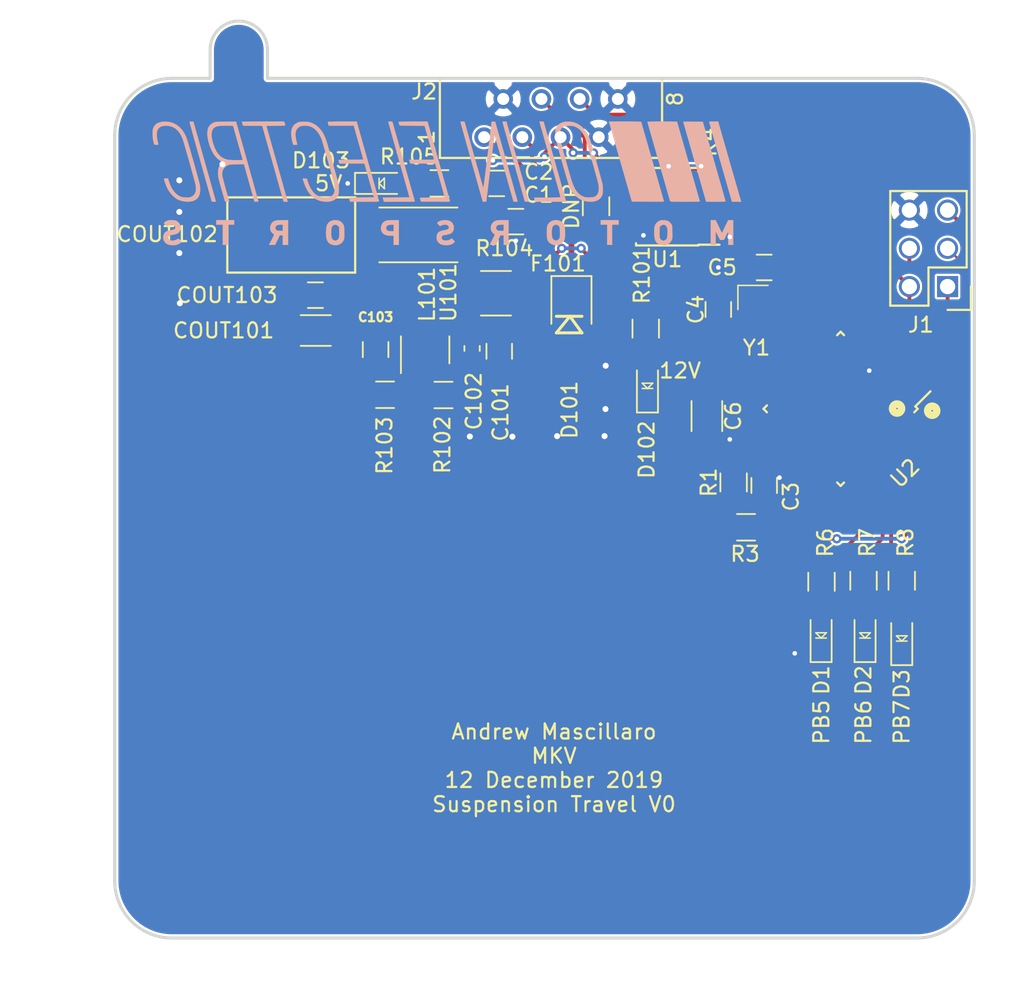
<source format=kicad_pcb>
(kicad_pcb (version 20171130) (host pcbnew 5.1.4)

  (general
    (thickness 1.6)
    (drawings 24)
    (tracks 287)
    (zones 0)
    (modules 39)
    (nets 47)
  )

  (page A4)
  (layers
    (0 F.Cu signal)
    (31 B.Cu signal)
    (32 B.Adhes user)
    (33 F.Adhes user)
    (34 B.Paste user)
    (35 F.Paste user)
    (36 B.SilkS user hide)
    (37 F.SilkS user)
    (38 B.Mask user)
    (39 F.Mask user)
    (40 Dwgs.User user)
    (41 Cmts.User user)
    (42 Eco1.User user)
    (43 Eco2.User user)
    (44 Edge.Cuts user)
    (45 Margin user)
    (46 B.CrtYd user)
    (47 F.CrtYd user)
    (48 B.Fab user)
    (49 F.Fab user)
  )

  (setup
    (last_trace_width 0.1524)
    (user_trace_width 0.254)
    (user_trace_width 0.381)
    (trace_clearance 0.1524)
    (zone_clearance 0.1524)
    (zone_45_only no)
    (trace_min 0.1524)
    (via_size 0.6096)
    (via_drill 0.3048)
    (via_min_size 0.1524)
    (via_min_drill 0.3048)
    (user_via 0.6096 0.3048)
    (uvia_size 0.3)
    (uvia_drill 0.1)
    (uvias_allowed no)
    (uvia_min_size 0.2)
    (uvia_min_drill 0.1)
    (edge_width 0.2)
    (segment_width 0.2)
    (pcb_text_width 0.3)
    (pcb_text_size 1.5 1.5)
    (mod_edge_width 0.15)
    (mod_text_size 1 1)
    (mod_text_width 0.15)
    (pad_size 1.524 1.524)
    (pad_drill 0.762)
    (pad_to_mask_clearance 0.051)
    (solder_mask_min_width 0.25)
    (aux_axis_origin 0 0)
    (visible_elements FFFFFF7F)
    (pcbplotparams
      (layerselection 0x010fc_ffffffff)
      (usegerberextensions false)
      (usegerberattributes false)
      (usegerberadvancedattributes false)
      (creategerberjobfile false)
      (excludeedgelayer true)
      (linewidth 0.100000)
      (plotframeref false)
      (viasonmask false)
      (mode 1)
      (useauxorigin false)
      (hpglpennumber 1)
      (hpglpenspeed 20)
      (hpglpendiameter 15.000000)
      (psnegative false)
      (psa4output false)
      (plotreference true)
      (plotvalue false)
      (plotinvisibletext false)
      (padsonsilk false)
      (subtractmaskfromsilk false)
      (outputformat 1)
      (mirror false)
      (drillshape 0)
      (scaleselection 1)
      (outputdirectory "./Gerbers"))
  )

  (net 0 "")
  (net 1 GND)
  (net 2 /12V)
  (net 3 VCC)
  (net 4 "Net-(C101-Pad1)")
  (net 5 "Net-(C103-Pad2)")
  (net 6 "Net-(C103-Pad1)")
  (net 7 "Net-(COUT101-Pad1)")
  (net 8 "Net-(D102-Pad2)")
  (net 9 "Net-(D103-Pad2)")
  (net 10 "Net-(R102-Pad1)")
  (net 11 "Net-(C3-Pad1)")
  (net 12 "Net-(C4-Pad1)")
  (net 13 "Net-(C5-Pad1)")
  (net 14 /POT1_MICRO)
  (net 15 "Net-(D1-Pad2)")
  (net 16 "Net-(D2-Pad2)")
  (net 17 "Net-(D3-Pad2)")
  (net 18 /MISO)
  (net 19 /SCK)
  (net 20 /MOSI)
  (net 21 /RESET)
  (net 22 /CAN_HI)
  (net 23 /CAN_LO)
  (net 24 /POT1_SENSE)
  (net 25 /PROGRAMMINGLED1)
  (net 26 /PROGRAMMINGLED2)
  (net 27 /PROGRAMMINGLED3)
  (net 28 /CAN_TX)
  (net 29 /CAN_RX)
  (net 30 "Net-(U1-Pad5)")
  (net 31 "Net-(U2-Pad3)")
  (net 32 "Net-(U2-Pad8)")
  (net 33 "Net-(U2-Pad9)")
  (net 34 "Net-(U2-Pad13)")
  (net 35 "Net-(U2-Pad14)")
  (net 36 "Net-(U2-Pad15)")
  (net 37 "Net-(U2-Pad16)")
  (net 38 "Net-(U2-Pad18)")
  (net 39 "Net-(U2-Pad21)")
  (net 40 "Net-(U2-Pad22)")
  (net 41 "Net-(U2-Pad24)")
  (net 42 "Net-(U2-Pad25)")
  (net 43 "Net-(U2-Pad29)")
  (net 44 "Net-(U2-Pad30)")
  (net 45 "Net-(U2-Pad32)")
  (net 46 "Net-(U2-Pad23)")

  (net_class Default "This is the default net class."
    (clearance 0.1524)
    (trace_width 0.1524)
    (via_dia 0.6096)
    (via_drill 0.3048)
    (uvia_dia 0.3)
    (uvia_drill 0.1)
    (add_net /12V)
    (add_net /CAN_HI)
    (add_net /CAN_LO)
    (add_net /CAN_RX)
    (add_net /CAN_TX)
    (add_net /MISO)
    (add_net /MOSI)
    (add_net /POT1_MICRO)
    (add_net /POT1_SENSE)
    (add_net /PROGRAMMINGLED1)
    (add_net /PROGRAMMINGLED2)
    (add_net /PROGRAMMINGLED3)
    (add_net /RESET)
    (add_net /SCK)
    (add_net GND)
    (add_net "Net-(C101-Pad1)")
    (add_net "Net-(C103-Pad1)")
    (add_net "Net-(C103-Pad2)")
    (add_net "Net-(C3-Pad1)")
    (add_net "Net-(C4-Pad1)")
    (add_net "Net-(C5-Pad1)")
    (add_net "Net-(COUT101-Pad1)")
    (add_net "Net-(D1-Pad2)")
    (add_net "Net-(D102-Pad2)")
    (add_net "Net-(D103-Pad2)")
    (add_net "Net-(D2-Pad2)")
    (add_net "Net-(D3-Pad2)")
    (add_net "Net-(R102-Pad1)")
    (add_net "Net-(U1-Pad5)")
    (add_net "Net-(U2-Pad13)")
    (add_net "Net-(U2-Pad14)")
    (add_net "Net-(U2-Pad15)")
    (add_net "Net-(U2-Pad16)")
    (add_net "Net-(U2-Pad18)")
    (add_net "Net-(U2-Pad21)")
    (add_net "Net-(U2-Pad22)")
    (add_net "Net-(U2-Pad23)")
    (add_net "Net-(U2-Pad24)")
    (add_net "Net-(U2-Pad25)")
    (add_net "Net-(U2-Pad29)")
    (add_net "Net-(U2-Pad3)")
    (add_net "Net-(U2-Pad30)")
    (add_net "Net-(U2-Pad32)")
    (add_net "Net-(U2-Pad8)")
    (add_net "Net-(U2-Pad9)")
    (add_net VCC)
  )

  (module footprints:micromatch_female_ra_8 (layer F.Cu) (tedit 59EE7FEF) (tstamp 5DE63ACA)
    (at 128.7018 82.0166 90)
    (path /5DD0966E)
    (fp_text reference J2 (at 3.0226 -9.0678 180) (layer F.SilkS)
      (effects (font (size 1 1) (thickness 0.15)))
    )
    (fp_text value MM_F_RA_08 (at 6.35 0) (layer F.Fab) hide
      (effects (font (size 1 1) (thickness 0.15)))
    )
    (fp_text user 8 (at 2.54 7.62 90) (layer F.SilkS)
      (effects (font (size 1 1) (thickness 0.15)))
    )
    (fp_text user 1 (at 0 -8.89 90) (layer F.SilkS)
      (effects (font (size 1 1) (thickness 0.15)))
    )
    (fp_line (start -1.38 6.75) (end 3.92 6.75) (layer F.SilkS) (width 0.15))
    (fp_line (start -1.38 -8.02) (end 3.92 -8.02) (layer F.SilkS) (width 0.15))
    (fp_line (start -1.38 6.75) (end -1.38 -8.02) (layer F.SilkS) (width 0.15))
    (fp_line (start 3.92 6.75) (end 3.92 -8.02) (layer F.SilkS) (width 0.15))
    (pad 5 thru_hole circle (at 0 0 90) (size 1.3 1.3) (drill 0.8) (layers *.Cu *.Mask)
      (net 3 VCC))
    (pad 3 thru_hole circle (at 0 -2.54 90) (size 1.3 1.3) (drill 0.8) (layers *.Cu *.Mask)
      (net 22 /CAN_HI))
    (pad 1 thru_hole circle (at 0 -5.08 90) (size 1.3 1.3) (drill 0.8) (layers *.Cu *.Mask)
      (net 2 /12V))
    (pad 7 thru_hole circle (at 0 2.54 90) (size 1.3 1.3) (drill 0.8) (layers *.Cu *.Mask)
      (net 1 GND))
    (pad 2 thru_hole circle (at 2.54 -3.81 90) (size 1.3 1.3) (drill 0.8) (layers *.Cu *.Mask)
      (net 1 GND))
    (pad 4 thru_hole circle (at 2.54 -1.27 90) (size 1.3 1.3) (drill 0.8) (layers *.Cu *.Mask)
      (net 23 /CAN_LO))
    (pad 6 thru_hole circle (at 2.54 1.27 90) (size 1.3 1.3) (drill 0.8) (layers *.Cu *.Mask)
      (net 24 /POT1_SENSE))
    (pad 8 thru_hole circle (at 2.54 3.81 90) (size 1.3 1.3) (drill 0.8) (layers *.Cu *.Mask)
      (net 1 GND))
    (model /home/josh/Formula/OEM_Preferred_Parts/3DModels/Micromatch_Female_RA_8/micromatch_female_ra_8.wrl
      (at (xyz 0 0 0))
      (scale (xyz 1 1 1))
      (rotate (xyz 0 0 0))
    )
  )

  (module footprints:Fuse_1812 (layer F.Cu) (tedit 5C998166) (tstamp 5C6E3B8B)
    (at 113.5507 88.519 180)
    (path /5C08921B)
    (fp_text reference COUT102 (at 10.9957 0.049) (layer F.SilkS)
      (effects (font (size 1 1) (thickness 0.15)))
    )
    (fp_text value C_33uF (at 3 3.5) (layer F.Fab) hide
      (effects (font (size 1 1) (thickness 0.15)))
    )
    (fp_line (start -1.5 2.5) (end -1.5 -2.5) (layer F.SilkS) (width 0.15))
    (fp_line (start 7 2.5) (end -1.5 2.5) (layer F.SilkS) (width 0.15))
    (fp_line (start 7 -2.5) (end 7 2.5) (layer F.SilkS) (width 0.15))
    (fp_line (start -1.5 -2.5) (end 7 -2.5) (layer F.SilkS) (width 0.15))
    (pad 1 smd rect (at 0 0 180) (size 1.78 3.5) (layers F.Cu F.Paste F.Mask)
      (net 7 "Net-(COUT101-Pad1)"))
    (pad 2 smd rect (at 5.28 0 180) (size 1.78 3.5) (layers F.Cu F.Paste F.Mask)
      (net 1 GND))
  )

  (module footprints:C_0805_OEM (layer F.Cu) (tedit 5C998C0E) (tstamp 5DB11065)
    (at 116.4082 96.139 90)
    (descr "Capacitor SMD 0805, reflow soldering, AVX (see smccp.pdf)")
    (tags "capacitor 0805")
    (path /5BEE239B)
    (attr smd)
    (fp_text reference C103 (at 2.159 0.0032) (layer F.SilkS)
      (effects (font (size 0.6 0.6) (thickness 0.15)))
    )
    (fp_text value C_0.1uF (at 0 1.75 90) (layer F.Fab) hide
      (effects (font (size 1 1) (thickness 0.15)))
    )
    (fp_line (start 1.75 0.87) (end -1.75 0.87) (layer F.CrtYd) (width 0.05))
    (fp_line (start 1.75 0.87) (end 1.75 -0.88) (layer F.CrtYd) (width 0.05))
    (fp_line (start -1.75 -0.88) (end -1.75 0.87) (layer F.CrtYd) (width 0.05))
    (fp_line (start -1.75 -0.88) (end 1.75 -0.88) (layer F.CrtYd) (width 0.05))
    (fp_line (start -0.5 0.85) (end 0.5 0.85) (layer F.SilkS) (width 0.12))
    (fp_line (start 0.5 -0.85) (end -0.5 -0.85) (layer F.SilkS) (width 0.12))
    (fp_line (start -1 -0.62) (end 1 -0.62) (layer F.Fab) (width 0.1))
    (fp_line (start 1 -0.62) (end 1 0.62) (layer F.Fab) (width 0.1))
    (fp_line (start 1 0.62) (end -1 0.62) (layer F.Fab) (width 0.1))
    (fp_line (start -1 0.62) (end -1 -0.62) (layer F.Fab) (width 0.1))
    (pad 2 smd rect (at 1 0 90) (size 1 1.25) (layers F.Cu F.Paste F.Mask)
      (net 5 "Net-(C103-Pad2)"))
    (pad 1 smd rect (at -1 0 90) (size 1 1.25) (layers F.Cu F.Paste F.Mask)
      (net 6 "Net-(C103-Pad1)"))
    (model /home/josh/Formula/OEM_Preferred_Parts/3DModels/C_0805_OEM/C_0805.wrl
      (at (xyz 0 0 0))
      (scale (xyz 1 1 1))
      (rotate (xyz 0 0 0))
    )
  )

  (module footprints:Fuse_1210 (layer F.Cu) (tedit 5C9980A5) (tstamp 5C17D6C7)
    (at 124.4092 92.3925)
    (descr "Resistor SMD 1210, reflow soldering, Vishay (see dcrcw.pdf)")
    (tags "resistor 1210")
    (path /5C0BFA29)
    (attr smd)
    (fp_text reference F101 (at 4.1148 -1.9685 180) (layer F.SilkS)
      (effects (font (size 1 1) (thickness 0.15)))
    )
    (fp_text value F_500mA_16V (at 0 2.4 180) (layer F.Fab) hide
      (effects (font (size 1 1) (thickness 0.15)))
    )
    (fp_line (start 2.15 1.5) (end -2.15 1.5) (layer F.CrtYd) (width 0.05))
    (fp_line (start 2.15 1.5) (end 2.15 -1.5) (layer F.CrtYd) (width 0.05))
    (fp_line (start -2.15 -1.5) (end -2.15 1.5) (layer F.CrtYd) (width 0.05))
    (fp_line (start -2.15 -1.5) (end 2.15 -1.5) (layer F.CrtYd) (width 0.05))
    (fp_line (start -1 -1.48) (end 1 -1.48) (layer F.SilkS) (width 0.12))
    (fp_line (start 1 1.48) (end -1 1.48) (layer F.SilkS) (width 0.12))
    (fp_line (start -1.6 -1.25) (end 1.6 -1.25) (layer F.Fab) (width 0.1))
    (fp_line (start 1.6 -1.25) (end 1.6 1.25) (layer F.Fab) (width 0.1))
    (fp_line (start 1.6 1.25) (end -1.6 1.25) (layer F.Fab) (width 0.1))
    (fp_line (start -1.6 1.25) (end -1.6 -1.25) (layer F.Fab) (width 0.1))
    (pad 2 smd rect (at 1.45 0) (size 0.9 2.5) (layers F.Cu F.Paste F.Mask)
      (net 2 /12V))
    (pad 1 smd rect (at -1.45 0) (size 0.9 2.5) (layers F.Cu F.Paste F.Mask)
      (net 4 "Net-(C101-Pad1)"))
    (model /home/josh/Formula/OEM_Preferred_Parts/3DModels/Fuse_1210_OEM/Fuse1210.wrl
      (at (xyz 0 0 0))
      (scale (xyz 1 1 1))
      (rotate (xyz 0 0 0))
    )
  )

  (module footprints:L_100uH (layer F.Cu) (tedit 5C998093) (tstamp 5C99856F)
    (at 116.9033 92.45346 180)
    (path /5BEE27A2)
    (attr smd)
    (fp_text reference L101 (at -2.9267 -0.01654 270) (layer F.SilkS)
      (effects (font (size 1 1) (thickness 0.15)))
    )
    (fp_text value L_100uH (at -0.2 -4) (layer F.Fab) hide
      (effects (font (size 1 1) (thickness 0.15)))
    )
    (pad 1 smd rect (at -1.6 0 180) (size 1.2 2) (layers F.Cu F.Paste F.Mask)
      (net 5 "Net-(C103-Pad2)"))
    (pad 2 smd rect (at 1.6 0 180) (size 1.2 2) (layers F.Cu F.Paste F.Mask)
      (net 7 "Net-(COUT101-Pad1)"))
  )

  (module footprints:R_0805_OEM (layer F.Cu) (tedit 5C998C32) (tstamp 5DB11114)
    (at 117.03558 99.14128)
    (descr "Resistor SMD 0805, reflow soldering, Vishay (see dcrcw.pdf)")
    (tags "resistor 0805")
    (path /5BEE2A52)
    (attr smd)
    (fp_text reference R103 (at -0.03058 3.37872 270) (layer F.SilkS)
      (effects (font (size 1 1) (thickness 0.15)))
    )
    (fp_text value R_100K (at 0 1.75 180) (layer F.Fab) hide
      (effects (font (size 1 1) (thickness 0.15)))
    )
    (fp_line (start -1 0.62) (end -1 -0.62) (layer F.Fab) (width 0.1))
    (fp_line (start 1 0.62) (end -1 0.62) (layer F.Fab) (width 0.1))
    (fp_line (start 1 -0.62) (end 1 0.62) (layer F.Fab) (width 0.1))
    (fp_line (start -1 -0.62) (end 1 -0.62) (layer F.Fab) (width 0.1))
    (fp_line (start 0.6 0.88) (end -0.6 0.88) (layer F.SilkS) (width 0.12))
    (fp_line (start -0.6 -0.88) (end 0.6 -0.88) (layer F.SilkS) (width 0.12))
    (fp_line (start -1.55 -0.9) (end 1.55 -0.9) (layer F.CrtYd) (width 0.05))
    (fp_line (start -1.55 -0.9) (end -1.55 0.9) (layer F.CrtYd) (width 0.05))
    (fp_line (start 1.55 0.9) (end 1.55 -0.9) (layer F.CrtYd) (width 0.05))
    (fp_line (start 1.55 0.9) (end -1.55 0.9) (layer F.CrtYd) (width 0.05))
    (pad 1 smd rect (at -0.95 0) (size 0.7 1.3) (layers F.Cu F.Paste F.Mask)
      (net 7 "Net-(COUT101-Pad1)"))
    (pad 2 smd rect (at 0.95 0) (size 0.7 1.3) (layers F.Cu F.Paste F.Mask)
      (net 10 "Net-(R102-Pad1)"))
    (model "/home/josh/Formula/OEM_Preferred_Parts/3DModels/WRL Files/res0805.wrl"
      (at (xyz 0 0 0))
      (scale (xyz 1 1 1))
      (rotate (xyz 0 0 0))
    )
  )

  (module footprints:R_0805_OEM (layer F.Cu) (tedit 5C998142) (tstamp 5C4FC91B)
    (at 120.92178 99.15652)
    (descr "Resistor SMD 0805, reflow soldering, Vishay (see dcrcw.pdf)")
    (tags "resistor 0805")
    (path /5C0B315C)
    (attr smd)
    (fp_text reference R102 (at -0.06678 3.31348 270) (layer F.SilkS)
      (effects (font (size 1 1) (thickness 0.15)))
    )
    (fp_text value R_25K (at 0 1.75 180) (layer F.Fab) hide
      (effects (font (size 1 1) (thickness 0.15)))
    )
    (fp_line (start 1.55 0.9) (end -1.55 0.9) (layer F.CrtYd) (width 0.05))
    (fp_line (start 1.55 0.9) (end 1.55 -0.9) (layer F.CrtYd) (width 0.05))
    (fp_line (start -1.55 -0.9) (end -1.55 0.9) (layer F.CrtYd) (width 0.05))
    (fp_line (start -1.55 -0.9) (end 1.55 -0.9) (layer F.CrtYd) (width 0.05))
    (fp_line (start -0.6 -0.88) (end 0.6 -0.88) (layer F.SilkS) (width 0.12))
    (fp_line (start 0.6 0.88) (end -0.6 0.88) (layer F.SilkS) (width 0.12))
    (fp_line (start -1 -0.62) (end 1 -0.62) (layer F.Fab) (width 0.1))
    (fp_line (start 1 -0.62) (end 1 0.62) (layer F.Fab) (width 0.1))
    (fp_line (start 1 0.62) (end -1 0.62) (layer F.Fab) (width 0.1))
    (fp_line (start -1 0.62) (end -1 -0.62) (layer F.Fab) (width 0.1))
    (pad 2 smd rect (at 0.95 0) (size 0.7 1.3) (layers F.Cu F.Paste F.Mask)
      (net 1 GND))
    (pad 1 smd rect (at -0.95 0) (size 0.7 1.3) (layers F.Cu F.Paste F.Mask)
      (net 10 "Net-(R102-Pad1)"))
    (model "/home/josh/Formula/OEM_Preferred_Parts/3DModels/WRL Files/res0805.wrl"
      (at (xyz 0 0 0))
      (scale (xyz 1 1 1))
      (rotate (xyz 0 0 0))
    )
  )

  (module footprints:R_0805_OEM (layer F.Cu) (tedit 5C998BE3) (tstamp 5DF3A956)
    (at 120.65 85.09 180)
    (descr "Resistor SMD 0805, reflow soldering, Vishay (see dcrcw.pdf)")
    (tags "resistor 0805")
    (path /5C0C44F9)
    (attr smd)
    (fp_text reference R105 (at 2.032 1.778 180) (layer F.SilkS)
      (effects (font (size 1 1) (thickness 0.15)))
    )
    (fp_text value R_200 (at 0 1.75 180) (layer F.Fab) hide
      (effects (font (size 1 1) (thickness 0.15)))
    )
    (fp_line (start -1 0.62) (end -1 -0.62) (layer F.Fab) (width 0.1))
    (fp_line (start 1 0.62) (end -1 0.62) (layer F.Fab) (width 0.1))
    (fp_line (start 1 -0.62) (end 1 0.62) (layer F.Fab) (width 0.1))
    (fp_line (start -1 -0.62) (end 1 -0.62) (layer F.Fab) (width 0.1))
    (fp_line (start 0.6 0.88) (end -0.6 0.88) (layer F.SilkS) (width 0.12))
    (fp_line (start -0.6 -0.88) (end 0.6 -0.88) (layer F.SilkS) (width 0.12))
    (fp_line (start -1.55 -0.9) (end 1.55 -0.9) (layer F.CrtYd) (width 0.05))
    (fp_line (start -1.55 -0.9) (end -1.55 0.9) (layer F.CrtYd) (width 0.05))
    (fp_line (start 1.55 0.9) (end 1.55 -0.9) (layer F.CrtYd) (width 0.05))
    (fp_line (start 1.55 0.9) (end -1.55 0.9) (layer F.CrtYd) (width 0.05))
    (pad 1 smd rect (at -0.95 0 180) (size 0.7 1.3) (layers F.Cu F.Paste F.Mask)
      (net 3 VCC))
    (pad 2 smd rect (at 0.95 0 180) (size 0.7 1.3) (layers F.Cu F.Paste F.Mask)
      (net 9 "Net-(D103-Pad2)"))
    (model "/home/josh/Formula/OEM_Preferred_Parts/3DModels/WRL Files/res0805.wrl"
      (at (xyz 0 0 0))
      (scale (xyz 1 1 1))
      (rotate (xyz 0 0 0))
    )
  )

  (module footprints:R_2512_OEM (layer F.Cu) (tedit 5C9980B9) (tstamp 5C17D70D)
    (at 119.2518 88.51392)
    (descr "Resistor SMD 2512, reflow soldering, Vishay (see dcrcw.pdf)")
    (tags "resistor 2512")
    (path /5C0C29A9)
    (attr smd)
    (fp_text reference R104 (at 5.7162 0.89408 180) (layer F.SilkS)
      (effects (font (size 1 1) (thickness 0.15)))
    )
    (fp_text value R_0_2512 (at 0 2.75 180) (layer F.Fab) hide
      (effects (font (size 1 1) (thickness 0.15)))
    )
    (fp_line (start -3.15 1.6) (end -3.15 -1.6) (layer F.Fab) (width 0.1))
    (fp_line (start 3.15 1.6) (end -3.15 1.6) (layer F.Fab) (width 0.1))
    (fp_line (start 3.15 -1.6) (end 3.15 1.6) (layer F.Fab) (width 0.1))
    (fp_line (start -3.15 -1.6) (end 3.15 -1.6) (layer F.Fab) (width 0.1))
    (fp_line (start 2.6 1.82) (end -2.6 1.82) (layer F.SilkS) (width 0.12))
    (fp_line (start -2.6 -1.82) (end 2.6 -1.82) (layer F.SilkS) (width 0.12))
    (fp_line (start -3.85 -1.85) (end 3.85 -1.85) (layer F.CrtYd) (width 0.05))
    (fp_line (start -3.85 -1.85) (end -3.85 1.85) (layer F.CrtYd) (width 0.05))
    (fp_line (start 3.85 1.85) (end 3.85 -1.85) (layer F.CrtYd) (width 0.05))
    (fp_line (start 3.85 1.85) (end -3.85 1.85) (layer F.CrtYd) (width 0.05))
    (pad 1 smd rect (at -3.1 0) (size 1 3.2) (layers F.Cu F.Paste F.Mask)
      (net 7 "Net-(COUT101-Pad1)"))
    (pad 2 smd rect (at 3.1 0) (size 1 3.2) (layers F.Cu F.Paste F.Mask)
      (net 3 VCC))
    (model ${KISYS3DMOD}/Resistors_SMD.3dshapes/R_2512.wrl
      (at (xyz 0 0 0))
      (scale (xyz 1 1 1))
      (rotate (xyz 0 0 0))
    )
  )

  (module footprints:SOT-23-6_OEM (layer F.Cu) (tedit 5C99808C) (tstamp 5C17D722)
    (at 119.7024 96.1542 90)
    (descr "6-pin SOT-23 package")
    (tags SOT-23-6)
    (path /5C75D405)
    (attr smd)
    (fp_text reference U101 (at 3.8092 1.5526 270) (layer F.SilkS)
      (effects (font (size 1 1) (thickness 0.15)))
    )
    (fp_text value TPS560430YF (at 0 2.9 270) (layer F.Fab) hide
      (effects (font (size 1 1) (thickness 0.15)))
    )
    (fp_line (start -0.9 1.61) (end 0.9 1.61) (layer F.SilkS) (width 0.12))
    (fp_line (start 0.9 -1.61) (end -1.55 -1.61) (layer F.SilkS) (width 0.12))
    (fp_line (start 1.9 -1.8) (end -1.9 -1.8) (layer F.CrtYd) (width 0.05))
    (fp_line (start 1.9 1.8) (end 1.9 -1.8) (layer F.CrtYd) (width 0.05))
    (fp_line (start -1.9 1.8) (end 1.9 1.8) (layer F.CrtYd) (width 0.05))
    (fp_line (start -1.9 -1.8) (end -1.9 1.8) (layer F.CrtYd) (width 0.05))
    (fp_line (start -0.9 -0.9) (end -0.25 -1.55) (layer F.Fab) (width 0.1))
    (fp_line (start 0.9 -1.55) (end -0.25 -1.55) (layer F.Fab) (width 0.1))
    (fp_line (start -0.9 -0.9) (end -0.9 1.55) (layer F.Fab) (width 0.1))
    (fp_line (start 0.9 1.55) (end -0.9 1.55) (layer F.Fab) (width 0.1))
    (fp_line (start 0.9 -1.55) (end 0.9 1.55) (layer F.Fab) (width 0.1))
    (pad 1 smd rect (at -1.1 -0.95 90) (size 1.06 0.65) (layers F.Cu F.Paste F.Mask)
      (net 6 "Net-(C103-Pad1)"))
    (pad 2 smd rect (at -1.1 0 90) (size 1.06 0.65) (layers F.Cu F.Paste F.Mask)
      (net 1 GND))
    (pad 3 smd rect (at -1.1 0.95 90) (size 1.06 0.65) (layers F.Cu F.Paste F.Mask)
      (net 10 "Net-(R102-Pad1)"))
    (pad 4 smd rect (at 1.1 0.95 90) (size 1.06 0.65) (layers F.Cu F.Paste F.Mask)
      (net 4 "Net-(C101-Pad1)"))
    (pad 6 smd rect (at 1.1 -0.95 90) (size 1.06 0.65) (layers F.Cu F.Paste F.Mask)
      (net 5 "Net-(C103-Pad2)"))
    (pad 5 smd rect (at 1.1 0 90) (size 1.06 0.65) (layers F.Cu F.Paste F.Mask)
      (net 4 "Net-(C101-Pad1)"))
    (model ${KISYS3DMOD}/TO_SOT_Packages_SMD.3dshapes/SOT-23-6.wrl
      (at (xyz 0 0 0))
      (scale (xyz 1 1 1))
      (rotate (xyz 0 0 0))
    )
  )

  (module footprints:C_1206_OEM (layer F.Cu) (tedit 5C99815D) (tstamp 5C6E9423)
    (at 112.4317 94.869 180)
    (descr "Capacitor SMD 1206, reflow soldering, AVX (see smccp.pdf)")
    (tags "capacitor 1206")
    (path /5C061BB4)
    (attr smd)
    (fp_text reference COUT101 (at 6.1267 -0.001) (layer F.SilkS)
      (effects (font (size 1 1) (thickness 0.15)))
    )
    (fp_text value C_22uF (at 0 2) (layer F.Fab) hide
      (effects (font (size 1 1) (thickness 0.15)))
    )
    (fp_line (start -1.6 0.8) (end -1.6 -0.8) (layer F.Fab) (width 0.1))
    (fp_line (start 1.6 0.8) (end -1.6 0.8) (layer F.Fab) (width 0.1))
    (fp_line (start 1.6 -0.8) (end 1.6 0.8) (layer F.Fab) (width 0.1))
    (fp_line (start -1.6 -0.8) (end 1.6 -0.8) (layer F.Fab) (width 0.1))
    (fp_line (start 1 -1.02) (end -1 -1.02) (layer F.SilkS) (width 0.12))
    (fp_line (start -1 1.02) (end 1 1.02) (layer F.SilkS) (width 0.12))
    (fp_line (start -2.25 -1.05) (end 2.25 -1.05) (layer F.CrtYd) (width 0.05))
    (fp_line (start -2.25 -1.05) (end -2.25 1.05) (layer F.CrtYd) (width 0.05))
    (fp_line (start 2.25 1.05) (end 2.25 -1.05) (layer F.CrtYd) (width 0.05))
    (fp_line (start 2.25 1.05) (end -2.25 1.05) (layer F.CrtYd) (width 0.05))
    (pad 1 smd rect (at -1.5 0 180) (size 1 1.6) (layers F.Cu F.Paste F.Mask)
      (net 7 "Net-(COUT101-Pad1)"))
    (pad 2 smd rect (at 1.5 0 180) (size 1 1.6) (layers F.Cu F.Paste F.Mask)
      (net 1 GND))
    (model Capacitors_SMD.3dshapes/C_1206.wrl
      (at (xyz 0 0 0))
      (scale (xyz 1 1 1))
      (rotate (xyz 0 0 0))
    )
  )

  (module footprints:C_0805_OEM (layer F.Cu) (tedit 5C998161) (tstamp 5C6E3B9B)
    (at 112.4077 92.5195 180)
    (descr "Capacitor SMD 0805, reflow soldering, AVX (see smccp.pdf)")
    (tags "capacitor 0805")
    (path /5C062E7A)
    (attr smd)
    (fp_text reference COUT103 (at 5.8777 -0.0005) (layer F.SilkS)
      (effects (font (size 1 1) (thickness 0.15)))
    )
    (fp_text value C_47uF (at 0 1.75) (layer F.Fab) hide
      (effects (font (size 1 1) (thickness 0.15)))
    )
    (fp_line (start -1 0.62) (end -1 -0.62) (layer F.Fab) (width 0.1))
    (fp_line (start 1 0.62) (end -1 0.62) (layer F.Fab) (width 0.1))
    (fp_line (start 1 -0.62) (end 1 0.62) (layer F.Fab) (width 0.1))
    (fp_line (start -1 -0.62) (end 1 -0.62) (layer F.Fab) (width 0.1))
    (fp_line (start 0.5 -0.85) (end -0.5 -0.85) (layer F.SilkS) (width 0.12))
    (fp_line (start -0.5 0.85) (end 0.5 0.85) (layer F.SilkS) (width 0.12))
    (fp_line (start -1.75 -0.88) (end 1.75 -0.88) (layer F.CrtYd) (width 0.05))
    (fp_line (start -1.75 -0.88) (end -1.75 0.87) (layer F.CrtYd) (width 0.05))
    (fp_line (start 1.75 0.87) (end 1.75 -0.88) (layer F.CrtYd) (width 0.05))
    (fp_line (start 1.75 0.87) (end -1.75 0.87) (layer F.CrtYd) (width 0.05))
    (pad 1 smd rect (at -1 0 180) (size 1 1.25) (layers F.Cu F.Paste F.Mask)
      (net 7 "Net-(COUT101-Pad1)"))
    (pad 2 smd rect (at 1 0 180) (size 1 1.25) (layers F.Cu F.Paste F.Mask)
      (net 1 GND))
    (model /home/josh/Formula/OEM_Preferred_Parts/3DModels/C_0805_OEM/C_0805.wrl
      (at (xyz 0 0 0))
      (scale (xyz 1 1 1))
      (rotate (xyz 0 0 0))
    )
    (model ${LOCAL_DIR}/OEM_Preferred_Parts/3DModels/C_0805_OEM/C_0805.step
      (at (xyz 0 0 0))
      (scale (xyz 1 1 1))
      (rotate (xyz 0 0 0))
    )
  )

  (module footprints:DO-214AA (layer F.Cu) (tedit 5C998738) (tstamp 5C6E3BE3)
    (at 129.4257 94.4245 270)
    (descr "http://www.diodes.com/datasheets/ap02001.pdf p.144")
    (tags "Diode SOD523")
    (path /5C623D49)
    (attr smd)
    (fp_text reference D101 (at 5.7205 0.1207 270) (layer F.SilkS)
      (effects (font (size 1 1) (thickness 0.15)))
    )
    (fp_text value D_Zener_18V (at 0 2.286 90) (layer F.Fab) hide
      (effects (font (size 1 1) (thickness 0.15)))
    )
    (fp_line (start 0.6 1) (end -0.5 0.1) (layer F.SilkS) (width 0.2))
    (fp_line (start 0.6 -0.7) (end 0.6 1) (layer F.SilkS) (width 0.2))
    (fp_line (start -0.5 0.1) (end 0.6 -0.7) (layer F.SilkS) (width 0.2))
    (fp_line (start -0.5 -0.7) (end -0.5 1) (layer F.SilkS) (width 0.2))
    (fp_line (start -3.175 -1.3335) (end -3.175 1.3335) (layer F.SilkS) (width 0.12))
    (fp_line (start 3.302 -1.4605) (end 3.302 1.4605) (layer F.CrtYd) (width 0.05))
    (fp_line (start -3.302 -1.4605) (end 3.302 -1.4605) (layer F.CrtYd) (width 0.05))
    (fp_line (start -3.302 -1.4605) (end -3.302 1.4605) (layer F.CrtYd) (width 0.05))
    (fp_line (start -3.302 1.4605) (end 3.302 1.4605) (layer F.CrtYd) (width 0.05))
    (fp_line (start 2.3749 -1.9685) (end 2.3749 1.9685) (layer F.Fab) (width 0.1))
    (fp_line (start -2.3749 -1.9685) (end 2.3749 -1.9685) (layer F.Fab) (width 0.1))
    (fp_line (start -2.3749 -1.9685) (end -2.3749 1.9685) (layer F.Fab) (width 0.1))
    (fp_line (start 2.3749 1.9685) (end -2.3749 1.9685) (layer F.Fab) (width 0.1))
    (fp_line (start -3.175 1.3335) (end 0 1.3335) (layer F.SilkS) (width 0.12))
    (fp_line (start -3.175 -1.3335) (end 0 -1.3335) (layer F.SilkS) (width 0.12))
    (pad 2 smd rect (at 2.032 0 90) (size 1.778 2.159) (layers F.Cu F.Paste F.Mask)
      (net 1 GND))
    (pad 1 smd rect (at -2.032 0 90) (size 1.778 2.159) (layers F.Cu F.Paste F.Mask)
      (net 2 /12V))
    (model /home/josh/Formula/OEM_Preferred_Parts/3DModels/DO_214AA_OEM/DO_214AA.wrl
      (at (xyz 0 0 0))
      (scale (xyz 1 1 1))
      (rotate (xyz 0 0 0))
    )
  )

  (module footprints:LED_0805_OEM (layer F.Cu) (tedit 5C998BE8) (tstamp 5C6E6262)
    (at 116.84 85.09)
    (descr "LED 0805 smd package")
    (tags "LED led 0805 SMD smd SMT smt smdled SMDLED smtled SMTLED")
    (path /5C0C344A)
    (attr smd)
    (fp_text reference D103 (at -4.064 -1.524) (layer F.SilkS)
      (effects (font (size 1 1) (thickness 0.15)))
    )
    (fp_text value LED_0805 (at 0.508 2.032) (layer F.Fab) hide
      (effects (font (size 1 1) (thickness 0.15)))
    )
    (fp_line (start -0.2 0.35) (end -0.2 0) (layer F.SilkS) (width 0.1))
    (fp_line (start -0.2 0) (end -0.2 -0.35) (layer F.SilkS) (width 0.1))
    (fp_line (start 0.15 0.35) (end -0.2 0) (layer F.SilkS) (width 0.1))
    (fp_line (start 0.15 0.3) (end 0.15 0.35) (layer F.SilkS) (width 0.1))
    (fp_line (start 0.15 0.35) (end 0.15 0.3) (layer F.SilkS) (width 0.1))
    (fp_line (start 0.15 -0.35) (end 0.15 0.3) (layer F.SilkS) (width 0.1))
    (fp_line (start 0.1 -0.3) (end 0.15 -0.35) (layer F.SilkS) (width 0.1))
    (fp_line (start -0.2 0) (end 0.1 -0.3) (layer F.SilkS) (width 0.1))
    (fp_line (start -1.8 -0.7) (end -1.8 0.7) (layer F.SilkS) (width 0.12))
    (fp_line (start 1 0.6) (end -1 0.6) (layer F.Fab) (width 0.1))
    (fp_line (start 1 -0.6) (end 1 0.6) (layer F.Fab) (width 0.1))
    (fp_line (start -1 -0.6) (end 1 -0.6) (layer F.Fab) (width 0.1))
    (fp_line (start -1 0.6) (end -1 -0.6) (layer F.Fab) (width 0.1))
    (fp_line (start -1.8 0.7) (end 1 0.7) (layer F.SilkS) (width 0.12))
    (fp_line (start -1.8 -0.7) (end 1 -0.7) (layer F.SilkS) (width 0.12))
    (fp_line (start 1.95 -0.85) (end 1.95 0.85) (layer F.CrtYd) (width 0.05))
    (fp_line (start 1.95 0.85) (end -1.95 0.85) (layer F.CrtYd) (width 0.05))
    (fp_line (start -1.95 0.85) (end -1.95 -0.85) (layer F.CrtYd) (width 0.05))
    (fp_line (start -1.95 -0.85) (end 1.95 -0.85) (layer F.CrtYd) (width 0.05))
    (pad 2 smd rect (at 1.1 0 180) (size 1.2 1.2) (layers F.Cu F.Paste F.Mask)
      (net 9 "Net-(D103-Pad2)"))
    (pad 1 smd rect (at -1.1 0 180) (size 1.2 1.2) (layers F.Cu F.Paste F.Mask)
      (net 1 GND))
    (model "/home/josh/Formula/OEM_Preferred_Parts/3DModels/LED_0805/LED 0805 Base GREEN001_sp.wrl"
      (at (xyz 0 0 0))
      (scale (xyz 1 1 1))
      (rotate (xyz 0 0 180))
    )
    (model "${LOCAL_DIR}/OEM_Preferred_Parts/3DModels/LED_0805/LED 0805 Base GREEN001_sp.step"
      (at (xyz 0 0 0))
      (scale (xyz 1 1 1))
      (rotate (xyz 0 0 0))
    )
  )

  (module footprints:Logo_Large (layer B.Cu) (tedit 0) (tstamp 5DE63A6B)
    (at 121.158 85.09 180)
    (fp_text reference G*** (at 0 0 180) (layer B.SilkS) hide
      (effects (font (size 1.524 1.524) (thickness 0.3)) (justify mirror))
    )
    (fp_text value LOGO (at 0.75 0 180) (layer B.SilkS) hide
      (effects (font (size 1.524 1.524) (thickness 0.3)) (justify mirror))
    )
    (fp_poly (pts (xy 18.846075 4.107132) (xy 19.065319 4.073701) (xy 19.245128 4.00857) (xy 19.386053 3.911374)
      (xy 19.488644 3.781749) (xy 19.547339 3.641645) (xy 19.569425 3.520595) (xy 19.578482 3.365329)
      (xy 19.575075 3.190579) (xy 19.55977 3.011076) (xy 19.533133 2.841552) (xy 19.513326 2.7559)
      (xy 19.466072 2.5781) (xy 19.319402 2.570419) (xy 19.237351 2.567742) (xy 19.195339 2.57278)
      (xy 19.182819 2.588551) (xy 19.186227 2.608519) (xy 19.235407 2.788415) (xy 19.267007 2.940046)
      (xy 19.284069 3.081574) (xy 19.289602 3.2258) (xy 19.288823 3.345147) (xy 19.282719 3.428934)
      (xy 19.268636 3.492332) (xy 19.243922 3.550511) (xy 19.22748 3.581081) (xy 19.147841 3.687822)
      (xy 19.042984 3.762652) (xy 18.905946 3.809072) (xy 18.731219 3.830506) (xy 18.493234 3.820589)
      (xy 18.27688 3.764715) (xy 18.082151 3.662881) (xy 17.909041 3.515082) (xy 17.757545 3.321313)
      (xy 17.627654 3.081571) (xy 17.59221 2.998987) (xy 17.571635 2.940456) (xy 17.539354 2.83847)
      (xy 17.496933 2.698607) (xy 17.44594 2.526447) (xy 17.387942 2.327567) (xy 17.324506 2.107548)
      (xy 17.2572 1.871969) (xy 17.187592 1.626408) (xy 17.117248 1.376445) (xy 17.047736 1.127658)
      (xy 16.980623 0.885628) (xy 16.917477 0.655932) (xy 16.859866 0.444151) (xy 16.809355 0.255862)
      (xy 16.767514 0.096646) (xy 16.735909 -0.027919) (xy 16.716107 -0.112254) (xy 16.711263 -0.136761)
      (xy 16.690752 -0.351416) (xy 16.708412 -0.532897) (xy 16.76444 -0.681776) (xy 16.859038 -0.798628)
      (xy 16.9672 -0.871811) (xy 17.035191 -0.904765) (xy 17.093219 -0.925159) (xy 17.15634 -0.935394)
      (xy 17.239612 -0.937872) (xy 17.358091 -0.934995) (xy 17.36237 -0.93485) (xy 17.48747 -0.92889)
      (xy 17.579013 -0.918554) (xy 17.654235 -0.900127) (xy 17.730374 -0.869893) (xy 17.7855 -0.843639)
      (xy 17.966824 -0.726716) (xy 18.130835 -0.564279) (xy 18.275423 -0.359288) (xy 18.398476 -0.114701)
      (xy 18.491841 0.14605) (xy 18.546947 0.3302) (xy 18.684173 0.3302) (xy 18.759908 0.326336)
      (xy 18.809747 0.316384) (xy 18.8214 0.307091) (xy 18.811856 0.255933) (xy 18.786051 0.169673)
      (xy 18.748229 0.059691) (xy 18.70263 -0.062636) (xy 18.653497 -0.185929) (xy 18.605071 -0.29881)
      (xy 18.561594 -0.3899) (xy 18.561476 -0.390127) (xy 18.467911 -0.542712) (xy 18.348018 -0.696743)
      (xy 18.21261 -0.840996) (xy 18.072502 -0.96425) (xy 17.938507 -1.055282) (xy 17.902553 -1.073948)
      (xy 17.68491 -1.155256) (xy 17.449917 -1.203581) (xy 17.212714 -1.217322) (xy 16.98844 -1.194875)
      (xy 16.9164 -1.178335) (xy 16.742656 -1.110338) (xy 16.60644 -1.008624) (xy 16.505319 -0.870841)
      (xy 16.444757 -0.722333) (xy 16.420344 -0.596727) (xy 16.40997 -0.440211) (xy 16.413891 -0.270767)
      (xy 16.432364 -0.106382) (xy 16.435686 -0.087214) (xy 16.449784 -0.023892) (xy 16.476574 0.082556)
      (xy 16.514461 0.226506) (xy 16.561853 0.402333) (xy 16.617155 0.604413) (xy 16.678773 0.827123)
      (xy 16.745115 1.064837) (xy 16.814585 1.311932) (xy 16.885591 1.562783) (xy 16.956539 1.811766)
      (xy 17.025834 2.053258) (xy 17.091883 2.281633) (xy 17.153093 2.491268) (xy 17.207869 2.676538)
      (xy 17.254618 2.831819) (xy 17.291746 2.951488) (xy 17.31766 3.029919) (xy 17.32356 3.046005)
      (xy 17.45192 3.320441) (xy 17.609516 3.557101) (xy 17.793792 3.754203) (xy 18.002187 3.909964)
      (xy 18.232145 4.0226) (xy 18.481106 4.090329) (xy 18.746513 4.111367) (xy 18.846075 4.107132)) (layer B.SilkS) (width 0.01))
    (fp_poly (pts (xy 17.110144 4.100777) (xy 17.1196 4.081557) (xy 17.112847 4.05268) (xy 17.093191 3.978163)
      (xy 17.061533 3.861253) (xy 17.018775 3.705199) (xy 16.965818 3.513248) (xy 16.903564 3.288649)
      (xy 16.832916 3.034648) (xy 16.754774 2.754495) (xy 16.670041 2.451437) (xy 16.579619 2.128721)
      (xy 16.484408 1.789596) (xy 16.394622 1.47038) (xy 16.295615 1.118626) (xy 16.200329 0.779986)
      (xy 16.109688 0.457745) (xy 16.024615 0.155185) (xy 15.946031 -0.124408) (xy 15.874859 -0.37775)
      (xy 15.812021 -0.601557) (xy 15.758441 -0.792544) (xy 15.715039 -0.947427) (xy 15.68274 -1.062922)
      (xy 15.662464 -1.135745) (xy 15.655269 -1.16205) (xy 15.641032 -1.195216) (xy 15.610785 -1.212381)
      (xy 15.55088 -1.218605) (xy 15.501192 -1.2192) (xy 15.421761 -1.21776) (xy 15.38213 -1.210079)
      (xy 15.37131 -1.191117) (xy 15.376645 -1.16205) (xy 15.385469 -1.130261) (xy 15.407148 -1.052841)
      (xy 15.440765 -0.933055) (xy 15.4854 -0.774168) (xy 15.540135 -0.579446) (xy 15.604052 -0.352153)
      (xy 15.676233 -0.095556) (xy 15.755758 0.187081) (xy 15.841711 0.492492) (xy 15.933171 0.817411)
      (xy 16.029221 1.158574) (xy 16.124968 1.4986) (xy 16.858138 4.1021) (xy 16.988869 4.109778)
      (xy 17.069779 4.110929) (xy 17.110144 4.100777)) (layer B.SilkS) (width 0.01))
    (fp_poly (pts (xy 14.518746 4.110906) (xy 14.698404 4.108869) (xy 14.70025 4.108843) (xy 14.91298 4.105361)
      (xy 15.081461 4.101347) (xy 15.21224 4.096358) (xy 15.311866 4.08995) (xy 15.386891 4.081678)
      (xy 15.443861 4.071099) (xy 15.489328 4.05777) (xy 15.497388 4.054821) (xy 15.654421 3.970656)
      (xy 15.784095 3.850669) (xy 15.876141 3.70438) (xy 15.876687 3.703155) (xy 15.917285 3.56593)
      (xy 15.936065 3.393631) (xy 15.933143 3.197007) (xy 15.90864 2.986803) (xy 15.866549 2.788394)
      (xy 15.75969 2.444305) (xy 15.630653 2.145897) (xy 15.479417 1.893139) (xy 15.305964 1.685998)
      (xy 15.110273 1.524442) (xy 15.0368 1.47882) (xy 14.9711 1.441135) (xy 14.926772 1.415599)
      (xy 14.916101 1.409365) (xy 14.92861 1.390569) (xy 14.967577 1.345723) (xy 15.014905 1.29478)
      (xy 15.105273 1.188908) (xy 15.166691 1.085925) (xy 15.203839 0.972227) (xy 15.221398 0.834207)
      (xy 15.224402 0.6858) (xy 15.223146 0.609288) (xy 15.219914 0.540653) (xy 15.213236 0.473027)
      (xy 15.201642 0.399544) (xy 15.183664 0.313337) (xy 15.157832 0.20754) (xy 15.122679 0.075286)
      (xy 15.076733 -0.090293) (xy 15.018527 -0.296062) (xy 15.0016 -0.3556) (xy 14.947094 -0.547109)
      (xy 14.896636 -0.724198) (xy 14.852013 -0.880603) (xy 14.815013 -1.010064) (xy 14.787427 -1.106319)
      (xy 14.771042 -1.163106) (xy 14.767606 -1.17475) (xy 14.748204 -1.201652) (xy 14.703186 -1.215278)
      (xy 14.620389 -1.219194) (xy 14.615988 -1.2192) (xy 14.539997 -1.217237) (xy 14.489879 -1.212182)
      (xy 14.478 -1.20741) (xy 14.48463 -1.180967) (xy 14.503419 -1.111599) (xy 14.532714 -1.005266)
      (xy 14.570863 -0.867929) (xy 14.616211 -0.705548) (xy 14.667106 -0.524086) (xy 14.694062 -0.42826)
      (xy 14.748902 -0.23144) (xy 14.800205 -0.04343) (xy 14.846021 0.12832) (xy 14.884397 0.276357)
      (xy 14.913383 0.393231) (xy 14.931028 0.471491) (xy 14.934296 0.489201) (xy 14.945442 0.684235)
      (xy 14.912783 0.855147) (xy 14.836995 1.000456) (xy 14.718754 1.118683) (xy 14.618527 1.180782)
      (xy 14.56535 1.207341) (xy 14.518733 1.227046) (xy 14.469859 1.24108) (xy 14.409913 1.250623)
      (xy 14.33008 1.256857) (xy 14.221545 1.260962) (xy 14.075491 1.264119) (xy 13.984511 1.265732)
      (xy 13.5001 1.274163) (xy 13.196894 0.186232) (xy 13.131988 -0.046415) (xy 13.069681 -0.269286)
      (xy 13.011637 -0.476465) (xy 12.959518 -0.662036) (xy 12.914987 -0.820083) (xy 12.879708 -0.944689)
      (xy 12.855344 -1.02994) (xy 12.846444 -1.06045) (xy 12.799199 -1.2192) (xy 12.673399 -1.2192)
      (xy 12.59335 -1.21486) (xy 12.554712 -1.200109) (xy 12.5476 -1.181994) (xy 12.554351 -1.152973)
      (xy 12.57401 -1.078285) (xy 12.605682 -0.961154) (xy 12.648473 -0.804801) (xy 12.701488 -0.612451)
      (xy 12.763833 -0.387326) (xy 12.834615 -0.132648) (xy 12.912938 0.148359) (xy 12.997909 0.452473)
      (xy 13.088634 0.776471) (xy 13.184218 1.11713) (xy 13.283767 1.471227) (xy 13.2842 1.472764)
      (xy 13.30918 1.561568) (xy 13.589 1.561568) (xy 13.613027 1.557581) (xy 13.679618 1.554142)
      (xy 13.780539 1.551483) (xy 13.907555 1.549835) (xy 14.022135 1.5494) (xy 14.236944 1.551939)
      (xy 14.40836 1.55987) (xy 14.543556 1.573667) (xy 14.632874 1.589795) (xy 14.835629 1.658209)
      (xy 15.016404 1.767013) (xy 15.176355 1.917656) (xy 15.316637 2.111589) (xy 15.438406 2.350261)
      (xy 15.542817 2.635124) (xy 15.586594 2.786768) (xy 15.640172 3.037604) (xy 15.657289 3.253174)
      (xy 15.637926 3.433607) (xy 15.582065 3.579028) (xy 15.489688 3.689566) (xy 15.449048 3.719825)
      (xy 15.381999 3.758224) (xy 15.307743 3.787318) (xy 15.218338 3.808288) (xy 15.105837 3.822318)
      (xy 14.962298 3.83059) (xy 14.779775 3.834285) (xy 14.676561 3.83478) (xy 14.514398 3.83459)
      (xy 14.395949 3.833059) (xy 14.314133 3.829515) (xy 14.26187 3.823288) (xy 14.232079 3.813708)
      (xy 14.217678 3.800103) (xy 14.21384 3.79095) (xy 14.200926 3.746738) (xy 14.176746 3.662079)
      (xy 14.142966 3.542921) (xy 14.101254 3.395214) (xy 14.053278 3.224909) (xy 14.000704 3.037954)
      (xy 13.945202 2.8403) (xy 13.888438 2.637896) (xy 13.832079 2.436691) (xy 13.777794 2.242635)
      (xy 13.727249 2.061678) (xy 13.682113 1.899769) (xy 13.644053 1.762858) (xy 13.614736 1.656895)
      (xy 13.595829 1.587828) (xy 13.589001 1.561609) (xy 13.589 1.561568) (xy 13.30918 1.561568)
      (xy 13.383674 1.826383) (xy 13.479196 2.166201) (xy 13.569873 2.489031) (xy 13.654813 2.791687)
      (xy 13.733125 3.070984) (xy 13.803916 3.323735) (xy 13.866295 3.546755) (xy 13.91937 3.736857)
      (xy 13.96225 3.890855) (xy 13.994042 4.005564) (xy 14.013856 4.077796) (xy 14.020798 4.104367)
      (xy 14.0208 4.104402) (xy 14.045099 4.107784) (xy 14.113617 4.110169) (xy 14.21978 4.111513)
      (xy 14.357014 4.111773) (xy 14.518746 4.110906)) (layer B.SilkS) (width 0.01))
    (fp_poly (pts (xy 12.493298 4.114659) (xy 12.739662 4.114252) (xy 12.965605 4.113606) (xy 13.166561 4.112746)
      (xy 13.337962 4.1117) (xy 13.475244 4.110493) (xy 13.57384 4.109152) (xy 13.629183 4.107703)
      (xy 13.6398 4.106711) (xy 13.633185 4.079941) (xy 13.616175 4.019725) (xy 13.600844 3.967445)
      (xy 13.561889 3.836269) (xy 12.923653 3.829485) (xy 12.285417 3.8227) (xy 11.595343 1.3716)
      (xy 11.498682 1.028193) (xy 11.405701 0.697713) (xy 11.317352 0.383554) (xy 11.234589 0.089112)
      (xy 11.158363 -0.182221) (xy 11.089628 -0.42705) (xy 11.029337 -0.641979) (xy 10.978441 -0.823616)
      (xy 10.937895 -0.968565) (xy 10.908649 -1.073433) (xy 10.891658 -1.134825) (xy 10.88775 -1.14935)
      (xy 10.873781 -1.189554) (xy 10.848504 -1.210379) (xy 10.797741 -1.218144) (xy 10.731016 -1.2192)
      (xy 10.654707 -1.218152) (xy 10.604279 -1.215451) (xy 10.592124 -1.21285) (xy 10.598905 -1.188051)
      (xy 10.61855 -1.117595) (xy 10.65015 -1.004718) (xy 10.692794 -0.852659) (xy 10.745572 -0.664656)
      (xy 10.807575 -0.443948) (xy 10.877892 -0.193774) (xy 10.955615 0.082629) (xy 11.039831 0.382023)
      (xy 11.129633 0.701168) (xy 11.224109 1.036827) (xy 11.300483 1.3081) (xy 12.008517 3.8227)
      (xy 11.37381 3.829492) (xy 11.175123 3.831995) (xy 11.021923 3.834974) (xy 10.908894 3.838793)
      (xy 10.830723 3.843822) (xy 10.782096 3.850426) (xy 10.7577 3.858971) (xy 10.75222 3.869826)
      (xy 10.752945 3.872353) (xy 10.768098 3.918892) (xy 10.788701 3.990124) (xy 10.794572 4.011612)
      (xy 10.822358 4.1148) (xy 12.231079 4.1148) (xy 12.493298 4.114659)) (layer B.SilkS) (width 0.01))
    (fp_poly (pts (xy 9.644024 4.100819) (xy 9.737924 4.097534) (xy 9.808037 4.088863) (xy 9.867868 4.072481)
      (xy 9.93092 4.046065) (xy 9.985515 4.019716) (xy 10.135256 3.921433) (xy 10.24756 3.792021)
      (xy 10.322582 3.630762) (xy 10.360479 3.43694) (xy 10.361405 3.209836) (xy 10.325518 2.948733)
      (xy 10.269467 2.71145) (xy 10.229505 2.5654) (xy 10.093152 2.5654) (xy 10.017679 2.567894)
      (xy 9.968163 2.574313) (xy 9.9568 2.580219) (xy 9.962586 2.610217) (xy 9.977934 2.676503)
      (xy 9.999822 2.766147) (xy 10.00573 2.789769) (xy 10.055047 3.021054) (xy 10.076172 3.21497)
      (xy 10.068607 3.376731) (xy 10.031857 3.511554) (xy 9.965424 3.624655) (xy 9.921532 3.674079)
      (xy 9.830804 3.749914) (xy 9.73104 3.799481) (xy 9.611031 3.8259) (xy 9.459566 3.83229)
      (xy 9.365565 3.828783) (xy 9.23724 3.818055) (xy 9.138332 3.79931) (xy 9.047543 3.767489)
      (xy 8.984565 3.73827) (xy 8.802748 3.621126) (xy 8.637967 3.459342) (xy 8.493726 3.257246)
      (xy 8.373528 3.019163) (xy 8.345759 2.949554) (xy 8.326745 2.892864) (xy 8.295856 2.792891)
      (xy 8.254703 2.65533) (xy 8.204897 2.485876) (xy 8.14805 2.290223) (xy 8.085774 2.074065)
      (xy 8.01968 1.843097) (xy 7.951378 1.603014) (xy 7.882482 1.35951) (xy 7.814602 1.118279)
      (xy 7.74935 0.885016) (xy 7.688337 0.665415) (xy 7.633174 0.465171) (xy 7.585474 0.289979)
      (xy 7.546848 0.145533) (xy 7.518906 0.037527) (xy 7.503885 -0.0254) (xy 7.484208 -0.142659)
      (xy 7.471222 -0.268826) (xy 7.468182 -0.3429) (xy 7.483762 -0.530349) (xy 7.532415 -0.68054)
      (xy 7.615791 -0.795024) (xy 7.735541 -0.875353) (xy 7.893315 -0.923078) (xy 8.090765 -0.939752)
      (xy 8.103148 -0.9398) (xy 8.333009 -0.917751) (xy 8.540841 -0.851299) (xy 8.727149 -0.739982)
      (xy 8.89244 -0.583341) (xy 9.037221 -0.380915) (xy 9.161996 -0.132243) (xy 9.248171 0.1016)
      (xy 9.317492 0.3175) (xy 9.459346 0.325118) (xy 9.536459 0.32737) (xy 9.587978 0.325257)
      (xy 9.6012 0.321059) (xy 9.593824 0.293447) (xy 9.573969 0.228571) (xy 9.545047 0.137417)
      (xy 9.523933 0.072141) (xy 9.401143 -0.246775) (xy 9.255241 -0.520459) (xy 9.086231 -0.748909)
      (xy 8.894114 -0.932121) (xy 8.678893 -1.070095) (xy 8.440571 -1.162827) (xy 8.17915 -1.210316)
      (xy 8.0137 -1.21711) (xy 7.898353 -1.212368) (xy 7.78595 -1.201152) (xy 7.69957 -1.185813)
      (xy 7.694944 -1.184605) (xy 7.518029 -1.114037) (xy 7.37693 -1.007479) (xy 7.271787 -0.865059)
      (xy 7.225233 -0.760255) (xy 7.20114 -0.654832) (xy 7.188241 -0.514975) (xy 7.186586 -0.355809)
      (xy 7.196222 -0.192462) (xy 7.217199 -0.040061) (xy 7.22283 -0.011892) (xy 7.236718 0.045316)
      (xy 7.262954 0.145589) (xy 7.299921 0.28315) (xy 7.345997 0.452221) (xy 7.399563 0.647026)
      (xy 7.459001 0.861787) (xy 7.52269 1.090726) (xy 7.589011 1.328068) (xy 7.656344 1.568034)
      (xy 7.72307 1.804848) (xy 7.78757 2.032732) (xy 7.848224 2.245909) (xy 7.903413 2.438603)
      (xy 7.951516 2.605036) (xy 7.990915 2.739431) (xy 8.01999 2.83601) (xy 8.030761 2.8702)
      (xy 8.148023 3.16854) (xy 8.293328 3.430022) (xy 8.464813 3.652464) (xy 8.660618 3.833685)
      (xy 8.878879 3.971504) (xy 9.024213 4.034037) (xy 9.113632 4.063679) (xy 9.195048 4.083091)
      (xy 9.283899 4.094389) (xy 9.395623 4.099691) (xy 9.512834 4.101041) (xy 9.644024 4.100819)) (layer B.SilkS) (width 0.01))
    (fp_poly (pts (xy 7.243725 4.114191) (xy 7.473485 4.112341) (xy 7.654801 4.109218) (xy 7.788841 4.104789)
      (xy 7.876776 4.099021) (xy 7.919776 4.091882) (xy 7.9248 4.087948) (xy 7.918971 4.048557)
      (xy 7.904278 3.980657) (xy 7.896384 3.948248) (xy 7.867969 3.835401) (xy 7.033268 3.8354)
      (xy 6.198567 3.8354) (xy 6.181095 3.76555) (xy 6.17064 3.726794) (xy 6.1479 3.644583)
      (xy 6.114397 3.52435) (xy 6.071652 3.37153) (xy 6.021185 3.191554) (xy 5.964518 2.989857)
      (xy 5.903172 2.771872) (xy 5.866464 2.6416) (xy 5.569305 1.5875) (xy 6.391452 1.580803)
      (xy 6.639939 1.578171) (xy 6.840201 1.574657) (xy 6.994809 1.57015) (xy 7.106333 1.564542)
      (xy 7.177342 1.557721) (xy 7.210407 1.549579) (xy 7.2136 1.54565) (xy 7.20674 1.504543)
      (xy 7.18971 1.437965) (xy 7.184179 1.418997) (xy 7.154758 1.3208) (xy 5.494342 1.3208)
      (xy 5.346162 0.79375) (xy 5.292588 0.603224) (xy 5.23012 0.38111) (xy 5.163626 0.144717)
      (xy 5.097976 -0.088643) (xy 5.038039 -0.301658) (xy 5.030007 -0.3302) (xy 4.862032 -0.9271)
      (xy 5.682216 -0.933797) (xy 5.944649 -0.936747) (xy 6.15645 -0.940901) (xy 6.317771 -0.946266)
      (xy 6.428766 -0.952848) (xy 6.489588 -0.960654) (xy 6.5024 -0.966999) (xy 6.496575 -1.006161)
      (xy 6.48189 -1.073906) (xy 6.473984 -1.106352) (xy 6.445569 -1.2192) (xy 5.483384 -1.2192)
      (xy 5.225539 -1.218845) (xy 5.01466 -1.2177) (xy 4.846918 -1.215637) (xy 4.718484 -1.212532)
      (xy 4.625528 -1.20826) (xy 4.564221 -1.202696) (xy 4.530734 -1.195714) (xy 4.5212 -1.187748)
      (xy 4.527946 -1.159529) (xy 4.547592 -1.085619) (xy 4.579246 -0.969221) (xy 4.62202 -0.813538)
      (xy 4.675023 -0.621772) (xy 4.737363 -0.397126) (xy 4.808153 -0.142803) (xy 4.8865 0.137997)
      (xy 4.971516 0.442069) (xy 5.062309 0.766211) (xy 5.157989 1.107221) (xy 5.257667 1.461897)
      (xy 5.262549 1.479252) (xy 6.003898 4.1148) (xy 6.964349 4.1148) (xy 7.243725 4.114191)) (layer B.SilkS) (width 0.01))
    (fp_poly (pts (xy 3.849403 4.111635) (xy 3.899152 4.103478) (xy 3.910735 4.09575) (xy 3.903868 4.069174)
      (xy 3.884118 3.996974) (xy 3.8524 3.882421) (xy 3.80963 3.72878) (xy 3.756723 3.539321)
      (xy 3.694594 3.317311) (xy 3.624158 3.066019) (xy 3.54633 2.788711) (xy 3.462025 2.488656)
      (xy 3.372158 2.169123) (xy 3.277646 1.833378) (xy 3.204799 1.5748) (xy 2.499726 -0.9271)
      (xy 4.271092 -0.940454) (xy 4.25321 -1.022677) (xy 4.233581 -1.099909) (xy 4.213792 -1.16205)
      (xy 4.192257 -1.2192) (xy 3.161217 -1.2192) (xy 2.905149 -1.219094) (xy 2.695375 -1.218645)
      (xy 2.52739 -1.217656) (xy 2.396689 -1.215931) (xy 2.298765 -1.213272) (xy 2.229112 -1.209483)
      (xy 2.183227 -1.204366) (xy 2.156602 -1.197724) (xy 2.144732 -1.189362) (xy 2.143113 -1.179081)
      (xy 2.14421 -1.17475) (xy 2.152875 -1.144682) (xy 2.174367 -1.068971) (xy 2.207768 -0.950879)
      (xy 2.252158 -0.793669) (xy 2.306618 -0.600602) (xy 2.370228 -0.374939) (xy 2.44207 -0.119944)
      (xy 2.521224 0.161123) (xy 2.606771 0.464998) (xy 2.697792 0.788422) (xy 2.793367 1.12813)
      (xy 2.883279 1.4478) (xy 2.982187 1.799464) (xy 3.077369 2.137803) (xy 3.167906 2.459555)
      (xy 3.252877 2.761459) (xy 3.331366 3.040252) (xy 3.402453 3.292672) (xy 3.46522 3.515458)
      (xy 3.518746 3.705349) (xy 3.562115 3.859081) (xy 3.594407 3.973393) (xy 3.614703 4.045024)
      (xy 3.621969 4.07035) (xy 3.641392 4.097254) (xy 3.686434 4.110881) (xy 3.769259 4.114795)
      (xy 3.773611 4.1148) (xy 3.849403 4.111635)) (layer B.SilkS) (width 0.01))
    (fp_poly (pts (xy 2.47811 4.114316) (xy 2.676824 4.112937) (xy 2.853191 4.110771) (xy 3.001694 4.107929)
      (xy 3.116811 4.104518) (xy 3.193026 4.100649) (xy 3.224817 4.096431) (xy 3.225414 4.09575)
      (xy 3.218444 4.061864) (xy 3.20124 3.997928) (xy 3.190875 3.9624) (xy 3.156721 3.8481)
      (xy 2.323601 3.8354) (xy 1.49048 3.8227) (xy 1.178007 2.7178) (xy 1.113641 2.489869)
      (xy 1.053704 2.276972) (xy 0.999583 2.084085) (xy 0.952666 1.916188) (xy 0.914343 1.778257)
      (xy 0.886 1.675271) (xy 0.869026 1.612206) (xy 0.864566 1.59385) (xy 0.888733 1.58926)
      (xy 0.957745 1.585068) (xy 1.065649 1.58141) (xy 1.20649 1.578426) (xy 1.374316 1.576252)
      (xy 1.563172 1.575025) (xy 1.689583 1.5748) (xy 2.515567 1.5748) (xy 2.498664 1.50495)
      (xy 2.477749 1.429584) (xy 2.460709 1.37795) (xy 2.439657 1.3208) (xy 0.789551 1.3208)
      (xy 0.739022 1.14935) (xy 0.720512 1.08534) (xy 0.690238 0.979186) (xy 0.650115 0.837669)
      (xy 0.602059 0.667569) (xy 0.547985 0.475666) (xy 0.489809 0.268741) (xy 0.432229 0.0635)
      (xy 0.373828 -0.144789) (xy 0.319383 -0.338784) (xy 0.2705 -0.512777) (xy 0.228785 -0.66106)
      (xy 0.195844 -0.777924) (xy 0.173282 -0.857661) (xy 0.162707 -0.894562) (xy 0.16247 -0.89535)
      (xy 0.161409 -0.907544) (xy 0.169768 -0.917286) (xy 0.19256 -0.924849) (xy 0.234795 -0.930507)
      (xy 0.301483 -0.934532) (xy 0.397635 -0.9372) (xy 0.528262 -0.938783) (xy 0.698375 -0.939556)
      (xy 0.912984 -0.939792) (xy 0.976188 -0.9398) (xy 1.175374 -0.940362) (xy 1.357293 -0.941956)
      (xy 1.515991 -0.944446) (xy 1.645513 -0.947694) (xy 1.739904 -0.951563) (xy 1.793208 -0.955916)
      (xy 1.803014 -0.95885) (xy 1.796043 -0.992735) (xy 1.778835 -1.05667) (xy 1.768466 -1.0922)
      (xy 1.734304 -1.2065) (xy 0.763744 -1.213153) (xy 0.516076 -1.214742) (xy 0.314561 -1.215652)
      (xy 0.154553 -1.215699) (xy 0.031407 -1.214698) (xy -0.059523 -1.212462) (xy -0.12288 -1.208809)
      (xy -0.163312 -1.203552) (xy -0.185462 -1.196507) (xy -0.193977 -1.187488) (xy -0.1935 -1.176311)
      (xy -0.193133 -1.175053) (xy -0.184511 -1.144898) (xy -0.163085 -1.069122) (xy -0.129779 -0.951014)
      (xy -0.085517 -0.793861) (xy -0.031225 -0.600953) (xy 0.032172 -0.375577) (xy 0.103751 -0.121022)
      (xy 0.182585 0.159423) (xy 0.267749 0.46247) (xy 0.35832 0.784831) (xy 0.453373 1.123218)
      (xy 0.533829 1.4097) (xy 0.63214 1.759689) (xy 0.726937 2.096976) (xy 0.817276 2.41821)
      (xy 0.902211 2.720037) (xy 0.980795 2.999103) (xy 1.052085 3.252054) (xy 1.115134 3.475539)
      (xy 1.168997 3.666202) (xy 1.212728 3.820691) (xy 1.245383 3.935653) (xy 1.266015 4.007733)
      (xy 1.273223 4.03225) (xy 1.299339 4.1148) (xy 2.262569 4.1148) (xy 2.47811 4.114316)) (layer B.SilkS) (width 0.01))
    (fp_poly (pts (xy -1.019828 4.114267) (xy -0.951063 4.110378) (xy -0.901923 4.103173) (xy -0.888499 4.09575)
      (xy -0.895161 4.069227) (xy -0.914693 3.996977) (xy -0.946212 3.882178) (xy -0.988831 3.728004)
      (xy -1.041667 3.537632) (xy -1.103834 3.314239) (xy -1.174447 3.061) (xy -1.252622 2.781092)
      (xy -1.337474 2.477689) (xy -1.428117 2.15397) (xy -1.523667 1.813109) (xy -1.62324 1.458282)
      (xy -1.631449 1.429046) (xy -2.3749 -1.218608) (xy -2.49555 -1.218904) (xy -2.575666 -1.213823)
      (xy -2.612257 -1.19687) (xy -2.6162 -1.184204) (xy -2.619227 -1.154254) (xy -2.628007 -1.077595)
      (xy -2.642093 -0.957938) (xy -2.661038 -0.798994) (xy -2.684395 -0.604474) (xy -2.711714 -0.37809)
      (xy -2.74255 -0.123552) (xy -2.776454 0.155428) (xy -2.812978 0.45514) (xy -2.851675 0.771872)
      (xy -2.8829 1.026892) (xy -2.922983 1.354148) (xy -2.961271 1.667171) (xy -2.997317 1.96226)
      (xy -3.03067 2.235714) (xy -3.060879 2.483833) (xy -3.087496 2.702914) (xy -3.110071 2.889258)
      (xy -3.128154 3.039162) (xy -3.141295 3.148927) (xy -3.149044 3.214851) (xy -3.151056 3.233447)
      (xy -3.157979 3.21407) (xy -3.177675 3.149148) (xy -3.209181 3.042043) (xy -3.251533 2.896117)
      (xy -3.303769 2.714734) (xy -3.364926 2.501255) (xy -3.434041 2.259043) (xy -3.51015 1.99146)
      (xy -3.592292 1.701869) (xy -3.679501 1.393632) (xy -3.770817 1.070112) (xy -3.78249 1.0287)
      (xy -4.412469 -1.2065) (xy -4.557869 -1.214181) (xy -4.639429 -1.216859) (xy -4.68095 -1.211752)
      (xy -4.69297 -1.195807) (xy -4.68933 -1.176081) (xy -4.680673 -1.145783) (xy -4.659209 -1.069866)
      (xy -4.625865 -0.95162) (xy -4.581566 -0.794335) (xy -4.527237 -0.601303) (xy -4.463803 -0.375811)
      (xy -4.392191 -0.121152) (xy -4.313324 0.159386) (xy -4.22813 0.462511) (xy -4.137533 0.784935)
      (xy -4.042459 1.123366) (xy -3.962035 1.4097) (xy -3.863704 1.759719) (xy -3.76888 2.09706)
      (xy -3.678508 2.418366) (xy -3.593536 2.720282) (xy -3.514909 2.999453) (xy -3.443574 3.252523)
      (xy -3.380476 3.476137) (xy -3.326563 3.666938) (xy -3.282779 3.821572) (xy -3.250073 3.936683)
      (xy -3.229389 4.008914) (xy -3.222142 4.033544) (xy -3.2026 4.08453) (xy -3.175688 4.107775)
      (xy -3.124579 4.112203) (xy -3.078433 4.109744) (xy -2.96126 4.1021) (xy -2.694434 1.886051)
      (xy -2.654624 1.557369) (xy -2.616226 1.244116) (xy -2.579701 0.949825) (xy -2.545506 0.678031)
      (xy -2.514103 0.432269) (xy -2.485952 0.216074) (xy -2.461511 0.03298) (xy -2.441242 -0.113478)
      (xy -2.425602 -0.219766) (xy -2.415054 -0.282349) (xy -2.410272 -0.298349) (xy -2.401514 -0.270782)
      (xy -2.380257 -0.198613) (xy -2.3477 -0.086087) (xy -2.305041 0.062551) (xy -2.253476 0.243056)
      (xy -2.194206 0.451183) (xy -2.128427 0.682687) (xy -2.057337 0.933322) (xy -1.982135 1.198844)
      (xy -1.904019 1.475007) (xy -1.824186 1.757567) (xy -1.743835 2.042279) (xy -1.664164 2.324896)
      (xy -1.58637 2.601175) (xy -1.511653 2.86687) (xy -1.441209 3.117736) (xy -1.376237 3.349528)
      (xy -1.317935 3.558) (xy -1.2675 3.738909) (xy -1.226132 3.888008) (xy -1.195028 4.001053)
      (xy -1.175385 4.073798) (xy -1.168403 4.101999) (xy -1.1684 4.102073) (xy -1.146043 4.110511)
      (xy -1.09067 4.114443) (xy -1.019828 4.114267)) (layer B.SilkS) (width 0.01))
    (fp_poly (pts (xy -3.736332 4.113564) (xy -3.697907 4.105732) (xy -3.68783 4.084615) (xy -3.694593 4.044951)
      (xy -3.703493 4.011388) (xy -3.725253 3.932225) (xy -3.758951 3.810757) (xy -3.803663 3.650279)
      (xy -3.858467 3.454084) (xy -3.922441 3.225469) (xy -3.994662 2.967727) (xy -4.074208 2.684154)
      (xy -4.160155 2.378044) (xy -4.251582 2.052691) (xy -4.347566 1.711391) (xy -4.439621 1.3843)
      (xy -5.169019 -1.2065) (xy -5.30231 -1.214177) (xy -5.376842 -1.214968) (xy -5.425529 -1.208776)
      (xy -5.436292 -1.201477) (xy -5.429653 -1.174773) (xy -5.41014 -1.102346) (xy -5.378635 -0.987374)
      (xy -5.336025 -0.833036) (xy -5.283195 -0.642508) (xy -5.221029 -0.41897) (xy -5.150411 -0.165598)
      (xy -5.072228 0.114428) (xy -4.987364 0.417932) (xy -4.896704 0.741735) (xy -4.801132 1.082658)
      (xy -4.701534 1.437525) (xy -4.693342 1.466696) (xy -3.9497 4.114491) (xy -3.814332 4.114646)
      (xy -3.736332 4.113564)) (layer B.SilkS) (width 0.01))
    (fp_poly (pts (xy -6.158623 4.04495) (xy -6.167823 4.01109) (xy -6.189833 3.93174) (xy -6.223698 3.810309)
      (xy -6.268461 3.650208) (xy -6.323167 3.454846) (xy -6.386859 3.227632) (xy -6.458582 2.971977)
      (xy -6.53738 2.691288) (xy -6.622296 2.388977) (xy -6.712375 2.068452) (xy -6.80666 1.733123)
      (xy -6.859877 1.543928) (xy -6.9557 1.203041) (xy -7.047533 0.875846) (xy -7.134449 0.565671)
      (xy -7.215521 0.275846) (xy -7.289823 0.0097) (xy -7.356428 -0.229437) (xy -7.414409 -0.438235)
      (xy -7.46284 -0.613366) (xy -7.500795 -0.751499) (xy -7.527346 -0.849305) (xy -7.541567 -0.903456)
      (xy -7.5438 -0.913522) (xy -7.519045 -0.921657) (xy -7.444627 -0.92828) (xy -7.320321 -0.933399)
      (xy -7.145901 -0.93702) (xy -6.92114 -0.93915) (xy -6.664747 -0.9398) (xy -5.785693 -0.9398)
      (xy -5.802375 -1.006263) (xy -5.820576 -1.084208) (xy -5.833703 -1.145963) (xy -5.84835 -1.2192)
      (xy -7.920886 -1.2192) (xy -7.872861 -1.04775) (xy -7.859328 -0.999552) (xy -7.833032 -0.906008)
      (xy -7.79497 -0.770668) (xy -7.746144 -0.597087) (xy -7.687553 -0.388815) (xy -7.620195 -0.149406)
      (xy -7.545072 0.117588) (xy -7.463181 0.408614) (xy -7.375523 0.72012) (xy -7.283097 1.048553)
      (xy -7.186903 1.390361) (xy -7.125518 1.608474) (xy -7.028646 1.95278) (xy -6.935749 2.283157)
      (xy -6.847743 2.596338) (xy -6.765544 2.889059) (xy -6.690067 3.158053) (xy -6.622226 3.400056)
      (xy -6.562936 3.6118) (xy -6.513114 3.790022) (xy -6.473673 3.931455) (xy -6.445529 4.032834)
      (xy -6.429597 4.090893) (xy -6.4262 4.104024) (xy -6.403197 4.109878) (xy -6.343756 4.113791)
      (xy -6.283747 4.1148) (xy -6.141293 4.1148) (xy -6.158623 4.04495)) (layer B.SilkS) (width 0.01))
    (fp_poly (pts (xy -7.904357 4.108189) (xy -7.705383 4.071035) (xy -7.532953 4.00104) (xy -7.391768 3.89981)
      (xy -7.286526 3.768953) (xy -7.250672 3.697323) (xy -7.216979 3.578323) (xy -7.197529 3.426128)
      (xy -7.193221 3.256558) (xy -7.204953 3.085434) (xy -7.212755 3.029716) (xy -7.226981 2.960811)
      (xy -7.253925 2.849172) (xy -7.292015 2.700351) (xy -7.339683 2.519899) (xy -7.39536 2.313367)
      (xy -7.457476 2.086306) (xy -7.524461 1.844267) (xy -7.594748 1.592802) (xy -7.666765 1.33746)
      (xy -7.738944 1.083794) (xy -7.809716 0.837354) (xy -7.87751 0.603692) (xy -7.940759 0.388359)
      (xy -7.997892 0.196905) (xy -8.04734 0.034882) (xy -8.087534 -0.092159) (xy -8.116905 -0.178667)
      (xy -8.127608 -0.20633) (xy -8.262729 -0.471578) (xy -8.425861 -0.701016) (xy -8.613901 -0.891752)
      (xy -8.82375 -1.040894) (xy -9.052306 -1.145551) (xy -9.171764 -1.180089) (xy -9.316098 -1.203895)
      (xy -9.480435 -1.214956) (xy -9.645322 -1.213145) (xy -9.791304 -1.198332) (xy -9.856456 -1.184605)
      (xy -10.033281 -1.113968) (xy -10.174555 -1.007432) (xy -10.279306 -0.865872) (xy -10.324602 -0.763412)
      (xy -10.345354 -0.671071) (xy -10.358166 -0.544166) (xy -10.362803 -0.398344) (xy -10.360083 -0.290917)
      (xy -10.082577 -0.290917) (xy -10.078632 -0.441366) (xy -10.060457 -0.570232) (xy -10.035793 -0.6477)
      (xy -9.968946 -0.761471) (xy -9.884263 -0.843705) (xy -9.774686 -0.897616) (xy -9.633159 -0.926415)
      (xy -9.452627 -0.933316) (xy -9.4107 -0.932335) (xy -9.282751 -0.926254) (xy -9.188559 -0.915262)
      (xy -9.111104 -0.89597) (xy -9.033369 -0.864987) (xy -9.0043 -0.851404) (xy -8.865621 -0.772262)
      (xy -8.741576 -0.672408) (xy -8.62949 -0.547388) (xy -8.526686 -0.392749) (xy -8.43049 -0.204038)
      (xy -8.338225 0.023199) (xy -8.247217 0.293415) (xy -8.179943 0.5207) (xy -8.05911 0.948707)
      (xy -7.951787 1.330161) (xy -7.857362 1.667309) (xy -7.775224 1.962399) (xy -7.704762 2.217675)
      (xy -7.645365 2.435384) (xy -7.596423 2.617773) (xy -7.557323 2.767087) (xy -7.527456 2.885574)
      (xy -7.50621 2.975479) (xy -7.492973 3.039048) (xy -7.489685 3.058248) (xy -7.474317 3.267129)
      (xy -7.497016 3.44652) (xy -7.557172 3.594611) (xy -7.654177 3.709594) (xy -7.72546 3.759473)
      (xy -7.779984 3.787863) (xy -7.833162 3.806268) (xy -7.898015 3.816802) (xy -7.987562 3.821575)
      (xy -8.114825 3.8227) (xy -8.1153 3.8227) (xy -8.244566 3.821428) (xy -8.337662 3.816049)
      (xy -8.409189 3.804216) (xy -8.473748 3.783585) (xy -8.540381 3.754425) (xy -8.6368 3.704643)
      (xy -8.729885 3.6492) (xy -8.778466 3.615669) (xy -8.868242 3.529929) (xy -8.964579 3.408958)
      (xy -9.05865 3.265941) (xy -9.141632 3.114062) (xy -9.194409 2.994247) (xy -9.213645 2.937778)
      (xy -9.244866 2.838019) (xy -9.286457 2.700626) (xy -9.336799 2.531255) (xy -9.394275 2.335559)
      (xy -9.457268 2.119195) (xy -9.524159 1.887817) (xy -9.593333 1.647081) (xy -9.663171 1.402642)
      (xy -9.732055 1.160156) (xy -9.798369 0.925276) (xy -9.860494 0.703659) (xy -9.916814 0.50096)
      (xy -9.96571 0.322834) (xy -10.005566 0.174935) (xy -10.034764 0.062921) (xy -10.046777 0.014089)
      (xy -10.072043 -0.134044) (xy -10.082577 -0.290917) (xy -10.360083 -0.290917) (xy -10.359028 -0.249253)
      (xy -10.346603 -0.112543) (xy -10.335467 -0.0457) (xy -10.323313 0.004374) (xy -10.298849 0.097699)
      (xy -10.263642 0.228662) (xy -10.219263 0.391648) (xy -10.167278 0.581041) (xy -10.109256 0.791227)
      (xy -10.046766 1.01659) (xy -9.981376 1.251516) (xy -9.914655 1.490389) (xy -9.84817 1.727595)
      (xy -9.78349 1.957518) (xy -9.722184 2.174544) (xy -9.66582 2.373058) (xy -9.615966 2.547445)
      (xy -9.574191 2.692089) (xy -9.542063 2.801376) (xy -9.521151 2.869691) (xy -9.520987 2.8702)
      (xy -9.408517 3.156) (xy -9.266749 3.410532) (xy -9.09887 3.630474) (xy -8.908064 3.812506)
      (xy -8.697518 3.953304) (xy -8.470419 4.049546) (xy -8.363135 4.077547) (xy -8.125175 4.110895)
      (xy -7.904357 4.108189)) (layer B.SilkS) (width 0.01))
    (fp_poly (pts (xy -10.781312 4.044951) (xy -10.790347 4.011428) (xy -10.812472 3.932369) (xy -10.846748 3.81106)
      (xy -10.892238 3.650789) (xy -10.948004 3.454844) (xy -11.013107 3.226513) (xy -11.086609 2.969083)
      (xy -11.167573 2.685841) (xy -11.255061 2.380076) (xy -11.348134 2.055075) (xy -11.445854 1.714126)
      (xy -11.540459 1.3843) (xy -12.283857 -1.2065) (xy -13.357329 -1.213127) (xy -13.619031 -1.214646)
      (xy -13.834359 -1.215564) (xy -14.007736 -1.215721) (xy -14.143588 -1.214958) (xy -14.246338 -1.213116)
      (xy -14.320409 -1.210035) (xy -14.370226 -1.205558) (xy -14.400212 -1.199523) (xy -14.414793 -1.191774)
      (xy -14.418391 -1.18215) (xy -14.417002 -1.175027) (xy -14.408255 -1.144957) (xy -14.386459 -1.069305)
      (xy -14.352547 -0.951327) (xy -14.307453 -0.794279) (xy -14.25211 -0.601416) (xy -14.187452 -0.375993)
      (xy -14.114414 -0.121267) (xy -14.033928 0.159507) (xy -13.946928 0.463073) (xy -13.854348 0.786176)
      (xy -13.757121 1.125559) (xy -13.664822 1.4478) (xy -13.564166 1.799227) (xy -13.467309 2.13735)
      (xy -13.375186 2.458912) (xy -13.288728 2.760661) (xy -13.208869 3.039339) (xy -13.136542 3.291692)
      (xy -13.072681 3.514465) (xy -13.018217 3.704403) (xy -12.974084 3.85825) (xy -12.941215 3.972751)
      (xy -12.920544 4.044651) (xy -12.913109 4.07035) (xy -12.907085 4.081239) (xy -12.893131 4.090195)
      (xy -12.866698 4.097408) (xy -12.823239 4.103065) (xy -12.758208 4.107351) (xy -12.667056 4.110454)
      (xy -12.545236 4.112562) (xy -12.388201 4.113862) (xy -12.191404 4.114539) (xy -11.950297 4.114783)
      (xy -11.832671 4.1148) (xy -10.765564 4.1148) (xy -10.781312 4.044951)) (layer B.SilkS) (width 0.01))
    (fp_poly (pts (xy -14.047721 4.114689) (xy -13.843161 4.114216) (xy -13.680219 4.113172) (xy -13.554302 4.111349)
      (xy -13.460821 4.108539) (xy -13.395183 4.104533) (xy -13.352798 4.099122) (xy -13.329073 4.092098)
      (xy -13.319419 4.083252) (xy -13.319243 4.072377) (xy -13.319814 4.07035) (xy -13.328538 4.040319)
      (xy -13.350311 3.964705) (xy -13.384201 3.846764) (xy -13.429273 3.689751) (xy -13.484594 3.496921)
      (xy -13.549231 3.271529) (xy -13.622251 3.016831) (xy -13.702719 2.736082) (xy -13.789703 2.432537)
      (xy -13.88227 2.109452) (xy -13.979485 1.770081) (xy -14.07179 1.4478) (xy -14.172442 1.096373)
      (xy -14.269296 0.758249) (xy -14.36142 0.436685) (xy -14.447879 0.134936) (xy -14.527742 -0.143742)
      (xy -14.600075 -0.396096) (xy -14.663945 -0.618869) (xy -14.718418 -0.808806) (xy -14.762561 -0.962653)
      (xy -14.795442 -1.077153) (xy -14.816128 -1.149052) (xy -14.823577 -1.17475) (xy -14.829827 -1.186013)
      (xy -14.844241 -1.195204) (xy -14.871543 -1.202531) (xy -14.916455 -1.208204) (xy -14.983702 -1.212431)
      (xy -15.078005 -1.215421) (xy -15.204089 -1.217384) (xy -15.366676 -1.218529) (xy -15.57049 -1.219064)
      (xy -15.820254 -1.219199) (xy -15.827624 -1.2192) (xy -16.078148 -1.219088) (xy -16.282466 -1.218614)
      (xy -16.44517 -1.217569) (xy -16.570854 -1.215743) (xy -16.664111 -1.212928) (xy -16.729533 -1.208915)
      (xy -16.771715 -1.203493) (xy -16.795248 -1.196455) (xy -16.804727 -1.187591) (xy -16.804744 -1.176693)
      (xy -16.804176 -1.17475) (xy -16.794462 -1.141788) (xy -16.772073 -1.064517) (xy -16.73811 -0.946779)
      (xy -16.693676 -0.792415) (xy -16.63987 -0.605269) (xy -16.577793 -0.389181) (xy -16.508547 -0.147996)
      (xy -16.433232 0.114447) (xy -16.35295 0.394303) (xy -16.2688 0.687731) (xy -16.181886 0.99089)
      (xy -16.093306 1.299936) (xy -16.004162 1.611027) (xy -15.915556 1.920322) (xy -15.828588 2.223977)
      (xy -15.744358 2.518152) (xy -15.663969 2.799003) (xy -15.58852 3.062689) (xy -15.519113 3.305367)
      (xy -15.456849 3.523196) (xy -15.402829 3.712332) (xy -15.358154 3.868934) (xy -15.323924 3.98916)
      (xy -15.301241 4.069167) (xy -15.291205 4.105114) (xy -15.2908 4.106759) (xy -15.266307 4.108533)
      (xy -15.196455 4.110171) (xy -15.086683 4.11163) (xy -14.942434 4.112865) (xy -14.769147 4.113832)
      (xy -14.572262 4.114487) (xy -14.357222 4.114786) (xy -14.298489 4.1148) (xy -14.047721 4.114689)) (layer B.SilkS) (width 0.01))
    (fp_poly (pts (xy -15.880786 4.110916) (xy -15.800293 4.10852) (xy -15.748163 4.104033) (xy -15.718788 4.097122)
      (xy -15.70656 4.087453) (xy -15.70587 4.074693) (xy -15.706902 4.070783) (xy -15.715632 4.040545)
      (xy -15.737376 3.96481) (xy -15.771177 3.84692) (xy -15.816078 3.690221) (xy -15.871122 3.498055)
      (xy -15.93535 3.273766) (xy -16.007806 3.020697) (xy -16.087532 2.742192) (xy -16.173571 2.441594)
      (xy -16.264965 2.122247) (xy -16.360757 1.787494) (xy -16.421615 1.5748) (xy -16.520567 1.229004)
      (xy -16.616356 0.894336) (xy -16.707958 0.574373) (xy -16.794349 0.272689) (xy -16.874504 -0.007142)
      (xy -16.947398 -0.261544) (xy -17.012009 -0.486943) (xy -17.06731 -0.679764) (xy -17.112278 -0.836432)
      (xy -17.145889 -0.953373) (xy -17.167117 -1.027011) (xy -17.17314 -1.04775) (xy -17.223352 -1.2192)
      (xy -17.869976 -1.2192) (xy -18.077237 -1.218651) (xy -18.238321 -1.216854) (xy -18.357841 -1.213582)
      (xy -18.44041 -1.208608) (xy -18.490639 -1.201705) (xy -18.513143 -1.192645) (xy -18.515451 -1.18745)
      (xy -18.508415 -1.159225) (xy -18.488229 -1.085384) (xy -18.455804 -0.969126) (xy -18.412048 -0.813652)
      (xy -18.357872 -0.62216) (xy -18.294184 -0.39785) (xy -18.221896 -0.143922) (xy -18.141917 0.136425)
      (xy -18.055156 0.439991) (xy -17.962523 0.763577) (xy -17.864929 1.103983) (xy -17.763282 1.458009)
      (xy -17.758917 1.4732) (xy -17.003534 4.1021) (xy -16.348518 4.108883) (xy -16.14929 4.110764)
      (xy -15.995249 4.111553) (xy -15.880786 4.110916)) (layer B.SilkS) (width 0.01))
    (fp_poly (pts (xy -17.59319 4.114493) (xy -17.50804 4.112501) (xy -17.457319 4.10722) (xy -17.432842 4.097044)
      (xy -17.426424 4.080368) (xy -17.42948 4.057651) (xy -17.437846 4.025909) (xy -17.459297 3.948592)
      (xy -17.492907 3.828955) (xy -17.537751 3.670252) (xy -17.592903 3.475737) (xy -17.657436 3.248666)
      (xy -17.730426 2.992292) (xy -17.810945 2.70987) (xy -17.89807 2.404654) (xy -17.990873 2.0799)
      (xy -18.088429 1.738862) (xy -18.188091 1.390803) (xy -18.9357 -1.218895) (xy -19.245636 -1.219047)
      (xy -19.555571 -1.2192) (xy -19.523003 -1.110984) (xy -19.511629 -1.072046) (xy -19.487232 -0.987649)
      (xy -19.450782 -0.861169) (xy -19.403249 -0.695982) (xy -19.345603 -0.495464) (xy -19.278812 -0.26299)
      (xy -19.203847 -0.001937) (xy -19.121678 0.28432) (xy -19.033274 0.592404) (xy -18.939605 0.918939)
      (xy -18.84164 1.26055) (xy -18.756932 1.556016) (xy -18.023429 4.1148) (xy -17.720954 4.1148)
      (xy -17.59319 4.114493)) (layer B.SilkS) (width 0.01))
    (fp_poly (pts (xy 15.3416 -2.7432) (xy 14.9098 -2.7432) (xy 14.9098 -4.0894) (xy 14.5542 -4.0894)
      (xy 14.5542 -2.7432) (xy 14.1478 -2.7432) (xy 14.1478 -2.4384) (xy 15.3416 -2.4384)
      (xy 15.3416 -2.7432)) (layer B.SilkS) (width 0.01))
    (fp_poly (pts (xy 10.92835 -2.438541) (xy 11.114229 -2.44102) (xy 11.258509 -2.449403) (xy 11.370212 -2.465355)
      (xy 11.458363 -2.490542) (xy 11.531983 -2.526629) (xy 11.578814 -2.558595) (xy 11.668339 -2.655756)
      (xy 11.729389 -2.782705) (xy 11.75842 -2.92497) (xy 11.75189 -3.068078) (xy 11.725553 -3.157951)
      (xy 11.682836 -3.227702) (xy 11.618215 -3.300516) (xy 11.548702 -3.359102) (xy 11.503979 -3.383173)
      (xy 11.503698 -3.408638) (xy 11.527283 -3.473607) (xy 11.572887 -3.573776) (xy 11.638661 -3.704839)
      (xy 11.657659 -3.741202) (xy 11.840835 -4.0894) (xy 11.426512 -4.0894) (xy 11.122758 -3.4544)
      (xy 10.922 -3.4544) (xy 10.922 -4.0894) (xy 10.5664 -4.0894) (xy 10.5664 -2.7432)
      (xy 10.922 -2.7432) (xy 10.922 -3.1496) (xy 11.10615 -3.148792) (xy 11.216084 -3.143497)
      (xy 11.297874 -3.129919) (xy 11.333751 -3.114972) (xy 11.393392 -3.041574) (xy 11.412848 -2.951896)
      (xy 11.392585 -2.871526) (xy 11.331214 -2.802778) (xy 11.230566 -2.760445) (xy 11.088217 -2.743597)
      (xy 11.057909 -2.7432) (xy 10.922 -2.7432) (xy 10.5664 -2.7432) (xy 10.5664 -2.4384)
      (xy 10.92835 -2.438541)) (layer B.SilkS) (width 0.01))
    (fp_poly (pts (xy 3.56235 -2.438541) (xy 3.741079 -2.44057) (xy 3.878749 -2.447597) (xy 3.984992 -2.461274)
      (xy 4.069437 -2.483252) (xy 4.141716 -2.515181) (xy 4.193987 -2.54682) (xy 4.284288 -2.634927)
      (xy 4.350496 -2.755582) (xy 4.388679 -2.894705) (xy 4.394904 -3.038216) (xy 4.367184 -3.166996)
      (xy 4.293487 -3.294815) (xy 4.181615 -3.389168) (xy 4.031545 -3.450065) (xy 3.843251 -3.477521)
      (xy 3.77825 -3.479242) (xy 3.556 -3.4798) (xy 3.556 -4.0894) (xy 3.2004 -4.0894)
      (xy 3.2004 -2.7432) (xy 3.556 -2.7432) (xy 3.556 -3.175) (xy 3.730374 -3.175)
      (xy 3.837566 -3.171014) (xy 3.909827 -3.156887) (xy 3.962557 -3.129364) (xy 3.96882 -3.124601)
      (xy 4.033945 -3.046316) (xy 4.051504 -2.955399) (xy 4.02721 -2.872734) (xy 3.966367 -2.803675)
      (xy 3.867333 -2.761062) (xy 3.727102 -2.743735) (xy 3.691909 -2.7432) (xy 3.556 -2.7432)
      (xy 3.2004 -2.7432) (xy 3.2004 -2.4384) (xy 3.56235 -2.438541)) (layer B.SilkS) (width 0.01))
    (fp_poly (pts (xy -3.74015 -2.439005) (xy -3.602774 -2.44086) (xy -3.475334 -2.445503) (xy -3.370703 -2.452268)
      (xy -3.301753 -2.460492) (xy -3.294347 -2.462025) (xy -3.149982 -2.519459) (xy -3.035019 -2.613374)
      (xy -2.95414 -2.73587) (xy -2.912022 -2.87905) (xy -2.913347 -3.035014) (xy -2.92393 -3.087211)
      (xy -2.957591 -3.17198) (xy -3.010757 -3.255948) (xy -3.072801 -3.326252) (xy -3.133097 -3.370023)
      (xy -3.164273 -3.3782) (xy -3.172089 -3.393792) (xy -3.157815 -3.442563) (xy -3.120209 -3.527508)
      (xy -3.058032 -3.65162) (xy -3.023727 -3.717215) (xy -2.961388 -3.836374) (xy -2.908502 -3.939456)
      (xy -2.869207 -4.018236) (xy -2.847642 -4.064489) (xy -2.8448 -4.072815) (xy -2.868174 -4.08058)
      (xy -2.93021 -4.086399) (xy -3.018776 -4.089263) (xy -3.04432 -4.0894) (xy -3.243839 -4.0894)
      (xy -3.39357 -3.772185) (xy -3.5433 -3.454971) (xy -3.65125 -3.454685) (xy -3.7592 -3.4544)
      (xy -3.7592 -4.0894) (xy -4.0894 -4.0894) (xy -4.0894 -3.1496) (xy -3.7592 -3.1496)
      (xy -3.567546 -3.1496) (xy -3.465583 -3.147701) (xy -3.399601 -3.139591) (xy -3.354847 -3.121649)
      (xy -3.316569 -3.090253) (xy -3.313546 -3.087254) (xy -3.261314 -3.006405) (xy -3.259268 -2.920611)
      (xy -3.307452 -2.833074) (xy -3.310065 -2.829999) (xy -3.346434 -2.794156) (xy -3.389115 -2.771902)
      (xy -3.452417 -2.758677) (xy -3.550648 -2.74992) (xy -3.564065 -2.749042) (xy -3.7592 -2.736519)
      (xy -3.7592 -3.1496) (xy -4.0894 -3.1496) (xy -4.0894 -2.4384) (xy -3.74015 -2.439005)) (layer B.SilkS) (width 0.01))
    (fp_poly (pts (xy -10.2108 -2.7432) (xy -10.6426 -2.7432) (xy -10.6426 -4.0894) (xy -10.9728 -4.0894)
      (xy -10.9728 -2.7432) (xy -11.4046 -2.7432) (xy -11.4046 -2.4384) (xy -10.2108 -2.4384)
      (xy -10.2108 -2.7432)) (layer B.SilkS) (width 0.01))
    (fp_poly (pts (xy -18.481754 -2.869475) (xy -18.272532 -3.30055) (xy -17.8603 -2.4384) (xy -17.526 -2.4384)
      (xy -17.526 -4.0894) (xy -17.8562 -4.0894) (xy -17.859152 -3.1877) (xy -18.003206 -3.47345)
      (xy -18.147261 -3.7592) (xy -18.40334 -3.7592) (xy -18.547395 -3.47345) (xy -18.691449 -3.1877)
      (xy -18.692925 -3.63855) (xy -18.6944 -4.0894) (xy -19.0246 -4.0894) (xy -19.0246 -2.4384)
      (xy -18.690977 -2.4384) (xy -18.481754 -2.869475)) (layer B.SilkS) (width 0.01))
    (fp_poly (pts (xy 18.497553 -2.450792) (xy 18.557872 -2.463561) (xy 18.642526 -2.497205) (xy 18.723145 -2.540408)
      (xy 18.786486 -2.584795) (xy 18.819307 -2.621994) (xy 18.821226 -2.630095) (xy 18.804433 -2.661587)
      (xy 18.761201 -2.713509) (xy 18.72511 -2.750714) (xy 18.62882 -2.844738) (xy 18.529239 -2.793969)
      (xy 18.413142 -2.75183) (xy 18.299581 -2.740154) (xy 18.198117 -2.756416) (xy 18.118312 -2.79809)
      (xy 18.069727 -2.862651) (xy 18.0594 -2.918052) (xy 18.070857 -2.980913) (xy 18.109624 -3.029105)
      (xy 18.18229 -3.066654) (xy 18.295448 -3.097584) (xy 18.379603 -3.113627) (xy 18.543829 -3.149651)
      (xy 18.665419 -3.195998) (xy 18.75223 -3.25742) (xy 18.812119 -3.338669) (xy 18.834672 -3.388864)
      (xy 18.870477 -3.544246) (xy 18.862293 -3.695973) (xy 18.813364 -3.834946) (xy 18.726934 -3.952062)
      (xy 18.606245 -4.038219) (xy 18.602636 -4.039986) (xy 18.490811 -4.0774) (xy 18.34973 -4.100923)
      (xy 18.199435 -4.108932) (xy 18.059966 -4.099804) (xy 18.001855 -4.088635) (xy 17.898739 -4.054691)
      (xy 17.79737 -4.008072) (xy 17.715408 -3.957731) (xy 17.678942 -3.924953) (xy 17.664443 -3.897482)
      (xy 17.672889 -3.865839) (xy 17.70977 -3.81892) (xy 17.754604 -3.771895) (xy 17.864424 -3.659997)
      (xy 17.931959 -3.708086) (xy 18.031767 -3.758637) (xy 18.154284 -3.792353) (xy 18.274625 -3.803557)
      (xy 18.328508 -3.798523) (xy 18.414083 -3.766901) (xy 18.487005 -3.713051) (xy 18.533104 -3.649435)
      (xy 18.542 -3.610768) (xy 18.527748 -3.544067) (xy 18.481194 -3.493088) (xy 18.396643 -3.454267)
      (xy 18.268396 -3.424039) (xy 18.234436 -3.418298) (xy 18.060414 -3.382307) (xy 17.929823 -3.334782)
      (xy 17.835762 -3.271072) (xy 17.771329 -3.186525) (xy 17.730121 -3.078372) (xy 17.71112 -2.91789)
      (xy 17.739099 -2.768027) (xy 17.811418 -2.635991) (xy 17.925434 -2.528994) (xy 17.933341 -2.523661)
      (xy 17.997442 -2.486765) (xy 18.064214 -2.463774) (xy 18.1507 -2.450353) (xy 18.248656 -2.443426)
      (xy 18.383731 -2.441769) (xy 18.497553 -2.450792)) (layer B.SilkS) (width 0.01))
    (fp_poly (pts (xy 7.614668 -2.459018) (xy 7.767524 -2.517651) (xy 7.888374 -2.6156) (xy 7.977526 -2.753051)
      (xy 7.988924 -2.778852) (xy 8.012499 -2.864229) (xy 8.030625 -2.986361) (xy 8.042589 -3.131422)
      (xy 8.047678 -3.285588) (xy 8.04518 -3.435034) (xy 8.034382 -3.565937) (xy 8.030787 -3.591094)
      (xy 7.987786 -3.760304) (xy 7.915498 -3.892459) (xy 7.809355 -3.994886) (xy 7.758368 -4.028023)
      (xy 7.633675 -4.079049) (xy 7.486375 -4.106151) (xy 7.337602 -4.107332) (xy 7.20849 -4.080594)
      (xy 7.207198 -4.080115) (xy 7.054006 -3.998286) (xy 6.935336 -3.881713) (xy 6.880168 -3.79164)
      (xy 6.856957 -3.739922) (xy 6.840689 -3.688868) (xy 6.830131 -3.628126) (xy 6.824053 -3.547346)
      (xy 6.821224 -3.436176) (xy 6.821003 -3.39583) (xy 7.165293 -3.39583) (xy 7.1731 -3.529837)
      (xy 7.192143 -3.627912) (xy 7.224419 -3.697231) (xy 7.271925 -3.744967) (xy 7.320599 -3.771732)
      (xy 7.387138 -3.798825) (xy 7.43269 -3.805961) (xy 7.482426 -3.793269) (xy 7.532829 -3.772814)
      (xy 7.596128 -3.736039) (xy 7.641585 -3.68172) (xy 7.671688 -3.602298) (xy 7.688927 -3.490216)
      (xy 7.695788 -3.337916) (xy 7.6962 -3.2766) (xy 7.691984 -3.109995) (xy 7.679602 -2.985668)
      (xy 7.660783 -2.910803) (xy 7.597341 -2.813048) (xy 7.511799 -2.756848) (xy 7.413677 -2.744417)
      (xy 7.312495 -2.777966) (xy 7.25845 -2.8173) (xy 7.1755 -2.8914) (xy 7.166727 -3.218718)
      (xy 7.165293 -3.39583) (xy 6.821003 -3.39583) (xy 6.820418 -3.2893) (xy 6.822194 -3.108495)
      (xy 6.829458 -2.969057) (xy 6.84428 -2.861665) (xy 6.868728 -2.777001) (xy 6.904872 -2.705745)
      (xy 6.95478 -2.638579) (xy 6.96842 -2.622734) (xy 7.077364 -2.526317) (xy 7.206309 -2.467091)
      (xy 7.364651 -2.441321) (xy 7.4295 -2.439515) (xy 7.614668 -2.459018)) (layer B.SilkS) (width 0.01))
    (fp_poly (pts (xy 0.302534 -2.451836) (xy 0.448327 -2.48775) (xy 0.565703 -2.543216) (xy 0.63306 -2.601024)
      (xy 0.649824 -2.629804) (xy 0.64345 -2.660198) (xy 0.608433 -2.704376) (xy 0.567068 -2.746883)
      (xy 0.464917 -2.849035) (xy 0.366185 -2.796117) (xy 0.253234 -2.754167) (xy 0.134838 -2.740743)
      (xy 0.026401 -2.75551) (xy -0.056674 -2.798129) (xy -0.064655 -2.805545) (xy -0.116503 -2.876302)
      (xy -0.122168 -2.945579) (xy -0.102306 -2.995881) (xy -0.080218 -3.027172) (xy -0.04613 -3.051065)
      (xy 0.009853 -3.071265) (xy 0.097627 -3.091475) (xy 0.207983 -3.112026) (xy 0.377602 -3.150885)
      (xy 0.503776 -3.202254) (xy 0.593339 -3.271382) (xy 0.653126 -3.363518) (xy 0.689562 -3.48192)
      (xy 0.700672 -3.646603) (xy 0.664939 -3.794467) (xy 0.58449 -3.921026) (xy 0.461453 -4.021794)
      (xy 0.42348 -4.042844) (xy 0.321801 -4.077626) (xy 0.188779 -4.099642) (xy 0.042512 -4.107799)
      (xy -0.098903 -4.101003) (xy -0.207758 -4.081002) (xy -0.294592 -4.047884) (xy -0.380469 -4.001306)
      (xy -0.452662 -3.949901) (xy -0.498439 -3.902303) (xy -0.508 -3.877362) (xy -0.491001 -3.84314)
      (xy -0.447304 -3.788979) (xy -0.408279 -3.748333) (xy -0.308557 -3.650958) (xy -0.242884 -3.702616)
      (xy -0.132092 -3.76291) (xy -0.000262 -3.794301) (xy 0.135191 -3.795476) (xy 0.256854 -3.765121)
      (xy 0.29845 -3.743421) (xy 0.34099 -3.689867) (xy 0.356403 -3.613996) (xy 0.343198 -3.537345)
      (xy 0.315685 -3.494314) (xy 0.282447 -3.462818) (xy 0.271235 -3.454365) (xy 0.210174 -3.447665)
      (xy 0.117504 -3.430666) (xy 0.009271 -3.407098) (xy -0.098479 -3.380694) (xy -0.1897 -3.355186)
      (xy -0.248346 -3.334307) (xy -0.251448 -3.332797) (xy -0.346954 -3.257755) (xy -0.413082 -3.151546)
      (xy -0.44858 -3.025309) (xy -0.452197 -2.890181) (xy -0.422679 -2.757299) (xy -0.358776 -2.637801)
      (xy -0.333094 -2.606647) (xy -0.233547 -2.522172) (xy -0.112366 -2.468676) (xy 0.039833 -2.442834)
      (xy 0.1397 -2.439205) (xy 0.302534 -2.451836)) (layer B.SilkS) (width 0.01))
    (fp_poly (pts (xy -7.070179 -2.455073) (xy -6.925513 -2.511184) (xy -6.800357 -2.602603) (xy -6.718693 -2.704149)
      (xy -6.688937 -2.754116) (xy -6.667857 -2.798752) (xy -6.653699 -2.848327) (xy -6.644707 -2.913111)
      (xy -6.639128 -3.003375) (xy -6.635205 -3.129388) (xy -6.633455 -3.20298) (xy -6.631752 -3.401864)
      (xy -6.638265 -3.558514) (xy -6.655021 -3.681118) (xy -6.684046 -3.777864) (xy -6.727368 -3.856939)
      (xy -6.787014 -3.92653) (xy -6.820221 -3.957376) (xy -6.966312 -4.053423) (xy -7.132728 -4.10405)
      (xy -7.315544 -4.108472) (xy -7.452131 -4.083404) (xy -7.554099 -4.036109) (xy -7.657253 -3.954996)
      (xy -7.747159 -3.854585) (xy -7.809385 -3.749398) (xy -7.823028 -3.710237) (xy -7.835992 -3.628022)
      (xy -7.84377 -3.501892) (xy -7.846075 -3.338496) (xy -7.84586 -3.321881) (xy -7.503689 -3.321881)
      (xy -7.501571 -3.451899) (xy -7.496271 -3.542178) (xy -7.486136 -3.603753) (xy -7.469515 -3.647663)
      (xy -7.45044 -3.677481) (xy -7.363712 -3.76151) (xy -7.267602 -3.798709) (xy -7.169392 -3.788463)
      (xy -7.076363 -3.730156) (xy -7.05723 -3.710724) (xy -7.019613 -3.660707) (xy -6.995397 -3.601067)
      (xy -6.979531 -3.516066) (xy -6.97172 -3.444224) (xy -6.964006 -3.278269) (xy -6.97059 -3.117084)
      (xy -6.990229 -2.976585) (xy -7.015173 -2.888052) (xy -7.067235 -2.816293) (xy -7.149773 -2.763852)
      (xy -7.24291 -2.743296) (xy -7.244089 -2.743294) (xy -7.305039 -2.756452) (xy -7.376171 -2.788451)
      (xy -7.383672 -2.792883) (xy -7.429275 -2.828395) (xy -7.462239 -2.876142) (xy -7.484353 -2.94401)
      (xy -7.497405 -3.039884) (xy -7.503185 -3.171649) (xy -7.503689 -3.321881) (xy -7.84586 -3.321881)
      (xy -7.844445 -3.212859) (xy -7.840808 -3.064704) (xy -7.836408 -2.95729) (xy -7.829561 -2.880564)
      (xy -7.818587 -2.824475) (xy -7.801801 -2.778973) (xy -7.777523 -2.734004) (xy -7.759308 -2.704145)
      (xy -7.657173 -2.583714) (xy -7.527853 -2.498591) (xy -7.380688 -2.448777) (xy -7.225017 -2.434271)
      (xy -7.070179 -2.455073)) (layer B.SilkS) (width 0.01))
    (fp_poly (pts (xy -14.269056 -2.445555) (xy -14.130943 -2.477693) (xy -14.012867 -2.544457) (xy -13.923681 -2.626981)
      (xy -13.862089 -2.706125) (xy -13.817602 -2.795727) (xy -13.788451 -2.90426) (xy -13.772863 -3.040195)
      (xy -13.769069 -3.212004) (xy -13.772246 -3.351486) (xy -13.784625 -3.547255) (xy -13.808786 -3.700772)
      (xy -13.848274 -3.819915) (xy -13.906633 -3.912561) (xy -13.98741 -3.986587) (xy -14.0843 -4.044877)
      (xy -14.181424 -4.078725) (xy -14.305424 -4.100438) (xy -14.434865 -4.108093) (xy -14.548313 -4.099766)
      (xy -14.588906 -4.090143) (xy -14.731498 -4.018998) (xy -14.85126 -3.908694) (xy -14.924399 -3.795694)
      (xy -14.948516 -3.744477) (xy -14.965706 -3.698571) (xy -14.976933 -3.6485) (xy -14.983164 -3.584784)
      (xy -14.985362 -3.497948) (xy -14.984493 -3.378514) (xy -14.981818 -3.231871) (xy -14.981684 -3.225681)
      (xy -14.655022 -3.225681) (xy -14.651176 -3.353568) (xy -14.642237 -3.476673) (xy -14.629013 -3.581797)
      (xy -14.612314 -3.65574) (xy -14.603252 -3.676361) (xy -14.552297 -3.729247) (xy -14.478327 -3.777255)
      (xy -14.404838 -3.806288) (xy -14.381489 -3.809421) (xy -14.337138 -3.798811) (xy -14.275766 -3.772394)
      (xy -14.273969 -3.77147) (xy -14.215857 -3.734133) (xy -14.17412 -3.686102) (xy -14.146563 -3.619354)
      (xy -14.130989 -3.525867) (xy -14.125202 -3.397618) (xy -14.126828 -3.233896) (xy -14.1351 -2.891305)
      (xy -14.218051 -2.817252) (xy -14.315535 -2.757293) (xy -14.413551 -2.743789) (xy -14.504042 -2.773125)
      (xy -14.578951 -2.84169) (xy -14.630217 -2.945868) (xy -14.644196 -3.008354) (xy -14.652965 -3.10621)
      (xy -14.655022 -3.225681) (xy -14.981684 -3.225681) (xy -14.978405 -3.074384) (xy -14.974488 -2.958726)
      (xy -14.968752 -2.875928) (xy -14.959877 -2.817027) (xy -14.946548 -2.773056) (xy -14.927446 -2.735049)
      (xy -14.903234 -2.697026) (xy -14.804937 -2.578722) (xy -14.68889 -2.500271) (xy -14.545096 -2.456222)
      (xy -14.438917 -2.443881) (xy -14.269056 -2.445555)) (layer B.SilkS) (width 0.01))
  )

  (module footprints:LED_0805_OEM (layer F.Cu) (tedit 5C998BB4) (tstamp 5C7583FA)
    (at 134.48 98.52 90)
    (descr "LED 0805 smd package")
    (tags "LED led 0805 SMD smd SMT smt smdled SMDLED smtled SMTLED")
    (path /5C754D7D)
    (attr smd)
    (fp_text reference D102 (at -4.275 -0.05 90) (layer F.SilkS)
      (effects (font (size 1 1) (thickness 0.15)))
    )
    (fp_text value LED_0805 (at 0.508 2.032 270) (layer F.Fab) hide
      (effects (font (size 1 1) (thickness 0.15)))
    )
    (fp_line (start -0.2 0.35) (end -0.2 0) (layer F.SilkS) (width 0.1))
    (fp_line (start -0.2 0) (end -0.2 -0.35) (layer F.SilkS) (width 0.1))
    (fp_line (start 0.15 0.35) (end -0.2 0) (layer F.SilkS) (width 0.1))
    (fp_line (start 0.15 0.3) (end 0.15 0.35) (layer F.SilkS) (width 0.1))
    (fp_line (start 0.15 0.35) (end 0.15 0.3) (layer F.SilkS) (width 0.1))
    (fp_line (start 0.15 -0.35) (end 0.15 0.3) (layer F.SilkS) (width 0.1))
    (fp_line (start 0.1 -0.3) (end 0.15 -0.35) (layer F.SilkS) (width 0.1))
    (fp_line (start -0.2 0) (end 0.1 -0.3) (layer F.SilkS) (width 0.1))
    (fp_line (start -1.8 -0.7) (end -1.8 0.7) (layer F.SilkS) (width 0.12))
    (fp_line (start 1 0.6) (end -1 0.6) (layer F.Fab) (width 0.1))
    (fp_line (start 1 -0.6) (end 1 0.6) (layer F.Fab) (width 0.1))
    (fp_line (start -1 -0.6) (end 1 -0.6) (layer F.Fab) (width 0.1))
    (fp_line (start -1 0.6) (end -1 -0.6) (layer F.Fab) (width 0.1))
    (fp_line (start -1.8 0.7) (end 1 0.7) (layer F.SilkS) (width 0.12))
    (fp_line (start -1.8 -0.7) (end 1 -0.7) (layer F.SilkS) (width 0.12))
    (fp_line (start 1.95 -0.85) (end 1.95 0.85) (layer F.CrtYd) (width 0.05))
    (fp_line (start 1.95 0.85) (end -1.95 0.85) (layer F.CrtYd) (width 0.05))
    (fp_line (start -1.95 0.85) (end -1.95 -0.85) (layer F.CrtYd) (width 0.05))
    (fp_line (start -1.95 -0.85) (end 1.95 -0.85) (layer F.CrtYd) (width 0.05))
    (pad 2 smd rect (at 1.1 0 270) (size 1.2 1.2) (layers F.Cu F.Paste F.Mask)
      (net 8 "Net-(D102-Pad2)"))
    (pad 1 smd rect (at -1.1 0 270) (size 1.2 1.2) (layers F.Cu F.Paste F.Mask)
      (net 1 GND))
    (model "${LOCAL_DIR}/OEM_Preferred_Parts/3DModels/LED_0805/LED 0805 Base GREEN001_sp.wrl"
      (at (xyz 0 0 0))
      (scale (xyz 1 1 1))
      (rotate (xyz 0 0 180))
    )
    (model "${LOCAL_DIR}/OEM_Preferred_Parts/3DModels/LED_0805/LED 0805 Base GREEN001_sp.step"
      (at (xyz 0 0 0))
      (scale (xyz 1 1 1))
      (rotate (xyz 0 0 0))
    )
  )

  (module footprints:C_0805_OEM (layer F.Cu) (tedit 5C3D8347) (tstamp 5DB11B01)
    (at 124.62764 96.25 270)
    (descr "Capacitor SMD 0805, reflow soldering, AVX (see smccp.pdf)")
    (tags "capacitor 0805")
    (path /5BEE2923)
    (attr smd)
    (fp_text reference C101 (at 4.064 -0.08636 90) (layer F.SilkS)
      (effects (font (size 1 1) (thickness 0.15)))
    )
    (fp_text value C_0.1uF (at 0 1.75 90) (layer F.Fab) hide
      (effects (font (size 1 1) (thickness 0.15)))
    )
    (fp_line (start 1.75 0.87) (end -1.75 0.87) (layer F.CrtYd) (width 0.05))
    (fp_line (start 1.75 0.87) (end 1.75 -0.88) (layer F.CrtYd) (width 0.05))
    (fp_line (start -1.75 -0.88) (end -1.75 0.87) (layer F.CrtYd) (width 0.05))
    (fp_line (start -1.75 -0.88) (end 1.75 -0.88) (layer F.CrtYd) (width 0.05))
    (fp_line (start -0.5 0.85) (end 0.5 0.85) (layer F.SilkS) (width 0.12))
    (fp_line (start 0.5 -0.85) (end -0.5 -0.85) (layer F.SilkS) (width 0.12))
    (fp_line (start -1 -0.62) (end 1 -0.62) (layer F.Fab) (width 0.1))
    (fp_line (start 1 -0.62) (end 1 0.62) (layer F.Fab) (width 0.1))
    (fp_line (start 1 0.62) (end -1 0.62) (layer F.Fab) (width 0.1))
    (fp_line (start -1 0.62) (end -1 -0.62) (layer F.Fab) (width 0.1))
    (pad 2 smd rect (at 1 0 270) (size 1 1.25) (layers F.Cu F.Paste F.Mask)
      (net 1 GND))
    (pad 1 smd rect (at -1 0 270) (size 1 1.25) (layers F.Cu F.Paste F.Mask)
      (net 4 "Net-(C101-Pad1)"))
    (model ${LOCAL_DIR}/OEM_Preferred_Parts/3DModels/C_0805_OEM/C_0805.step
      (at (xyz 0 0 0))
      (scale (xyz 1 1 1))
      (rotate (xyz 0 0 0))
    )
    (model ${LOCAL_DIR}/OEM_Preferred_Parts/3DModels/C_0805_OEM/C_0805.step
      (at (xyz 0 0 0))
      (scale (xyz 1 1 1))
      (rotate (xyz 0 0 0))
    )
  )

  (module footprints:C_0603_1608Metric (layer F.Cu) (tedit 5B301BBE) (tstamp 5DB11E25)
    (at 122.8217 96.0595 270)
    (descr "Capacitor SMD 0603 (1608 Metric), square (rectangular) end terminal, IPC_7351 nominal, (Body size source: http://www.tortai-tech.com/upload/download/2011102023233369053.pdf), generated with kicad-footprint-generator")
    (tags capacitor)
    (path /5BEE2647)
    (attr smd)
    (fp_text reference C102 (at 3.5085 -0.1143 90) (layer F.SilkS)
      (effects (font (size 1 1) (thickness 0.15)))
    )
    (fp_text value C_2.2uF (at 0 1.43 90) (layer F.Fab)
      (effects (font (size 1 1) (thickness 0.15)))
    )
    (fp_line (start -0.8 0.4) (end -0.8 -0.4) (layer F.Fab) (width 0.1))
    (fp_line (start -0.8 -0.4) (end 0.8 -0.4) (layer F.Fab) (width 0.1))
    (fp_line (start 0.8 -0.4) (end 0.8 0.4) (layer F.Fab) (width 0.1))
    (fp_line (start 0.8 0.4) (end -0.8 0.4) (layer F.Fab) (width 0.1))
    (fp_line (start -0.162779 -0.51) (end 0.162779 -0.51) (layer F.SilkS) (width 0.12))
    (fp_line (start -0.162779 0.51) (end 0.162779 0.51) (layer F.SilkS) (width 0.12))
    (fp_line (start -1.48 0.73) (end -1.48 -0.73) (layer F.CrtYd) (width 0.05))
    (fp_line (start -1.48 -0.73) (end 1.48 -0.73) (layer F.CrtYd) (width 0.05))
    (fp_line (start 1.48 -0.73) (end 1.48 0.73) (layer F.CrtYd) (width 0.05))
    (fp_line (start 1.48 0.73) (end -1.48 0.73) (layer F.CrtYd) (width 0.05))
    (fp_text user %R (at 0 0 90) (layer F.Fab)
      (effects (font (size 0.4 0.4) (thickness 0.06)))
    )
    (pad 1 smd roundrect (at -0.7875 0 270) (size 0.875 0.95) (layers F.Cu F.Paste F.Mask) (roundrect_rratio 0.25)
      (net 4 "Net-(C101-Pad1)"))
    (pad 2 smd roundrect (at 0.7875 0 270) (size 0.875 0.95) (layers F.Cu F.Paste F.Mask) (roundrect_rratio 0.25)
      (net 1 GND))
    (model ${KISYS3DMOD}/Capacitor_SMD.3dshapes/C_0603_1608Metric.wrl
      (at (xyz 0 0 0))
      (scale (xyz 1 1 1))
      (rotate (xyz 0 0 0))
    )
  )

  (module footprints:C_0805_OEM (layer F.Cu) (tedit 5C3D8347) (tstamp 5DD2FA40)
    (at 125.73 87.63)
    (descr "Capacitor SMD 0805, reflow soldering, AVX (see smccp.pdf)")
    (tags "capacitor 0805")
    (path /5D5FB603)
    (attr smd)
    (fp_text reference C1 (at 1.524 -1.778) (layer F.SilkS)
      (effects (font (size 1 1) (thickness 0.15)))
    )
    (fp_text value C_0.1uF (at 0 1.75) (layer F.Fab) hide
      (effects (font (size 1 1) (thickness 0.15)))
    )
    (fp_line (start -1 0.62) (end -1 -0.62) (layer F.Fab) (width 0.1))
    (fp_line (start 1 0.62) (end -1 0.62) (layer F.Fab) (width 0.1))
    (fp_line (start 1 -0.62) (end 1 0.62) (layer F.Fab) (width 0.1))
    (fp_line (start -1 -0.62) (end 1 -0.62) (layer F.Fab) (width 0.1))
    (fp_line (start 0.5 -0.85) (end -0.5 -0.85) (layer F.SilkS) (width 0.12))
    (fp_line (start -0.5 0.85) (end 0.5 0.85) (layer F.SilkS) (width 0.12))
    (fp_line (start -1.75 -0.88) (end 1.75 -0.88) (layer F.CrtYd) (width 0.05))
    (fp_line (start -1.75 -0.88) (end -1.75 0.87) (layer F.CrtYd) (width 0.05))
    (fp_line (start 1.75 0.87) (end 1.75 -0.88) (layer F.CrtYd) (width 0.05))
    (fp_line (start 1.75 0.87) (end -1.75 0.87) (layer F.CrtYd) (width 0.05))
    (pad 1 smd rect (at -1 0) (size 1 1.25) (layers F.Cu F.Paste F.Mask)
      (net 3 VCC))
    (pad 2 smd rect (at 1 0) (size 1 1.25) (layers F.Cu F.Paste F.Mask)
      (net 1 GND))
    (model ${LOCAL_DIR}/OEM_Preferred_Parts/3DModels/C_0805_OEM/C_0805.step
      (at (xyz 0 0 0))
      (scale (xyz 1 1 1))
      (rotate (xyz 0 0 0))
    )
    (model ${LOCAL_DIR}/OEM_Preferred_Parts/3DModels/C_0805_OEM/C_0805.step
      (at (xyz 0 0 0))
      (scale (xyz 1 1 1))
      (rotate (xyz 0 0 0))
    )
  )

  (module footprints:C_0805_OEM (layer F.Cu) (tedit 5C3D8347) (tstamp 5DD2FA50)
    (at 124.46 85.09)
    (descr "Capacitor SMD 0805, reflow soldering, AVX (see smccp.pdf)")
    (tags "capacitor 0805")
    (path /5D58E34B)
    (attr smd)
    (fp_text reference C2 (at 2.794 -0.762) (layer F.SilkS)
      (effects (font (size 1 1) (thickness 0.15)))
    )
    (fp_text value C_0.1uF (at 0 1.75) (layer F.Fab) hide
      (effects (font (size 1 1) (thickness 0.15)))
    )
    (fp_line (start 1.75 0.87) (end -1.75 0.87) (layer F.CrtYd) (width 0.05))
    (fp_line (start 1.75 0.87) (end 1.75 -0.88) (layer F.CrtYd) (width 0.05))
    (fp_line (start -1.75 -0.88) (end -1.75 0.87) (layer F.CrtYd) (width 0.05))
    (fp_line (start -1.75 -0.88) (end 1.75 -0.88) (layer F.CrtYd) (width 0.05))
    (fp_line (start -0.5 0.85) (end 0.5 0.85) (layer F.SilkS) (width 0.12))
    (fp_line (start 0.5 -0.85) (end -0.5 -0.85) (layer F.SilkS) (width 0.12))
    (fp_line (start -1 -0.62) (end 1 -0.62) (layer F.Fab) (width 0.1))
    (fp_line (start 1 -0.62) (end 1 0.62) (layer F.Fab) (width 0.1))
    (fp_line (start 1 0.62) (end -1 0.62) (layer F.Fab) (width 0.1))
    (fp_line (start -1 0.62) (end -1 -0.62) (layer F.Fab) (width 0.1))
    (pad 2 smd rect (at 1 0) (size 1 1.25) (layers F.Cu F.Paste F.Mask)
      (net 1 GND))
    (pad 1 smd rect (at -1 0) (size 1 1.25) (layers F.Cu F.Paste F.Mask)
      (net 3 VCC))
    (model ${LOCAL_DIR}/OEM_Preferred_Parts/3DModels/C_0805_OEM/C_0805.step
      (at (xyz 0 0 0))
      (scale (xyz 1 1 1))
      (rotate (xyz 0 0 0))
    )
    (model ${LOCAL_DIR}/OEM_Preferred_Parts/3DModels/C_0805_OEM/C_0805.step
      (at (xyz 0 0 0))
      (scale (xyz 1 1 1))
      (rotate (xyz 0 0 0))
    )
  )

  (module footprints:C_0805_OEM (layer F.Cu) (tedit 5C3D8347) (tstamp 5DD2FA60)
    (at 142.24 105.172 90)
    (descr "Capacitor SMD 0805, reflow soldering, AVX (see smccp.pdf)")
    (tags "capacitor 0805")
    (path /5D58E505)
    (attr smd)
    (fp_text reference C3 (at -0.746 1.778 90) (layer F.SilkS)
      (effects (font (size 1 1) (thickness 0.15)))
    )
    (fp_text value C_100pF (at 0 1.75 90) (layer F.Fab) hide
      (effects (font (size 1 1) (thickness 0.15)))
    )
    (fp_line (start -1 0.62) (end -1 -0.62) (layer F.Fab) (width 0.1))
    (fp_line (start 1 0.62) (end -1 0.62) (layer F.Fab) (width 0.1))
    (fp_line (start 1 -0.62) (end 1 0.62) (layer F.Fab) (width 0.1))
    (fp_line (start -1 -0.62) (end 1 -0.62) (layer F.Fab) (width 0.1))
    (fp_line (start 0.5 -0.85) (end -0.5 -0.85) (layer F.SilkS) (width 0.12))
    (fp_line (start -0.5 0.85) (end 0.5 0.85) (layer F.SilkS) (width 0.12))
    (fp_line (start -1.75 -0.88) (end 1.75 -0.88) (layer F.CrtYd) (width 0.05))
    (fp_line (start -1.75 -0.88) (end -1.75 0.87) (layer F.CrtYd) (width 0.05))
    (fp_line (start 1.75 0.87) (end 1.75 -0.88) (layer F.CrtYd) (width 0.05))
    (fp_line (start 1.75 0.87) (end -1.75 0.87) (layer F.CrtYd) (width 0.05))
    (pad 1 smd rect (at -1 0 90) (size 1 1.25) (layers F.Cu F.Paste F.Mask)
      (net 11 "Net-(C3-Pad1)"))
    (pad 2 smd rect (at 1 0 90) (size 1 1.25) (layers F.Cu F.Paste F.Mask)
      (net 1 GND))
    (model ${LOCAL_DIR}/OEM_Preferred_Parts/3DModels/C_0805_OEM/C_0805.step
      (at (xyz 0 0 0))
      (scale (xyz 1 1 1))
      (rotate (xyz 0 0 0))
    )
    (model ${LOCAL_DIR}/OEM_Preferred_Parts/3DModels/C_0805_OEM/C_0805.step
      (at (xyz 0 0 0))
      (scale (xyz 1 1 1))
      (rotate (xyz 0 0 0))
    )
  )

  (module footprints:C_0805_OEM (layer F.Cu) (tedit 5C3D8347) (tstamp 5DD2FA70)
    (at 139.192 93.472 90)
    (descr "Capacitor SMD 0805, reflow soldering, AVX (see smccp.pdf)")
    (tags "capacitor 0805")
    (path /5D5EB5B2)
    (attr smd)
    (fp_text reference C4 (at 0 -1.5 90) (layer F.SilkS)
      (effects (font (size 1 1) (thickness 0.15)))
    )
    (fp_text value C_30pF (at 0 1.75 90) (layer F.Fab) hide
      (effects (font (size 1 1) (thickness 0.15)))
    )
    (fp_line (start 1.75 0.87) (end -1.75 0.87) (layer F.CrtYd) (width 0.05))
    (fp_line (start 1.75 0.87) (end 1.75 -0.88) (layer F.CrtYd) (width 0.05))
    (fp_line (start -1.75 -0.88) (end -1.75 0.87) (layer F.CrtYd) (width 0.05))
    (fp_line (start -1.75 -0.88) (end 1.75 -0.88) (layer F.CrtYd) (width 0.05))
    (fp_line (start -0.5 0.85) (end 0.5 0.85) (layer F.SilkS) (width 0.12))
    (fp_line (start 0.5 -0.85) (end -0.5 -0.85) (layer F.SilkS) (width 0.12))
    (fp_line (start -1 -0.62) (end 1 -0.62) (layer F.Fab) (width 0.1))
    (fp_line (start 1 -0.62) (end 1 0.62) (layer F.Fab) (width 0.1))
    (fp_line (start 1 0.62) (end -1 0.62) (layer F.Fab) (width 0.1))
    (fp_line (start -1 0.62) (end -1 -0.62) (layer F.Fab) (width 0.1))
    (pad 2 smd rect (at 1 0 90) (size 1 1.25) (layers F.Cu F.Paste F.Mask)
      (net 1 GND))
    (pad 1 smd rect (at -1 0 90) (size 1 1.25) (layers F.Cu F.Paste F.Mask)
      (net 12 "Net-(C4-Pad1)"))
    (model ${LOCAL_DIR}/OEM_Preferred_Parts/3DModels/C_0805_OEM/C_0805.step
      (at (xyz 0 0 0))
      (scale (xyz 1 1 1))
      (rotate (xyz 0 0 0))
    )
    (model ${LOCAL_DIR}/OEM_Preferred_Parts/3DModels/C_0805_OEM/C_0805.step
      (at (xyz 0 0 0))
      (scale (xyz 1 1 1))
      (rotate (xyz 0 0 0))
    )
  )

  (module footprints:C_0805_OEM (layer F.Cu) (tedit 5C3D8347) (tstamp 5DD2FA80)
    (at 142.24 90.678 180)
    (descr "Capacitor SMD 0805, reflow soldering, AVX (see smccp.pdf)")
    (tags "capacitor 0805")
    (path /5D5EB694)
    (attr smd)
    (fp_text reference C5 (at 2.794 0) (layer F.SilkS)
      (effects (font (size 1 1) (thickness 0.15)))
    )
    (fp_text value C_30pF (at 0 1.75) (layer F.Fab) hide
      (effects (font (size 1 1) (thickness 0.15)))
    )
    (fp_line (start -1 0.62) (end -1 -0.62) (layer F.Fab) (width 0.1))
    (fp_line (start 1 0.62) (end -1 0.62) (layer F.Fab) (width 0.1))
    (fp_line (start 1 -0.62) (end 1 0.62) (layer F.Fab) (width 0.1))
    (fp_line (start -1 -0.62) (end 1 -0.62) (layer F.Fab) (width 0.1))
    (fp_line (start 0.5 -0.85) (end -0.5 -0.85) (layer F.SilkS) (width 0.12))
    (fp_line (start -0.5 0.85) (end 0.5 0.85) (layer F.SilkS) (width 0.12))
    (fp_line (start -1.75 -0.88) (end 1.75 -0.88) (layer F.CrtYd) (width 0.05))
    (fp_line (start -1.75 -0.88) (end -1.75 0.87) (layer F.CrtYd) (width 0.05))
    (fp_line (start 1.75 0.87) (end 1.75 -0.88) (layer F.CrtYd) (width 0.05))
    (fp_line (start 1.75 0.87) (end -1.75 0.87) (layer F.CrtYd) (width 0.05))
    (pad 1 smd rect (at -1 0 180) (size 1 1.25) (layers F.Cu F.Paste F.Mask)
      (net 13 "Net-(C5-Pad1)"))
    (pad 2 smd rect (at 1 0 180) (size 1 1.25) (layers F.Cu F.Paste F.Mask)
      (net 1 GND))
    (model ${LOCAL_DIR}/OEM_Preferred_Parts/3DModels/C_0805_OEM/C_0805.step
      (at (xyz 0 0 0))
      (scale (xyz 1 1 1))
      (rotate (xyz 0 0 0))
    )
    (model ${LOCAL_DIR}/OEM_Preferred_Parts/3DModels/C_0805_OEM/C_0805.step
      (at (xyz 0 0 0))
      (scale (xyz 1 1 1))
      (rotate (xyz 0 0 0))
    )
  )

  (module footprints:C_1206_OEM (layer F.Cu) (tedit 5C16B943) (tstamp 5DE63ED5)
    (at 138.43 100.56 270)
    (descr "Capacitor SMD 1206, reflow soldering, AVX (see smccp.pdf)")
    (tags "capacitor 1206")
    (path /5DBF0507)
    (attr smd)
    (fp_text reference C6 (at 0 -1.75 90) (layer F.SilkS)
      (effects (font (size 1 1) (thickness 0.15)))
    )
    (fp_text value C_22uF (at 0 2 90) (layer F.Fab) hide
      (effects (font (size 1 1) (thickness 0.15)))
    )
    (fp_line (start -1.6 0.8) (end -1.6 -0.8) (layer F.Fab) (width 0.1))
    (fp_line (start 1.6 0.8) (end -1.6 0.8) (layer F.Fab) (width 0.1))
    (fp_line (start 1.6 -0.8) (end 1.6 0.8) (layer F.Fab) (width 0.1))
    (fp_line (start -1.6 -0.8) (end 1.6 -0.8) (layer F.Fab) (width 0.1))
    (fp_line (start 1 -1.02) (end -1 -1.02) (layer F.SilkS) (width 0.12))
    (fp_line (start -1 1.02) (end 1 1.02) (layer F.SilkS) (width 0.12))
    (fp_line (start -2.25 -1.05) (end 2.25 -1.05) (layer F.CrtYd) (width 0.05))
    (fp_line (start -2.25 -1.05) (end -2.25 1.05) (layer F.CrtYd) (width 0.05))
    (fp_line (start 2.25 1.05) (end 2.25 -1.05) (layer F.CrtYd) (width 0.05))
    (fp_line (start 2.25 1.05) (end -2.25 1.05) (layer F.CrtYd) (width 0.05))
    (pad 1 smd rect (at -1.5 0 270) (size 1 1.6) (layers F.Cu F.Paste F.Mask)
      (net 14 /POT1_MICRO))
    (pad 2 smd rect (at 1.5 0 270) (size 1 1.6) (layers F.Cu F.Paste F.Mask)
      (net 1 GND))
    (model ${LOCAL_DIR}/OEM_Preferred_Parts/3DModels/C_1206_OEM/C_1206_OEM.wrl
      (at (xyz 0 0 0))
      (scale (xyz 1 1 1))
      (rotate (xyz 0 0 0))
    )
  )

  (module footprints:LED_0805_OEM (layer F.Cu) (tedit 5C3D84D8) (tstamp 5DE63E69)
    (at 146.0246 115.1128 90)
    (descr "LED 0805 smd package")
    (tags "LED led 0805 SMD smd SMT smt smdled SMDLED smtled SMTLED")
    (path /5DB8F533)
    (attr smd)
    (fp_text reference D1 (at -2.9972 0.0254 90) (layer F.SilkS)
      (effects (font (size 1 1) (thickness 0.15)))
    )
    (fp_text value LED_0805 (at 0.508 2.032 90) (layer F.Fab) hide
      (effects (font (size 1 1) (thickness 0.15)))
    )
    (fp_line (start -1.95 -0.85) (end 1.95 -0.85) (layer F.CrtYd) (width 0.05))
    (fp_line (start -1.95 0.85) (end -1.95 -0.85) (layer F.CrtYd) (width 0.05))
    (fp_line (start 1.95 0.85) (end -1.95 0.85) (layer F.CrtYd) (width 0.05))
    (fp_line (start 1.95 -0.85) (end 1.95 0.85) (layer F.CrtYd) (width 0.05))
    (fp_line (start -1.8 -0.7) (end 1 -0.7) (layer F.SilkS) (width 0.12))
    (fp_line (start -1.8 0.7) (end 1 0.7) (layer F.SilkS) (width 0.12))
    (fp_line (start -1 0.6) (end -1 -0.6) (layer F.Fab) (width 0.1))
    (fp_line (start -1 -0.6) (end 1 -0.6) (layer F.Fab) (width 0.1))
    (fp_line (start 1 -0.6) (end 1 0.6) (layer F.Fab) (width 0.1))
    (fp_line (start 1 0.6) (end -1 0.6) (layer F.Fab) (width 0.1))
    (fp_line (start -1.8 -0.7) (end -1.8 0.7) (layer F.SilkS) (width 0.12))
    (fp_line (start -0.2 0) (end 0.1 -0.3) (layer F.SilkS) (width 0.1))
    (fp_line (start 0.1 -0.3) (end 0.15 -0.35) (layer F.SilkS) (width 0.1))
    (fp_line (start 0.15 -0.35) (end 0.15 0.3) (layer F.SilkS) (width 0.1))
    (fp_line (start 0.15 0.35) (end 0.15 0.3) (layer F.SilkS) (width 0.1))
    (fp_line (start 0.15 0.3) (end 0.15 0.35) (layer F.SilkS) (width 0.1))
    (fp_line (start 0.15 0.35) (end -0.2 0) (layer F.SilkS) (width 0.1))
    (fp_line (start -0.2 0) (end -0.2 -0.35) (layer F.SilkS) (width 0.1))
    (fp_line (start -0.2 0.35) (end -0.2 0) (layer F.SilkS) (width 0.1))
    (pad 1 smd rect (at -1.1 0 270) (size 1.2 1.2) (layers F.Cu F.Paste F.Mask)
      (net 1 GND))
    (pad 2 smd rect (at 1.1 0 270) (size 1.2 1.2) (layers F.Cu F.Paste F.Mask)
      (net 15 "Net-(D1-Pad2)"))
    (model "${LOCAL_DIR}/OEM_Preferred_Parts/3DModels/LED_0805/LED 0805 Base GREEN001_sp.wrl"
      (at (xyz 0 0 0))
      (scale (xyz 1 1 1))
      (rotate (xyz 0 0 180))
    )
    (model "${LOCAL_DIR}/OEM_Preferred_Parts/3DModels/LED_0805/LED 0805 Base GREEN001_sp.step"
      (at (xyz 0 0 0))
      (scale (xyz 1 1 1))
      (rotate (xyz 0 0 0))
    )
  )

  (module footprints:LED_0805_OEM (layer F.Cu) (tedit 5C3D84D8) (tstamp 5DE63F3E)
    (at 148.9456 115.1128 90)
    (descr "LED 0805 smd package")
    (tags "LED led 0805 SMD smd SMT smt smdled SMDLED smtled SMTLED")
    (path /5DCFD898)
    (attr smd)
    (fp_text reference D2 (at -2.9972 -0.1016 90) (layer F.SilkS)
      (effects (font (size 1 1) (thickness 0.15)))
    )
    (fp_text value LED_0805 (at 0.508 2.032 90) (layer F.Fab) hide
      (effects (font (size 1 1) (thickness 0.15)))
    )
    (fp_line (start -0.2 0.35) (end -0.2 0) (layer F.SilkS) (width 0.1))
    (fp_line (start -0.2 0) (end -0.2 -0.35) (layer F.SilkS) (width 0.1))
    (fp_line (start 0.15 0.35) (end -0.2 0) (layer F.SilkS) (width 0.1))
    (fp_line (start 0.15 0.3) (end 0.15 0.35) (layer F.SilkS) (width 0.1))
    (fp_line (start 0.15 0.35) (end 0.15 0.3) (layer F.SilkS) (width 0.1))
    (fp_line (start 0.15 -0.35) (end 0.15 0.3) (layer F.SilkS) (width 0.1))
    (fp_line (start 0.1 -0.3) (end 0.15 -0.35) (layer F.SilkS) (width 0.1))
    (fp_line (start -0.2 0) (end 0.1 -0.3) (layer F.SilkS) (width 0.1))
    (fp_line (start -1.8 -0.7) (end -1.8 0.7) (layer F.SilkS) (width 0.12))
    (fp_line (start 1 0.6) (end -1 0.6) (layer F.Fab) (width 0.1))
    (fp_line (start 1 -0.6) (end 1 0.6) (layer F.Fab) (width 0.1))
    (fp_line (start -1 -0.6) (end 1 -0.6) (layer F.Fab) (width 0.1))
    (fp_line (start -1 0.6) (end -1 -0.6) (layer F.Fab) (width 0.1))
    (fp_line (start -1.8 0.7) (end 1 0.7) (layer F.SilkS) (width 0.12))
    (fp_line (start -1.8 -0.7) (end 1 -0.7) (layer F.SilkS) (width 0.12))
    (fp_line (start 1.95 -0.85) (end 1.95 0.85) (layer F.CrtYd) (width 0.05))
    (fp_line (start 1.95 0.85) (end -1.95 0.85) (layer F.CrtYd) (width 0.05))
    (fp_line (start -1.95 0.85) (end -1.95 -0.85) (layer F.CrtYd) (width 0.05))
    (fp_line (start -1.95 -0.85) (end 1.95 -0.85) (layer F.CrtYd) (width 0.05))
    (pad 2 smd rect (at 1.1 0 270) (size 1.2 1.2) (layers F.Cu F.Paste F.Mask)
      (net 16 "Net-(D2-Pad2)"))
    (pad 1 smd rect (at -1.1 0 270) (size 1.2 1.2) (layers F.Cu F.Paste F.Mask)
      (net 1 GND))
    (model "${LOCAL_DIR}/OEM_Preferred_Parts/3DModels/LED_0805/LED 0805 Base GREEN001_sp.wrl"
      (at (xyz 0 0 0))
      (scale (xyz 1 1 1))
      (rotate (xyz 0 0 180))
    )
    (model "${LOCAL_DIR}/OEM_Preferred_Parts/3DModels/LED_0805/LED 0805 Base GREEN001_sp.step"
      (at (xyz 0 0 0))
      (scale (xyz 1 1 1))
      (rotate (xyz 0 0 0))
    )
  )

  (module footprints:LED_0805_OEM (layer F.Cu) (tedit 5C3D84D8) (tstamp 5DD2FADB)
    (at 151.384 115.316 90)
    (descr "LED 0805 smd package")
    (tags "LED led 0805 SMD smd SMT smt smdled SMDLED smtled SMTLED")
    (path /5DD00512)
    (attr smd)
    (fp_text reference D3 (at -3.048 0 90) (layer F.SilkS)
      (effects (font (size 1 1) (thickness 0.15)))
    )
    (fp_text value LED_0805 (at 0.508 2.032 90) (layer F.Fab) hide
      (effects (font (size 1 1) (thickness 0.15)))
    )
    (fp_line (start -0.2 0.35) (end -0.2 0) (layer F.SilkS) (width 0.1))
    (fp_line (start -0.2 0) (end -0.2 -0.35) (layer F.SilkS) (width 0.1))
    (fp_line (start 0.15 0.35) (end -0.2 0) (layer F.SilkS) (width 0.1))
    (fp_line (start 0.15 0.3) (end 0.15 0.35) (layer F.SilkS) (width 0.1))
    (fp_line (start 0.15 0.35) (end 0.15 0.3) (layer F.SilkS) (width 0.1))
    (fp_line (start 0.15 -0.35) (end 0.15 0.3) (layer F.SilkS) (width 0.1))
    (fp_line (start 0.1 -0.3) (end 0.15 -0.35) (layer F.SilkS) (width 0.1))
    (fp_line (start -0.2 0) (end 0.1 -0.3) (layer F.SilkS) (width 0.1))
    (fp_line (start -1.8 -0.7) (end -1.8 0.7) (layer F.SilkS) (width 0.12))
    (fp_line (start 1 0.6) (end -1 0.6) (layer F.Fab) (width 0.1))
    (fp_line (start 1 -0.6) (end 1 0.6) (layer F.Fab) (width 0.1))
    (fp_line (start -1 -0.6) (end 1 -0.6) (layer F.Fab) (width 0.1))
    (fp_line (start -1 0.6) (end -1 -0.6) (layer F.Fab) (width 0.1))
    (fp_line (start -1.8 0.7) (end 1 0.7) (layer F.SilkS) (width 0.12))
    (fp_line (start -1.8 -0.7) (end 1 -0.7) (layer F.SilkS) (width 0.12))
    (fp_line (start 1.95 -0.85) (end 1.95 0.85) (layer F.CrtYd) (width 0.05))
    (fp_line (start 1.95 0.85) (end -1.95 0.85) (layer F.CrtYd) (width 0.05))
    (fp_line (start -1.95 0.85) (end -1.95 -0.85) (layer F.CrtYd) (width 0.05))
    (fp_line (start -1.95 -0.85) (end 1.95 -0.85) (layer F.CrtYd) (width 0.05))
    (pad 2 smd rect (at 1.1 0 270) (size 1.2 1.2) (layers F.Cu F.Paste F.Mask)
      (net 17 "Net-(D3-Pad2)"))
    (pad 1 smd rect (at -1.1 0 270) (size 1.2 1.2) (layers F.Cu F.Paste F.Mask)
      (net 1 GND))
    (model "${LOCAL_DIR}/OEM_Preferred_Parts/3DModels/LED_0805/LED 0805 Base GREEN001_sp.wrl"
      (at (xyz 0 0 0))
      (scale (xyz 1 1 1))
      (rotate (xyz 0 0 180))
    )
    (model "${LOCAL_DIR}/OEM_Preferred_Parts/3DModels/LED_0805/LED 0805 Base GREEN001_sp.step"
      (at (xyz 0 0 0))
      (scale (xyz 1 1 1))
      (rotate (xyz 0 0 0))
    )
  )

  (module footprints:Pin_Header_Straight_2x03 (layer F.Cu) (tedit 5C16B823) (tstamp 5DE6432F)
    (at 154.432 91.948 180)
    (descr "Through hole pin header")
    (tags "pin header")
    (path /5D628C9D)
    (fp_text reference J1 (at 1.778 -2.54) (layer F.SilkS)
      (effects (font (size 1 1) (thickness 0.15)))
    )
    (fp_text value CONN_02X03 (at 1.27 7.874) (layer F.Fab) hide
      (effects (font (size 1 1) (thickness 0.15)))
    )
    (fp_line (start -1.27 1.27) (end -1.27 6.35) (layer F.SilkS) (width 0.15))
    (fp_line (start -1.55 -1.55) (end 0 -1.55) (layer F.SilkS) (width 0.15))
    (fp_line (start -1.75 -1.75) (end -1.75 6.85) (layer F.CrtYd) (width 0.05))
    (fp_line (start 4.3 -1.75) (end 4.3 6.85) (layer F.CrtYd) (width 0.05))
    (fp_line (start -1.75 -1.75) (end 4.3 -1.75) (layer F.CrtYd) (width 0.05))
    (fp_line (start -1.75 6.85) (end 4.3 6.85) (layer F.CrtYd) (width 0.05))
    (fp_line (start 1.27 -1.27) (end 1.27 1.27) (layer F.SilkS) (width 0.15))
    (fp_line (start 1.27 1.27) (end -1.27 1.27) (layer F.SilkS) (width 0.15))
    (fp_line (start -1.27 6.35) (end 3.81 6.35) (layer F.SilkS) (width 0.15))
    (fp_line (start 3.81 6.35) (end 3.81 1.27) (layer F.SilkS) (width 0.15))
    (fp_line (start -1.55 -1.55) (end -1.55 0) (layer F.SilkS) (width 0.15))
    (fp_line (start 3.81 -1.27) (end 1.27 -1.27) (layer F.SilkS) (width 0.15))
    (fp_line (start 3.81 1.27) (end 3.81 -1.27) (layer F.SilkS) (width 0.15))
    (pad 1 thru_hole rect (at 0 0 180) (size 1.4 1.4) (drill 1.016) (layers *.Cu *.Mask)
      (net 18 /MISO))
    (pad 2 thru_hole circle (at 2.54 0 180) (size 1.4 1.4) (drill 1.016) (layers *.Cu *.Mask)
      (net 3 VCC))
    (pad 3 thru_hole circle (at 0 2.54 180) (size 1.4 1.4) (drill 1.016) (layers *.Cu *.Mask)
      (net 19 /SCK))
    (pad 4 thru_hole circle (at 2.54 2.54 180) (size 1.4 1.4) (drill 1.016) (layers *.Cu *.Mask)
      (net 20 /MOSI))
    (pad 5 thru_hole circle (at 0 5.08 180) (size 1.4 1.4) (drill 1.016) (layers *.Cu *.Mask)
      (net 21 /RESET))
    (pad 6 thru_hole circle (at 2.54 5.08 180) (size 1.4 1.4) (drill 1.016) (layers *.Cu *.Mask)
      (net 1 GND))
    (model ${LOCAL_DIR}/OEM_Preferred_Parts/3DModels/Header_Pin_2x3/Header_Straight_2x3.wrl
      (at (xyz 0 0 0))
      (scale (xyz 1 1 1))
      (rotate (xyz 0 0 90))
    )
  )

  (module footprints:R_0805_OEM (layer F.Cu) (tedit 5C3D844D) (tstamp 5DF3A76D)
    (at 140.208 104.968 90)
    (descr "Resistor SMD 0805, reflow soldering, Vishay (see dcrcw.pdf)")
    (tags "resistor 0805")
    (path /5D58E16F)
    (attr smd)
    (fp_text reference R1 (at 0 -1.65 90) (layer F.SilkS)
      (effects (font (size 1 1) (thickness 0.15)))
    )
    (fp_text value R_100 (at 0 1.75 90) (layer F.Fab) hide
      (effects (font (size 1 1) (thickness 0.15)))
    )
    (fp_line (start 1.55 0.9) (end -1.55 0.9) (layer F.CrtYd) (width 0.05))
    (fp_line (start 1.55 0.9) (end 1.55 -0.9) (layer F.CrtYd) (width 0.05))
    (fp_line (start -1.55 -0.9) (end -1.55 0.9) (layer F.CrtYd) (width 0.05))
    (fp_line (start -1.55 -0.9) (end 1.55 -0.9) (layer F.CrtYd) (width 0.05))
    (fp_line (start -0.6 -0.88) (end 0.6 -0.88) (layer F.SilkS) (width 0.12))
    (fp_line (start 0.6 0.88) (end -0.6 0.88) (layer F.SilkS) (width 0.12))
    (fp_line (start -1 -0.62) (end 1 -0.62) (layer F.Fab) (width 0.1))
    (fp_line (start 1 -0.62) (end 1 0.62) (layer F.Fab) (width 0.1))
    (fp_line (start 1 0.62) (end -1 0.62) (layer F.Fab) (width 0.1))
    (fp_line (start -1 0.62) (end -1 -0.62) (layer F.Fab) (width 0.1))
    (pad 2 smd rect (at 0.95 0 90) (size 0.7 1.3) (layers F.Cu F.Paste F.Mask)
      (net 11 "Net-(C3-Pad1)"))
    (pad 1 smd rect (at -0.95 0 90) (size 0.7 1.3) (layers F.Cu F.Paste F.Mask)
      (net 3 VCC))
    (model ${LOCAL_DIR}/OEM_Preferred_Parts/3DModels/R_0805_OEM/res0805.step
      (at (xyz 0 0 0))
      (scale (xyz 1 1 1))
      (rotate (xyz 0 0 0))
    )
    (model ${LOCAL_DIR}/OEM_Preferred_Parts/3DModels/R_0805_OEM/res0805.step
      (at (xyz 0 0 0))
      (scale (xyz 1 1 1))
      (rotate (xyz 0 0 0))
    )
  )

  (module footprints:R_0805_OEM (layer F.Cu) (tedit 5C3D844D) (tstamp 5DD2FB24)
    (at 131.064 86.614 90)
    (descr "Resistor SMD 0805, reflow soldering, Vishay (see dcrcw.pdf)")
    (tags "resistor 0805")
    (path /5DCE4A2C)
    (attr smd)
    (fp_text reference DNP (at 0 -1.65 90) (layer F.SilkS)
      (effects (font (size 1 1) (thickness 0.15)))
    )
    (fp_text value R_120_DNP (at 0 1.75 90) (layer F.Fab) hide
      (effects (font (size 1 1) (thickness 0.15)))
    )
    (fp_line (start 1.55 0.9) (end -1.55 0.9) (layer F.CrtYd) (width 0.05))
    (fp_line (start 1.55 0.9) (end 1.55 -0.9) (layer F.CrtYd) (width 0.05))
    (fp_line (start -1.55 -0.9) (end -1.55 0.9) (layer F.CrtYd) (width 0.05))
    (fp_line (start -1.55 -0.9) (end 1.55 -0.9) (layer F.CrtYd) (width 0.05))
    (fp_line (start -0.6 -0.88) (end 0.6 -0.88) (layer F.SilkS) (width 0.12))
    (fp_line (start 0.6 0.88) (end -0.6 0.88) (layer F.SilkS) (width 0.12))
    (fp_line (start -1 -0.62) (end 1 -0.62) (layer F.Fab) (width 0.1))
    (fp_line (start 1 -0.62) (end 1 0.62) (layer F.Fab) (width 0.1))
    (fp_line (start 1 0.62) (end -1 0.62) (layer F.Fab) (width 0.1))
    (fp_line (start -1 0.62) (end -1 -0.62) (layer F.Fab) (width 0.1))
    (pad 2 smd rect (at 0.95 0 90) (size 0.7 1.3) (layers F.Cu F.Paste F.Mask)
      (net 23 /CAN_LO))
    (pad 1 smd rect (at -0.95 0 90) (size 0.7 1.3) (layers F.Cu F.Paste F.Mask)
      (net 22 /CAN_HI))
    (model ${LOCAL_DIR}/OEM_Preferred_Parts/3DModels/R_0805_OEM/res0805.step
      (at (xyz 0 0 0))
      (scale (xyz 1 1 1))
      (rotate (xyz 0 0 0))
    )
    (model ${LOCAL_DIR}/OEM_Preferred_Parts/3DModels/R_0805_OEM/res0805.step
      (at (xyz 0 0 0))
      (scale (xyz 1 1 1))
      (rotate (xyz 0 0 0))
    )
  )

  (module footprints:R_0805_OEM (layer F.Cu) (tedit 5C3D844D) (tstamp 5DD2FB34)
    (at 141.036 107.95)
    (descr "Resistor SMD 0805, reflow soldering, Vishay (see dcrcw.pdf)")
    (tags "resistor 0805")
    (path /5D5EB7F3)
    (attr smd)
    (fp_text reference R3 (at -0.066 1.778) (layer F.SilkS)
      (effects (font (size 1 1) (thickness 0.15)))
    )
    (fp_text value R_10K (at 0 1.75) (layer F.Fab) hide
      (effects (font (size 1 1) (thickness 0.15)))
    )
    (fp_line (start -1 0.62) (end -1 -0.62) (layer F.Fab) (width 0.1))
    (fp_line (start 1 0.62) (end -1 0.62) (layer F.Fab) (width 0.1))
    (fp_line (start 1 -0.62) (end 1 0.62) (layer F.Fab) (width 0.1))
    (fp_line (start -1 -0.62) (end 1 -0.62) (layer F.Fab) (width 0.1))
    (fp_line (start 0.6 0.88) (end -0.6 0.88) (layer F.SilkS) (width 0.12))
    (fp_line (start -0.6 -0.88) (end 0.6 -0.88) (layer F.SilkS) (width 0.12))
    (fp_line (start -1.55 -0.9) (end 1.55 -0.9) (layer F.CrtYd) (width 0.05))
    (fp_line (start -1.55 -0.9) (end -1.55 0.9) (layer F.CrtYd) (width 0.05))
    (fp_line (start 1.55 0.9) (end 1.55 -0.9) (layer F.CrtYd) (width 0.05))
    (fp_line (start 1.55 0.9) (end -1.55 0.9) (layer F.CrtYd) (width 0.05))
    (pad 1 smd rect (at -0.95 0) (size 0.7 1.3) (layers F.Cu F.Paste F.Mask)
      (net 3 VCC))
    (pad 2 smd rect (at 0.95 0) (size 0.7 1.3) (layers F.Cu F.Paste F.Mask)
      (net 21 /RESET))
    (model ${LOCAL_DIR}/OEM_Preferred_Parts/3DModels/R_0805_OEM/res0805.step
      (at (xyz 0 0 0))
      (scale (xyz 1 1 1))
      (rotate (xyz 0 0 0))
    )
    (model ${LOCAL_DIR}/OEM_Preferred_Parts/3DModels/R_0805_OEM/res0805.step
      (at (xyz 0 0 0))
      (scale (xyz 1 1 1))
      (rotate (xyz 0 0 0))
    )
  )

  (module footprints:R_0805_OEM (layer F.Cu) (tedit 5C3D844D) (tstamp 5DD2FB44)
    (at 136.906 82.362 270)
    (descr "Resistor SMD 0805, reflow soldering, Vishay (see dcrcw.pdf)")
    (tags "resistor 0805")
    (path /5DB7BFAF)
    (attr smd)
    (fp_text reference R4 (at 0 -1.65 90) (layer F.SilkS)
      (effects (font (size 1 1) (thickness 0.15)))
    )
    (fp_text value R_1K_0.1 (at 0 1.75 90) (layer F.Fab) hide
      (effects (font (size 1 1) (thickness 0.15)))
    )
    (fp_line (start 1.55 0.9) (end -1.55 0.9) (layer F.CrtYd) (width 0.05))
    (fp_line (start 1.55 0.9) (end 1.55 -0.9) (layer F.CrtYd) (width 0.05))
    (fp_line (start -1.55 -0.9) (end -1.55 0.9) (layer F.CrtYd) (width 0.05))
    (fp_line (start -1.55 -0.9) (end 1.55 -0.9) (layer F.CrtYd) (width 0.05))
    (fp_line (start -0.6 -0.88) (end 0.6 -0.88) (layer F.SilkS) (width 0.12))
    (fp_line (start 0.6 0.88) (end -0.6 0.88) (layer F.SilkS) (width 0.12))
    (fp_line (start -1 -0.62) (end 1 -0.62) (layer F.Fab) (width 0.1))
    (fp_line (start 1 -0.62) (end 1 0.62) (layer F.Fab) (width 0.1))
    (fp_line (start 1 0.62) (end -1 0.62) (layer F.Fab) (width 0.1))
    (fp_line (start -1 0.62) (end -1 -0.62) (layer F.Fab) (width 0.1))
    (pad 2 smd rect (at 0.95 0 270) (size 0.7 1.3) (layers F.Cu F.Paste F.Mask)
      (net 14 /POT1_MICRO))
    (pad 1 smd rect (at -0.95 0 270) (size 0.7 1.3) (layers F.Cu F.Paste F.Mask)
      (net 24 /POT1_SENSE))
    (model ${LOCAL_DIR}/OEM_Preferred_Parts/3DModels/R_0805_OEM/res0805.step
      (at (xyz 0 0 0))
      (scale (xyz 1 1 1))
      (rotate (xyz 0 0 0))
    )
    (model ${LOCAL_DIR}/OEM_Preferred_Parts/3DModels/R_0805_OEM/res0805.step
      (at (xyz 0 0 0))
      (scale (xyz 1 1 1))
      (rotate (xyz 0 0 0))
    )
  )

  (module footprints:R_0805_OEM (layer F.Cu) (tedit 5C3D844D) (tstamp 5DE63EA8)
    (at 146.05 111.572 270)
    (descr "Resistor SMD 0805, reflow soldering, Vishay (see dcrcw.pdf)")
    (tags "resistor 0805")
    (path /5DCC038A)
    (attr smd)
    (fp_text reference R6 (at -2.606 -0.254 90) (layer F.SilkS)
      (effects (font (size 1 1) (thickness 0.15)))
    )
    (fp_text value R_200 (at 0 1.75 90) (layer F.Fab) hide
      (effects (font (size 1 1) (thickness 0.15)))
    )
    (fp_line (start -1 0.62) (end -1 -0.62) (layer F.Fab) (width 0.1))
    (fp_line (start 1 0.62) (end -1 0.62) (layer F.Fab) (width 0.1))
    (fp_line (start 1 -0.62) (end 1 0.62) (layer F.Fab) (width 0.1))
    (fp_line (start -1 -0.62) (end 1 -0.62) (layer F.Fab) (width 0.1))
    (fp_line (start 0.6 0.88) (end -0.6 0.88) (layer F.SilkS) (width 0.12))
    (fp_line (start -0.6 -0.88) (end 0.6 -0.88) (layer F.SilkS) (width 0.12))
    (fp_line (start -1.55 -0.9) (end 1.55 -0.9) (layer F.CrtYd) (width 0.05))
    (fp_line (start -1.55 -0.9) (end -1.55 0.9) (layer F.CrtYd) (width 0.05))
    (fp_line (start 1.55 0.9) (end 1.55 -0.9) (layer F.CrtYd) (width 0.05))
    (fp_line (start 1.55 0.9) (end -1.55 0.9) (layer F.CrtYd) (width 0.05))
    (pad 1 smd rect (at -0.95 0 270) (size 0.7 1.3) (layers F.Cu F.Paste F.Mask)
      (net 25 /PROGRAMMINGLED1))
    (pad 2 smd rect (at 0.95 0 270) (size 0.7 1.3) (layers F.Cu F.Paste F.Mask)
      (net 15 "Net-(D1-Pad2)"))
    (model ${LOCAL_DIR}/OEM_Preferred_Parts/3DModels/R_0805_OEM/res0805.step
      (at (xyz 0 0 0))
      (scale (xyz 1 1 1))
      (rotate (xyz 0 0 0))
    )
    (model ${LOCAL_DIR}/OEM_Preferred_Parts/3DModels/R_0805_OEM/res0805.step
      (at (xyz 0 0 0))
      (scale (xyz 1 1 1))
      (rotate (xyz 0 0 0))
    )
  )

  (module footprints:R_0805_OEM (layer F.Cu) (tedit 5C3D844D) (tstamp 5DE63F7D)
    (at 148.844 111.506 270)
    (descr "Resistor SMD 0805, reflow soldering, Vishay (see dcrcw.pdf)")
    (tags "resistor 0805")
    (path /5DCFD8A9)
    (attr smd)
    (fp_text reference R7 (at -2.54 -0.254 90) (layer F.SilkS)
      (effects (font (size 1 1) (thickness 0.15)))
    )
    (fp_text value R_200 (at 0 1.75 90) (layer F.Fab) hide
      (effects (font (size 1 1) (thickness 0.15)))
    )
    (fp_line (start -1 0.62) (end -1 -0.62) (layer F.Fab) (width 0.1))
    (fp_line (start 1 0.62) (end -1 0.62) (layer F.Fab) (width 0.1))
    (fp_line (start 1 -0.62) (end 1 0.62) (layer F.Fab) (width 0.1))
    (fp_line (start -1 -0.62) (end 1 -0.62) (layer F.Fab) (width 0.1))
    (fp_line (start 0.6 0.88) (end -0.6 0.88) (layer F.SilkS) (width 0.12))
    (fp_line (start -0.6 -0.88) (end 0.6 -0.88) (layer F.SilkS) (width 0.12))
    (fp_line (start -1.55 -0.9) (end 1.55 -0.9) (layer F.CrtYd) (width 0.05))
    (fp_line (start -1.55 -0.9) (end -1.55 0.9) (layer F.CrtYd) (width 0.05))
    (fp_line (start 1.55 0.9) (end 1.55 -0.9) (layer F.CrtYd) (width 0.05))
    (fp_line (start 1.55 0.9) (end -1.55 0.9) (layer F.CrtYd) (width 0.05))
    (pad 1 smd rect (at -0.95 0 270) (size 0.7 1.3) (layers F.Cu F.Paste F.Mask)
      (net 26 /PROGRAMMINGLED2))
    (pad 2 smd rect (at 0.95 0 270) (size 0.7 1.3) (layers F.Cu F.Paste F.Mask)
      (net 16 "Net-(D2-Pad2)"))
    (model ${LOCAL_DIR}/OEM_Preferred_Parts/3DModels/R_0805_OEM/res0805.step
      (at (xyz 0 0 0))
      (scale (xyz 1 1 1))
      (rotate (xyz 0 0 0))
    )
    (model ${LOCAL_DIR}/OEM_Preferred_Parts/3DModels/R_0805_OEM/res0805.step
      (at (xyz 0 0 0))
      (scale (xyz 1 1 1))
      (rotate (xyz 0 0 0))
    )
  )

  (module footprints:R_0805_OEM (layer F.Cu) (tedit 5C3D844D) (tstamp 5DD2FB74)
    (at 151.384 111.506 270)
    (descr "Resistor SMD 0805, reflow soldering, Vishay (see dcrcw.pdf)")
    (tags "resistor 0805")
    (path /5DD00523)
    (attr smd)
    (fp_text reference R8 (at -2.54 -0.254 90) (layer F.SilkS)
      (effects (font (size 1 1) (thickness 0.15)))
    )
    (fp_text value R_200 (at 0 1.75 90) (layer F.Fab) hide
      (effects (font (size 1 1) (thickness 0.15)))
    )
    (fp_line (start 1.55 0.9) (end -1.55 0.9) (layer F.CrtYd) (width 0.05))
    (fp_line (start 1.55 0.9) (end 1.55 -0.9) (layer F.CrtYd) (width 0.05))
    (fp_line (start -1.55 -0.9) (end -1.55 0.9) (layer F.CrtYd) (width 0.05))
    (fp_line (start -1.55 -0.9) (end 1.55 -0.9) (layer F.CrtYd) (width 0.05))
    (fp_line (start -0.6 -0.88) (end 0.6 -0.88) (layer F.SilkS) (width 0.12))
    (fp_line (start 0.6 0.88) (end -0.6 0.88) (layer F.SilkS) (width 0.12))
    (fp_line (start -1 -0.62) (end 1 -0.62) (layer F.Fab) (width 0.1))
    (fp_line (start 1 -0.62) (end 1 0.62) (layer F.Fab) (width 0.1))
    (fp_line (start 1 0.62) (end -1 0.62) (layer F.Fab) (width 0.1))
    (fp_line (start -1 0.62) (end -1 -0.62) (layer F.Fab) (width 0.1))
    (pad 2 smd rect (at 0.95 0 270) (size 0.7 1.3) (layers F.Cu F.Paste F.Mask)
      (net 17 "Net-(D3-Pad2)"))
    (pad 1 smd rect (at -0.95 0 270) (size 0.7 1.3) (layers F.Cu F.Paste F.Mask)
      (net 27 /PROGRAMMINGLED3))
    (model ${LOCAL_DIR}/OEM_Preferred_Parts/3DModels/R_0805_OEM/res0805.step
      (at (xyz 0 0 0))
      (scale (xyz 1 1 1))
      (rotate (xyz 0 0 0))
    )
    (model ${LOCAL_DIR}/OEM_Preferred_Parts/3DModels/R_0805_OEM/res0805.step
      (at (xyz 0 0 0))
      (scale (xyz 1 1 1))
      (rotate (xyz 0 0 0))
    )
  )

  (module footprints:SOIC-8_3.9x4.9mm_Pitch1.27mm_OEM (layer F.Cu) (tedit 5C16AB90) (tstamp 5DD2FB90)
    (at 135.796 86.6394 180)
    (descr "8-Lead Plastic Small Outline (SN) - Narrow, 3.90 mm Body [SOIC] (see Microchip Packaging Specification 00000049BS.pdf)")
    (tags "SOIC 1.27")
    (path /5D5FAEDE)
    (attr smd)
    (fp_text reference U1 (at 0 -3.5) (layer F.SilkS)
      (effects (font (size 1 1) (thickness 0.15)))
    )
    (fp_text value MCP2561-E_SN (at 0 3.5) (layer F.Fab) hide
      (effects (font (size 1 1) (thickness 0.15)))
    )
    (fp_line (start -0.95 -2.45) (end 1.95 -2.45) (layer F.Fab) (width 0.1))
    (fp_line (start 1.95 -2.45) (end 1.95 2.45) (layer F.Fab) (width 0.1))
    (fp_line (start 1.95 2.45) (end -1.95 2.45) (layer F.Fab) (width 0.1))
    (fp_line (start -1.95 2.45) (end -1.95 -1.45) (layer F.Fab) (width 0.1))
    (fp_line (start -1.95 -1.45) (end -0.95 -2.45) (layer F.Fab) (width 0.1))
    (fp_line (start -3.73 -2.7) (end -3.73 2.7) (layer F.CrtYd) (width 0.05))
    (fp_line (start 3.73 -2.7) (end 3.73 2.7) (layer F.CrtYd) (width 0.05))
    (fp_line (start -3.73 -2.7) (end 3.73 -2.7) (layer F.CrtYd) (width 0.05))
    (fp_line (start -3.73 2.7) (end 3.73 2.7) (layer F.CrtYd) (width 0.05))
    (fp_line (start -2.075 -2.575) (end -2.075 -2.525) (layer F.SilkS) (width 0.15))
    (fp_line (start 2.075 -2.575) (end 2.075 -2.43) (layer F.SilkS) (width 0.15))
    (fp_line (start 2.075 2.575) (end 2.075 2.43) (layer F.SilkS) (width 0.15))
    (fp_line (start -2.075 2.575) (end -2.075 2.43) (layer F.SilkS) (width 0.15))
    (fp_line (start -2.075 -2.575) (end 2.075 -2.575) (layer F.SilkS) (width 0.15))
    (fp_line (start -2.075 2.575) (end 2.075 2.575) (layer F.SilkS) (width 0.15))
    (fp_line (start -2.075 -2.525) (end -3.475 -2.525) (layer F.SilkS) (width 0.15))
    (pad 1 smd rect (at -2.7 -1.905 180) (size 1.55 0.6) (layers F.Cu F.Paste F.Mask)
      (net 28 /CAN_TX))
    (pad 2 smd rect (at -2.7 -0.635 180) (size 1.55 0.6) (layers F.Cu F.Paste F.Mask)
      (net 1 GND))
    (pad 3 smd rect (at -2.7 0.635 180) (size 1.55 0.6) (layers F.Cu F.Paste F.Mask)
      (net 3 VCC))
    (pad 4 smd rect (at -2.7 1.905 180) (size 1.55 0.6) (layers F.Cu F.Paste F.Mask)
      (net 29 /CAN_RX))
    (pad 5 smd rect (at 2.7 1.905 180) (size 1.55 0.6) (layers F.Cu F.Paste F.Mask)
      (net 30 "Net-(U1-Pad5)"))
    (pad 6 smd rect (at 2.7 0.635 180) (size 1.55 0.6) (layers F.Cu F.Paste F.Mask)
      (net 23 /CAN_LO))
    (pad 7 smd rect (at 2.7 -0.635 180) (size 1.55 0.6) (layers F.Cu F.Paste F.Mask)
      (net 22 /CAN_HI))
    (pad 8 smd rect (at 2.7 -1.905 180) (size 1.55 0.6) (layers F.Cu F.Paste F.Mask)
      (net 1 GND))
    (model "${LOCAL_DIR}/OEM_Preferred_Parts/3DModels/CAN Transceiver/SOIC8-N_MC.step"
      (at (xyz 0 0 0))
      (scale (xyz 1 1 1))
      (rotate (xyz 0 0 0))
    )
  )

  (module footprints:TQFP-32_7x7mm_Pitch0.8mm (layer F.Cu) (tedit 5C16A7C6) (tstamp 5DD2FBC9)
    (at 147.32 100.076 225)
    (descr "32-Lead Plastic Thin Quad Flatpack (PT) - 7x7x1.0 mm Body, 2.00 mm [TQFP] (see Microchip Packaging Specification 00000049BS.pdf)")
    (tags "QFP 0.8")
    (path /5D58A7A6)
    (attr smd)
    (fp_text reference U2 (at 0 -6.05 45) (layer F.SilkS)
      (effects (font (size 1 1) (thickness 0.15)))
    )
    (fp_text value ATMEGA16M1 (at 0 6.05 45) (layer F.Fab) hide
      (effects (font (size 1 1) (thickness 0.15)))
    )
    (fp_circle (center -2.667 -2.6416) (end -2.667 -2.6924) (layer F.SilkS) (width 0.5))
    (fp_circle (center -4.2164 -4.3942) (end -4.2164 -4.445) (layer F.SilkS) (width 0.5))
    (fp_text user %R (at 0 0 45) (layer F.Fab)
      (effects (font (size 1 1) (thickness 0.15)))
    )
    (fp_line (start -2.5 -3.5) (end 3.5 -3.5) (layer F.Fab) (width 0.15))
    (fp_line (start 3.5 -3.5) (end 3.5 3.5) (layer F.Fab) (width 0.15))
    (fp_line (start 3.5 3.5) (end -3.5 3.5) (layer F.Fab) (width 0.15))
    (fp_line (start -3.5 3.5) (end -3.5 -2.5) (layer F.Fab) (width 0.15))
    (fp_line (start -3.5 -2.5) (end -2.5 -3.5) (layer F.Fab) (width 0.15))
    (fp_line (start -5.3 -5.3) (end -5.3 5.3) (layer F.CrtYd) (width 0.05))
    (fp_line (start 5.3 -5.3) (end 5.3 5.3) (layer F.CrtYd) (width 0.05))
    (fp_line (start -5.3 -5.3) (end 5.3 -5.3) (layer F.CrtYd) (width 0.05))
    (fp_line (start -5.3 5.3) (end 5.3 5.3) (layer F.CrtYd) (width 0.05))
    (fp_line (start -3.625 -3.625) (end -3.625 -3.4) (layer F.SilkS) (width 0.15))
    (fp_line (start 3.625 -3.625) (end 3.625 -3.3) (layer F.SilkS) (width 0.15))
    (fp_line (start 3.625 3.625) (end 3.625 3.3) (layer F.SilkS) (width 0.15))
    (fp_line (start -3.625 3.625) (end -3.625 3.3) (layer F.SilkS) (width 0.15))
    (fp_line (start -3.625 -3.625) (end -3.3 -3.625) (layer F.SilkS) (width 0.15))
    (fp_line (start -3.625 3.625) (end -3.3 3.625) (layer F.SilkS) (width 0.15))
    (fp_line (start 3.625 3.625) (end 3.3 3.625) (layer F.SilkS) (width 0.15))
    (fp_line (start 3.625 -3.625) (end 3.3 -3.625) (layer F.SilkS) (width 0.15))
    (fp_line (start -3.625 -3.4) (end -5.05 -3.4) (layer F.SilkS) (width 0.15))
    (pad 1 smd rect (at -4.25 -2.8 225) (size 1.6 0.55) (layers F.Cu F.Paste F.Mask)
      (net 18 /MISO))
    (pad 2 smd rect (at -4.25 -2 225) (size 1.6 0.55) (layers F.Cu F.Paste F.Mask)
      (net 20 /MOSI))
    (pad 3 smd rect (at -4.25 -1.2 225) (size 1.6 0.55) (layers F.Cu F.Paste F.Mask)
      (net 31 "Net-(U2-Pad3)"))
    (pad 4 smd rect (at -4.25 -0.4 225) (size 1.6 0.55) (layers F.Cu F.Paste F.Mask)
      (net 3 VCC))
    (pad 5 smd rect (at -4.25 0.4 225) (size 1.6 0.55) (layers F.Cu F.Paste F.Mask)
      (net 1 GND))
    (pad 6 smd rect (at -4.25 1.2 225) (size 1.6 0.55) (layers F.Cu F.Paste F.Mask)
      (net 28 /CAN_TX))
    (pad 7 smd rect (at -4.25 2 225) (size 1.6 0.55) (layers F.Cu F.Paste F.Mask)
      (net 29 /CAN_RX))
    (pad 8 smd rect (at -4.25 2.8 225) (size 1.6 0.55) (layers F.Cu F.Paste F.Mask)
      (net 32 "Net-(U2-Pad8)"))
    (pad 9 smd rect (at -2.8 4.25 315) (size 1.6 0.55) (layers F.Cu F.Paste F.Mask)
      (net 33 "Net-(U2-Pad9)"))
    (pad 10 smd rect (at -2 4.25 315) (size 1.6 0.55) (layers F.Cu F.Paste F.Mask)
      (net 13 "Net-(C5-Pad1)"))
    (pad 11 smd rect (at -1.2 4.25 315) (size 1.6 0.55) (layers F.Cu F.Paste F.Mask)
      (net 12 "Net-(C4-Pad1)"))
    (pad 12 smd rect (at -0.4 4.25 315) (size 1.6 0.55) (layers F.Cu F.Paste F.Mask)
      (net 19 /SCK))
    (pad 13 smd rect (at 0.4 4.25 315) (size 1.6 0.55) (layers F.Cu F.Paste F.Mask)
      (net 34 "Net-(U2-Pad13)"))
    (pad 14 smd rect (at 1.2 4.25 315) (size 1.6 0.55) (layers F.Cu F.Paste F.Mask)
      (net 35 "Net-(U2-Pad14)"))
    (pad 15 smd rect (at 2 4.25 315) (size 1.6 0.55) (layers F.Cu F.Paste F.Mask)
      (net 36 "Net-(U2-Pad15)"))
    (pad 16 smd rect (at 2.8 4.25 315) (size 1.6 0.55) (layers F.Cu F.Paste F.Mask)
      (net 37 "Net-(U2-Pad16)"))
    (pad 17 smd rect (at 4.25 2.8 225) (size 1.6 0.55) (layers F.Cu F.Paste F.Mask)
      (net 14 /POT1_MICRO))
    (pad 18 smd rect (at 4.25 2 225) (size 1.6 0.55) (layers F.Cu F.Paste F.Mask)
      (net 38 "Net-(U2-Pad18)"))
    (pad 19 smd rect (at 4.25 1.2 225) (size 1.6 0.55) (layers F.Cu F.Paste F.Mask)
      (net 11 "Net-(C3-Pad1)"))
    (pad 20 smd rect (at 4.25 0.4 225) (size 1.6 0.55) (layers F.Cu F.Paste F.Mask)
      (net 1 GND))
    (pad 21 smd rect (at 4.25 -0.4 225) (size 1.6 0.55) (layers F.Cu F.Paste F.Mask)
      (net 39 "Net-(U2-Pad21)"))
    (pad 22 smd rect (at 4.25 -1.2 225) (size 1.6 0.55) (layers F.Cu F.Paste F.Mask)
      (net 40 "Net-(U2-Pad22)"))
    (pad 23 smd rect (at 4.25 -2 225) (size 1.6 0.55) (layers F.Cu F.Paste F.Mask)
      (net 46 "Net-(U2-Pad23)"))
    (pad 24 smd rect (at 4.25 -2.8 225) (size 1.6 0.55) (layers F.Cu F.Paste F.Mask)
      (net 41 "Net-(U2-Pad24)"))
    (pad 25 smd rect (at 2.8 -4.25 315) (size 1.6 0.55) (layers F.Cu F.Paste F.Mask)
      (net 42 "Net-(U2-Pad25)"))
    (pad 26 smd rect (at 2 -4.25 315) (size 1.6 0.55) (layers F.Cu F.Paste F.Mask)
      (net 25 /PROGRAMMINGLED1))
    (pad 27 smd rect (at 1.2 -4.25 315) (size 1.6 0.55) (layers F.Cu F.Paste F.Mask)
      (net 26 /PROGRAMMINGLED2))
    (pad 28 smd rect (at 0.4 -4.25 315) (size 1.6 0.55) (layers F.Cu F.Paste F.Mask)
      (net 27 /PROGRAMMINGLED3))
    (pad 29 smd rect (at -0.4 -4.25 315) (size 1.6 0.55) (layers F.Cu F.Paste F.Mask)
      (net 43 "Net-(U2-Pad29)"))
    (pad 30 smd rect (at -1.2 -4.25 315) (size 1.6 0.55) (layers F.Cu F.Paste F.Mask)
      (net 44 "Net-(U2-Pad30)"))
    (pad 31 smd rect (at -2 -4.25 315) (size 1.6 0.55) (layers F.Cu F.Paste F.Mask)
      (net 21 /RESET))
    (pad 32 smd rect (at -2.8 -4.25 315) (size 1.6 0.55) (layers F.Cu F.Paste F.Mask)
      (net 45 "Net-(U2-Pad32)"))
    (model ${LOCAL_DIR}/OEM_Preferred_Parts/3DModels/Atmega16m1/Atmega16m1.step
      (at (xyz 0 0 0))
      (scale (xyz 1 1 1))
      (rotate (xyz 0 0 0))
    )
  )

  (module footprints:Crystal_SMD_FA238 (layer F.Cu) (tedit 59F247A7) (tstamp 5DEEF94E)
    (at 142.494 93.472)
    (descr "crystal Epson Toyocom FA-238 series http://www.mouser.com/ds/2/137/1721499-465440.pdf, hand-soldering, 3.2x2.5mm^2 package")
    (tags "SMD SMT crystal hand-soldering")
    (path /5D5EB332)
    (attr smd)
    (fp_text reference Y1 (at -0.762 2.54) (layer F.SilkS)
      (effects (font (size 1 1) (thickness 0.15)))
    )
    (fp_text value Crystal_SMD (at 0.0762 2.42316) (layer F.Fab) hide
      (effects (font (size 1 1) (thickness 0.15)))
    )
    (fp_line (start -2 -1.6) (end 0 -1.6) (layer F.SilkS) (width 0.1))
    (fp_line (start -2 -1.6) (end -2 0) (layer F.SilkS) (width 0.1))
    (fp_line (start -1.5 -1.25) (end 1.5 -1.25) (layer F.Fab) (width 0.1))
    (fp_line (start 1.5 -1.25) (end 1.6 -1.15) (layer F.Fab) (width 0.1))
    (fp_line (start 1.6 -1.15) (end 1.6 1.15) (layer F.Fab) (width 0.1))
    (fp_line (start 1.6 1.15) (end 1.5 1.25) (layer F.Fab) (width 0.1))
    (fp_line (start 1.5 1.25) (end -1.5 1.25) (layer F.Fab) (width 0.1))
    (fp_line (start -1.5 1.25) (end -1.6 1.15) (layer F.Fab) (width 0.1))
    (fp_line (start -1.6 1.15) (end -1.6 -1.15) (layer F.Fab) (width 0.1))
    (fp_line (start -1.6 -1.15) (end -1.5 -1.25) (layer F.Fab) (width 0.1))
    (pad 1 smd rect (at -1.1 0.8) (size 1.4 1.2) (layers F.Cu F.Mask)
      (net 12 "Net-(C4-Pad1)"))
    (pad 2 smd rect (at 1.1 0.8) (size 1.4 1.2) (layers F.Cu F.Mask)
      (net 1 GND))
    (pad 3 smd rect (at 1.1 -0.8) (size 1.4 1.2) (layers F.Cu F.Mask)
      (net 13 "Net-(C5-Pad1)"))
    (pad 4 smd rect (at -1.1 -0.8) (size 1.4 1.2) (layers F.Cu F.Mask)
      (net 1 GND))
    (model Crystals.3dshapes/Crystal_SMD_SeikoEpson_FA238-4pin_3.2x2.5mm_HandSoldering.wrl
      (at (xyz 0 0 0))
      (scale (xyz 0.24 0.24 0.24))
      (rotate (xyz 0 0 0))
    )
  )

  (module footprints:R_0805_OEM (layer F.Cu) (tedit 5C3D844D) (tstamp 5DF3A615)
    (at 134.366 94.742 270)
    (descr "Resistor SMD 0805, reflow soldering, Vishay (see dcrcw.pdf)")
    (tags "resistor 0805")
    (path /5DF48174)
    (attr smd)
    (fp_text reference R101 (at -3.556 0.254 90) (layer F.SilkS)
      (effects (font (size 1 1) (thickness 0.15)))
    )
    (fp_text value R_1K (at 0 1.75 90) (layer F.Fab) hide
      (effects (font (size 1 1) (thickness 0.15)))
    )
    (fp_line (start -1 0.62) (end -1 -0.62) (layer F.Fab) (width 0.1))
    (fp_line (start 1 0.62) (end -1 0.62) (layer F.Fab) (width 0.1))
    (fp_line (start 1 -0.62) (end 1 0.62) (layer F.Fab) (width 0.1))
    (fp_line (start -1 -0.62) (end 1 -0.62) (layer F.Fab) (width 0.1))
    (fp_line (start 0.6 0.88) (end -0.6 0.88) (layer F.SilkS) (width 0.12))
    (fp_line (start -0.6 -0.88) (end 0.6 -0.88) (layer F.SilkS) (width 0.12))
    (fp_line (start -1.55 -0.9) (end 1.55 -0.9) (layer F.CrtYd) (width 0.05))
    (fp_line (start -1.55 -0.9) (end -1.55 0.9) (layer F.CrtYd) (width 0.05))
    (fp_line (start 1.55 0.9) (end 1.55 -0.9) (layer F.CrtYd) (width 0.05))
    (fp_line (start 1.55 0.9) (end -1.55 0.9) (layer F.CrtYd) (width 0.05))
    (pad 1 smd rect (at -0.95 0 270) (size 0.7 1.3) (layers F.Cu F.Paste F.Mask)
      (net 4 "Net-(C101-Pad1)"))
    (pad 2 smd rect (at 0.95 0 270) (size 0.7 1.3) (layers F.Cu F.Paste F.Mask)
      (net 8 "Net-(D102-Pad2)"))
    (model ${LOCAL_DIR}/OEM_Preferred_Parts/3DModels/R_0805_OEM/res0805.step
      (at (xyz 0 0 0))
      (scale (xyz 1 1 1))
      (rotate (xyz 0 0 0))
    )
    (model ${LOCAL_DIR}/OEM_Preferred_Parts/3DModels/R_0805_OEM/res0805.step
      (at (xyz 0 0 0))
      (scale (xyz 1 1 1))
      (rotate (xyz 0 0 0))
    )
  )

  (gr_text "Andrew Mascillaro\nMKV\n12 December 2019\nSuspension Travel V0" (at 128.27 123.952) (layer F.SilkS)
    (effects (font (size 1 1) (thickness 0.15)))
  )
  (gr_text PB7 (at 151.384 120.904 90) (layer F.SilkS)
    (effects (font (size 1 1) (thickness 0.15)))
  )
  (gr_text PB6 (at 148.844 120.904 90) (layer F.SilkS)
    (effects (font (size 1 1) (thickness 0.15)))
  )
  (gr_text PB5 (at 146.05 120.904 90) (layer F.SilkS)
    (effects (font (size 1 1) (thickness 0.15)))
  )
  (gr_text 12V (at 136.652 97.536) (layer F.SilkS)
    (effects (font (size 1 1) (thickness 0.15)))
  )
  (gr_text 5V (at 113.284 85.09) (layer F.SilkS) (tstamp 5DF3A97A)
    (effects (font (size 1 1) (thickness 0.15)))
  )
  (gr_text 8 (at 134.467231 84.603371) (layer Dwgs.User)
    (effects (font (size 2.878666 2.590799) (thickness 0.359833)) (justify left bottom))
  )
  (gr_curve (pts (xy 102.870793 78.105069) (xy 100.766528 78.105069) (xy 99.060689 79.810736) (xy 99.060689 81.915)) (layer Edge.Cuts) (width 0.2))
  (gr_line (start 99.06 81.915) (end 99.06 131.44531) (layer Edge.Cuts) (width 0.2))
  (gr_text 1 (at 114.274265 103.331229 180) (layer Dwgs.User)
    (effects (font (size 2.878666 2.590799) (thickness 0.359833)) (justify left bottom))
  )
  (gr_line (start 105.410172 76.20062) (end 105.410172 78.105586) (layer Edge.Cuts) (width 0.2))
  (gr_curve (pts (xy 156.210172 81.915) (xy 156.210172 79.810736) (xy 154.50485 78.105069) (xy 152.400586 78.105069)) (layer Edge.Cuts) (width 0.2))
  (gr_line (start 156.210517 131.44531) (end 156.210517 81.915345) (layer Edge.Cuts) (width 0.2) (tstamp 5DE63CC9))
  (gr_curve (pts (xy 99.060689 131.44531) (xy 99.060689 133.54923) (xy 100.766528 135.255242) (xy 102.870793 135.255242)) (layer Edge.Cuts) (width 0.2))
  (gr_line (start 135.445721 78.106103) (end 135.445721 83.405693) (layer Dwgs.User) (width 0.2))
  (gr_line (start 109.22062 78.105069) (end 152.400586 78.105069) (layer Edge.Cuts) (width 0.2))
  (gr_line (start 102.870793 135.255242) (end 152.400586 135.255242) (layer Edge.Cuts) (width 0.2))
  (gr_line (start 120.675907 83.405865) (end 135.445721 83.405865) (layer Dwgs.User) (width 0.2))
  (gr_line (start 109.220448 76.200793) (end 109.220448 78.105586) (layer Edge.Cuts) (width 0.2))
  (gr_line (start 102.870793 78.106103) (end 105.410861 78.106103) (layer Edge.Cuts) (width 0.2))
  (gr_line (start 120.675907 78.106103) (end 120.675907 83.405693) (layer Dwgs.User) (width 0.2))
  (gr_curve (pts (xy 107.31531 74.295655) (xy 106.262834 74.295655) (xy 105.410172 75.148488) (xy 105.410172 76.20062)) (layer Edge.Cuts) (width 0.2))
  (gr_curve (pts (xy 109.220448 76.20062) (xy 109.220448 75.148488) (xy 108.367442 74.295655) (xy 107.31531 74.295655)) (layer Edge.Cuts) (width 0.2))
  (gr_curve (pts (xy 152.400586 135.255242) (xy 154.50485 135.255242) (xy 156.210517 133.54923) (xy 156.210517 131.44531)) (layer Edge.Cuts) (width 0.2) (tstamp 5DE63F9C))

  (via (at 103.36022 89.72042) (size 0.8) (drill 0.4) (layers F.Cu B.Cu) (net 1))
  (segment (start 103.36022 84.88426) (end 103.25862 84.78266) (width 0.25) (layer F.Cu) (net 1))
  (via (at 103.39578 93.05544) (size 0.8) (drill 0.4) (layers F.Cu B.Cu) (net 1))
  (via (at 103.36022 84.88426) (size 0.8) (drill 0.4) (layers F.Cu B.Cu) (net 1))
  (via (at 103.36022 86.98484) (size 0.8) (drill 0.4) (layers F.Cu B.Cu) (net 1))
  (via (at 122.67438 101.91496) (size 0.8) (drill 0.4) (layers F.Cu B.Cu) (net 1))
  (via (at 125.50394 101.92766) (size 0.8) (drill 0.4) (layers F.Cu B.Cu) (net 1))
  (via (at 128.4732 101.88956) (size 0.8) (drill 0.4) (layers F.Cu B.Cu) (net 1))
  (segment (start 128.4351 101.92766) (end 128.4732 101.88956) (width 0.381) (layer F.Cu) (net 1))
  (via (at 131.62788 101.88956) (size 0.8) (drill 0.4) (layers F.Cu B.Cu) (net 1))
  (via (at 131.69138 100.09124) (size 0.8) (drill 0.4) (layers F.Cu B.Cu) (net 1))
  (segment (start 131.62788 100.15474) (end 131.69138 100.09124) (width 0.381) (layer F.Cu) (net 1))
  (via (at 131.70408 97.21088) (size 0.8) (drill 0.4) (layers F.Cu B.Cu) (net 1))
  (segment (start 130.18008 97.21088) (end 129.4257 96.4565) (width 0.381) (layer F.Cu) (net 1))
  (via (at 106.22534 83.82) (size 0.8) (drill 0.4) (layers F.Cu B.Cu) (net 1))
  (segment (start 129.6162 96.4565) (end 129.4257 96.4565) (width 0.1524) (layer F.Cu) (net 1))
  (segment (start 104.56164 88.519) (end 103.36022 89.72042) (width 0.254) (layer F.Cu) (net 1))
  (segment (start 108.2707 88.519) (end 104.56164 88.519) (width 0.254) (layer F.Cu) (net 1))
  (segment (start 123.12488 96.75632) (end 122.8217 97.0595) (width 0.254) (layer F.Cu) (net 1))
  (segment (start 124.62764 96.75632) (end 123.12488 96.75632) (width 0.254) (layer F.Cu) (net 1))
  (segment (start 122.6967 97.0595) (end 122.8217 97.0595) (width 0.254) (layer F.Cu) (net 1))
  (segment (start 121.87178 97.88442) (end 122.6967 97.0595) (width 0.254) (layer F.Cu) (net 1))
  (segment (start 121.87178 99.15652) (end 121.87178 97.88442) (width 0.254) (layer F.Cu) (net 1))
  (segment (start 121.87178 101.11236) (end 122.67438 101.91496) (width 0.254) (layer F.Cu) (net 1))
  (segment (start 121.87178 99.15652) (end 121.87178 101.11236) (width 0.254) (layer F.Cu) (net 1))
  (segment (start 132.16262 99.62) (end 131.69138 100.09124) (width 0.254) (layer F.Cu) (net 1))
  (segment (start 134.48 99.62) (end 132.16262 99.62) (width 0.254) (layer F.Cu) (net 1))
  (segment (start 110.9317 92.9955) (end 111.4077 92.5195) (width 0.254) (layer F.Cu) (net 1))
  (segment (start 110.9317 94.869) (end 110.9317 92.9955) (width 0.254) (layer F.Cu) (net 1))
  (segment (start 108.2707 89.2575) (end 108.2707 88.519) (width 0.254) (layer F.Cu) (net 1))
  (segment (start 111.4077 92.3945) (end 108.2707 89.2575) (width 0.254) (layer F.Cu) (net 1))
  (segment (start 111.4077 92.5195) (end 111.4077 92.3945) (width 0.254) (layer F.Cu) (net 1))
  (segment (start 119.7024 96.4702) (end 119.7024 97.2542) (width 0.254) (layer F.Cu) (net 1))
  (segment (start 119.727801 96.444799) (end 119.7024 96.4702) (width 0.254) (layer F.Cu) (net 1))
  (segment (start 121.327999 96.444799) (end 119.727801 96.444799) (width 0.254) (layer F.Cu) (net 1))
  (segment (start 121.9427 97.0595) (end 121.327999 96.444799) (width 0.254) (layer F.Cu) (net 1))
  (segment (start 122.8217 97.0595) (end 121.9427 97.0595) (width 0.254) (layer F.Cu) (net 1))
  (segment (start 130.9497 96.4565) (end 131.70408 97.21088) (width 0.254) (layer F.Cu) (net 1))
  (segment (start 129.4257 96.4565) (end 130.9497 96.4565) (width 0.254) (layer F.Cu) (net 1))
  (via (at 139.192 90.678) (size 0.6096) (drill 0.3048) (layers F.Cu B.Cu) (net 1))
  (segment (start 139.192 92.472) (end 139.192 90.678) (width 0.1524) (layer F.Cu) (net 1))
  (segment (start 141.394 90.832) (end 141.24 90.678) (width 0.1524) (layer F.Cu) (net 1))
  (segment (start 141.394 92.672) (end 141.394 90.832) (width 0.1524) (layer F.Cu) (net 1))
  (segment (start 143.094 94.272) (end 141.494 92.672) (width 0.254) (layer F.Cu) (net 1))
  (segment (start 141.494 92.672) (end 141.394 92.672) (width 0.254) (layer F.Cu) (net 1))
  (segment (start 143.594 94.272) (end 143.094 94.272) (width 0.254) (layer F.Cu) (net 1))
  (via (at 139.954 88.646) (size 0.6096) (drill 0.3048) (layers F.Cu B.Cu) (net 1))
  (segment (start 139.954 88.424478) (end 139.954 88.646) (width 0.254) (layer F.Cu) (net 1))
  (segment (start 139.954 88.2574) (end 139.954 88.424478) (width 0.254) (layer F.Cu) (net 1))
  (segment (start 138.496 87.2744) (end 138.971 87.2744) (width 0.254) (layer F.Cu) (net 1))
  (segment (start 138.971 87.2744) (end 139.954 88.2574) (width 0.254) (layer F.Cu) (net 1))
  (segment (start 132.9944 88.646) (end 133.096 88.5444) (width 0.254) (layer F.Cu) (net 1))
  (segment (start 151.4426 116.3574) (end 151.384 116.416) (width 0.254) (layer F.Cu) (net 1))
  (segment (start 149.1488 116.416) (end 148.9456 116.2128) (width 0.254) (layer F.Cu) (net 1))
  (segment (start 151.384 116.416) (end 149.1488 116.416) (width 0.254) (layer F.Cu) (net 1))
  (segment (start 148.9456 116.2128) (end 146.0246 116.2128) (width 0.254) (layer F.Cu) (net 1))
  (via (at 144.272 116.332) (size 0.6096) (drill 0.3048) (layers F.Cu B.Cu) (net 1))
  (segment (start 146.0246 116.2128) (end 144.3912 116.2128) (width 0.254) (layer F.Cu) (net 1))
  (segment (start 144.3912 116.2128) (end 144.272 116.332) (width 0.254) (layer F.Cu) (net 1))
  (segment (start 142.658314 104.172) (end 142.24 104.172) (width 0.254) (layer F.Cu) (net 1))
  (segment (start 144.031953 102.798361) (end 142.658314 104.172) (width 0.254) (layer F.Cu) (net 1))
  (via (at 143.256 104.648) (size 0.6096) (drill 0.3048) (layers F.Cu B.Cu) (net 1))
  (segment (start 142.24 104.172) (end 142.78 104.172) (width 0.254) (layer F.Cu) (net 1))
  (segment (start 142.78 104.172) (end 143.256 104.648) (width 0.254) (layer F.Cu) (net 1))
  (segment (start 125.976 86.751) (end 126.73 87.505) (width 0.254) (layer F.Cu) (net 1))
  (segment (start 125.851 86.751) (end 125.976 86.751) (width 0.254) (layer F.Cu) (net 1))
  (segment (start 126.73 87.505) (end 126.73 87.63) (width 0.254) (layer F.Cu) (net 1))
  (segment (start 125.46 86.36) (end 125.851 86.751) (width 0.254) (layer F.Cu) (net 1))
  (segment (start 125.46 85.09) (end 125.46 86.36) (width 0.254) (layer F.Cu) (net 1))
  (via (at 125.73 88.9) (size 0.6096) (drill 0.3048) (layers F.Cu B.Cu) (net 1))
  (segment (start 126.73 87.63) (end 126.73 87.9) (width 0.254) (layer F.Cu) (net 1))
  (segment (start 126.73 87.9) (end 125.73 88.9) (width 0.254) (layer F.Cu) (net 1))
  (segment (start 141.24 90.678) (end 139.192 90.678) (width 0.254) (layer F.Cu) (net 1))
  (via (at 149.225 97.536) (size 0.6096) (drill 0.3048) (layers F.Cu B.Cu) (net 1))
  (segment (start 150.042361 96.787953) (end 149.973047 96.787953) (width 0.254) (layer F.Cu) (net 1))
  (segment (start 149.973047 96.787953) (end 149.225 97.536) (width 0.254) (layer F.Cu) (net 1))
  (segment (start 133.096 88.5444) (end 134.2136 88.5444) (width 0.254) (layer F.Cu) (net 1))
  (via (at 134.2136 88.5444) (size 0.6096) (drill 0.3048) (layers F.Cu B.Cu) (net 1))
  (via (at 139.954 102.108) (size 0.6096) (drill 0.3048) (layers F.Cu B.Cu) (net 1))
  (segment (start 138.43 102.06) (end 139.906 102.06) (width 0.254) (layer F.Cu) (net 1))
  (segment (start 139.906 102.06) (end 139.954 102.108) (width 0.254) (layer F.Cu) (net 1))
  (via (at 114.554 85.09) (size 0.6096) (drill 0.3048) (layers F.Cu B.Cu) (net 1))
  (segment (start 115.74 85.09) (end 114.554 85.09) (width 0.254) (layer F.Cu) (net 1))
  (segment (start 129.47334 92.34486) (end 129.4257 92.3925) (width 0.381) (layer F.Cu) (net 2))
  (segment (start 129.59334 92.22486) (end 129.4257 92.3925) (width 0.381) (layer F.Cu) (net 2))
  (segment (start 129.4257 92.3925) (end 125.8592 92.3925) (width 0.381) (layer F.Cu) (net 2))
  (segment (start 124.8918 82.779578) (end 124.384778 82.779578) (width 0.381) (layer F.Cu) (net 2))
  (segment (start 129.4257 92.3925) (end 129.4257 87.313478) (width 0.381) (layer F.Cu) (net 2))
  (segment (start 124.384778 82.779578) (end 123.6218 82.0166) (width 0.381) (layer F.Cu) (net 2))
  (segment (start 129.4257 87.313478) (end 124.8918 82.779578) (width 0.381) (layer F.Cu) (net 2))
  (segment (start 140.208 107.828) (end 140.086 107.95) (width 0.254) (layer F.Cu) (net 3))
  (segment (start 140.208 105.918) (end 140.208 107.828) (width 0.254) (layer F.Cu) (net 3) (tstamp 5DF3A7E4))
  (segment (start 138.971 86.0044) (end 138.496 86.0044) (width 0.254) (layer F.Cu) (net 3))
  (segment (start 123.97108 88.51392) (end 124.73 87.755) (width 0.254) (layer F.Cu) (net 3))
  (segment (start 124.73 87.755) (end 124.73 87.63) (width 0.254) (layer F.Cu) (net 3))
  (segment (start 122.3518 88.51392) (end 123.97108 88.51392) (width 0.254) (layer F.Cu) (net 3))
  (segment (start 123.46 87.114) (end 123.976 87.63) (width 0.254) (layer F.Cu) (net 3))
  (segment (start 123.976 87.63) (end 124.73 87.63) (width 0.254) (layer F.Cu) (net 3))
  (segment (start 123.46 85.09) (end 123.46 87.114) (width 0.254) (layer F.Cu) (net 3))
  (segment (start 121.6 85.09) (end 123.46 85.09) (width 0.254) (layer F.Cu) (net 3))
  (via (at 124.206 83.566) (size 0.6096) (drill 0.3048) (layers F.Cu B.Cu) (net 3))
  (segment (start 123.46 85.09) (end 123.46 84.312) (width 0.254) (layer F.Cu) (net 3))
  (segment (start 123.46 84.312) (end 124.206 83.566) (width 0.254) (layer F.Cu) (net 3))
  (via (at 127.635 83.312) (size 0.6096) (drill 0.3048) (layers F.Cu B.Cu) (net 3))
  (segment (start 124.206 83.566) (end 127.381 83.566) (width 0.254) (layer B.Cu) (net 3))
  (segment (start 127.381 83.566) (end 127.635 83.312) (width 0.254) (layer B.Cu) (net 3))
  (segment (start 127.635 83.0834) (end 128.7018 82.0166) (width 0.254) (layer F.Cu) (net 3))
  (segment (start 127.635 83.312) (end 127.635 83.0834) (width 0.254) (layer F.Cu) (net 3))
  (segment (start 151.192001 91.248001) (end 151.892 91.948) (width 0.254) (layer F.Cu) (net 3))
  (segment (start 144.098999 84.154999) (end 151.192001 91.248001) (width 0.254) (layer F.Cu) (net 3))
  (segment (start 137.565923 84.154999) (end 144.098999 84.154999) (width 0.254) (layer F.Cu) (net 3))
  (segment (start 137.414 85.3974) (end 137.414 84.306922) (width 0.254) (layer F.Cu) (net 3))
  (segment (start 138.021 86.0044) (end 137.414 85.3974) (width 0.254) (layer F.Cu) (net 3))
  (segment (start 138.496 86.0044) (end 138.021 86.0044) (width 0.254) (layer F.Cu) (net 3))
  (via (at 138.049 83.947) (size 0.6096) (drill 0.3048) (layers F.Cu B.Cu) (net 3))
  (segment (start 137.414 84.306922) (end 137.773922 83.947) (width 0.254) (layer F.Cu) (net 3))
  (segment (start 137.773922 83.947) (end 138.049 83.947) (width 0.254) (layer F.Cu) (net 3))
  (segment (start 138.049 83.947) (end 135.89 83.947) (width 0.254) (layer B.Cu) (net 3))
  (via (at 135.89 83.947) (size 0.6096) (drill 0.3048) (layers F.Cu B.Cu) (net 3))
  (via (at 130.896599 83.068612) (size 0.6096) (drill 0.3048) (layers F.Cu B.Cu) (net 3))
  (segment (start 135.89 83.947) (end 131.774987 83.947) (width 0.254) (layer F.Cu) (net 3))
  (segment (start 131.774987 83.947) (end 130.896599 83.068612) (width 0.254) (layer F.Cu) (net 3))
  (segment (start 130.465547 83.068612) (end 130.454935 83.058) (width 0.254) (layer B.Cu) (net 3))
  (segment (start 130.896599 83.068612) (end 130.465547 83.068612) (width 0.254) (layer B.Cu) (net 3))
  (via (at 129.54 83.058) (size 0.6096) (drill 0.3048) (layers F.Cu B.Cu) (net 3))
  (segment (start 130.454935 83.058) (end 129.54 83.058) (width 0.254) (layer B.Cu) (net 3))
  (segment (start 129.54 82.8548) (end 128.7018 82.0166) (width 0.254) (layer F.Cu) (net 3))
  (segment (start 129.54 83.058) (end 129.54 82.8548) (width 0.254) (layer F.Cu) (net 3))
  (segment (start 151.892 96.069686) (end 150.608047 97.353639) (width 0.254) (layer F.Cu) (net 3))
  (segment (start 151.892 91.948) (end 151.892 96.069686) (width 0.254) (layer F.Cu) (net 3))
  (segment (start 140.086 107.65) (end 135.89 103.454) (width 0.254) (layer F.Cu) (net 3))
  (segment (start 140.086 107.95) (end 140.086 107.65) (width 0.254) (layer F.Cu) (net 3))
  (segment (start 135.89 103.454) (end 135.89 91.186) (width 0.254) (layer F.Cu) (net 3))
  (segment (start 135.851901 91.224099) (end 131.864099 91.224099) (width 0.254) (layer F.Cu) (net 3))
  (segment (start 135.89 91.186) (end 135.851901 91.224099) (width 0.254) (layer F.Cu) (net 3))
  (via (at 130.0734 89.408) (size 0.6096) (drill 0.3048) (layers F.Cu B.Cu) (net 3))
  (segment (start 131.864099 91.224099) (end 130.0734 89.4334) (width 0.254) (layer F.Cu) (net 3))
  (segment (start 130.0734 89.4334) (end 130.0734 89.408) (width 0.254) (layer F.Cu) (net 3))
  (segment (start 130.0734 89.408) (end 128.778 89.408) (width 0.254) (layer B.Cu) (net 3))
  (via (at 128.778 89.408) (size 0.6096) (drill 0.3048) (layers F.Cu B.Cu) (net 3))
  (segment (start 124.73 88.764618) (end 124.73 88.509) (width 0.254) (layer F.Cu) (net 3))
  (segment (start 125.678181 89.712799) (end 124.73 88.764618) (width 0.254) (layer F.Cu) (net 3))
  (segment (start 128.473201 89.712799) (end 125.678181 89.712799) (width 0.254) (layer F.Cu) (net 3))
  (segment (start 124.73 88.509) (end 124.73 87.63) (width 0.254) (layer F.Cu) (net 3))
  (segment (start 128.778 89.408) (end 128.473201 89.712799) (width 0.254) (layer F.Cu) (net 3))
  (segment (start 120.6524 95.0542) (end 119.7024 95.0542) (width 0.381) (layer F.Cu) (net 4))
  (segment (start 122.94352 95.18132) (end 122.8217 95.0595) (width 0.254) (layer F.Cu) (net 4))
  (segment (start 124.62764 95.18132) (end 122.94352 95.18132) (width 0.254) (layer F.Cu) (net 4))
  (segment (start 120.6577 95.0595) (end 120.6524 95.0542) (width 0.254) (layer F.Cu) (net 4))
  (segment (start 122.8217 95.0595) (end 120.6577 95.0595) (width 0.254) (layer F.Cu) (net 4))
  (segment (start 122.9592 94.922) (end 122.8217 95.0595) (width 0.254) (layer F.Cu) (net 4))
  (segment (start 122.9592 92.3925) (end 122.9592 94.922) (width 0.254) (layer F.Cu) (net 4))
  (segment (start 134.48 93.77) (end 134.18 93.77) (width 0.254) (layer F.Cu) (net 4))
  (segment (start 125.20264 95.18132) (end 124.62764 95.18132) (width 0.254) (layer F.Cu) (net 4))
  (segment (start 134.18 93.77) (end 132.76868 95.18132) (width 0.254) (layer F.Cu) (net 4))
  (segment (start 132.76868 95.18132) (end 125.20264 95.18132) (width 0.254) (layer F.Cu) (net 4))
  (segment (start 118.7524 92.70256) (end 118.5033 92.45346) (width 0.25) (layer F.Cu) (net 5))
  (segment (start 116.493 95.0542) (end 116.4082 95.139) (width 0.254) (layer F.Cu) (net 5))
  (segment (start 118.7524 95.0542) (end 116.493 95.0542) (width 0.254) (layer F.Cu) (net 5))
  (segment (start 118.5033 92.45346) (end 118.5033 94.8051) (width 0.254) (layer F.Cu) (net 5))
  (segment (start 118.5033 94.8051) (end 118.7524 95.0542) (width 0.254) (layer F.Cu) (net 5))
  (segment (start 116.5234 97.2542) (end 116.4082 97.139) (width 0.254) (layer F.Cu) (net 6))
  (segment (start 118.7524 97.2542) (end 116.5234 97.2542) (width 0.254) (layer F.Cu) (net 6))
  (segment (start 116.08558 99.14128) (end 116.08558 99.44128) (width 0.25) (layer F.Cu) (net 7))
  (segment (start 116.14672 88.519) (end 116.1518 88.51392) (width 0.25) (layer F.Cu) (net 7))
  (segment (start 113.49736 92.45346) (end 113.40846 92.54236) (width 0.25) (layer F.Cu) (net 7))
  (segment (start 113.40846 88.66124) (end 113.5507 88.519) (width 0.25) (layer F.Cu) (net 7))
  (segment (start 113.55578 88.51392) (end 113.5507 88.519) (width 0.254) (layer F.Cu) (net 7))
  (segment (start 116.1518 88.51392) (end 113.55578 88.51392) (width 0.254) (layer F.Cu) (net 7))
  (segment (start 113.4077 88.662) (end 113.5507 88.519) (width 0.254) (layer F.Cu) (net 7))
  (segment (start 113.4077 92.5195) (end 113.4077 88.662) (width 0.254) (layer F.Cu) (net 7))
  (segment (start 113.47374 92.45346) (end 113.4077 92.5195) (width 0.254) (layer F.Cu) (net 7))
  (segment (start 115.3033 92.45346) (end 113.47374 92.45346) (width 0.254) (layer F.Cu) (net 7))
  (segment (start 113.9317 93.0435) (end 113.4077 92.5195) (width 0.254) (layer F.Cu) (net 7))
  (segment (start 113.9317 94.869) (end 113.9317 93.0435) (width 0.254) (layer F.Cu) (net 7))
  (segment (start 115.48158 99.14128) (end 116.08558 99.14128) (width 0.254) (layer F.Cu) (net 7))
  (segment (start 113.9317 94.869) (end 113.9317 97.5914) (width 0.254) (layer F.Cu) (net 7))
  (segment (start 134.48 97.42) (end 134.48 95.67) (width 0.254) (layer F.Cu) (net 8))
  (segment (start 119.7 85.09) (end 117.94 85.09) (width 0.254) (layer F.Cu) (net 9))
  (segment (start 118.00082 99.15652) (end 117.98558 99.14128) (width 0.254) (layer F.Cu) (net 10))
  (segment (start 119.97178 99.15652) (end 118.00082 99.15652) (width 0.254) (layer F.Cu) (net 10))
  (segment (start 120.6524 98.4759) (end 120.6524 97.2542) (width 0.254) (layer F.Cu) (net 10))
  (segment (start 119.97178 99.15652) (end 120.6524 98.4759) (width 0.254) (layer F.Cu) (net 10))
  (segment (start 142.24 105.75) (end 142.24 106.172) (width 0.254) (layer F.Cu) (net 11))
  (segment (start 140.508 104.018) (end 142.24 105.75) (width 0.254) (layer F.Cu) (net 11))
  (segment (start 140.508 104.018) (end 140.208 104.018) (width 0.254) (layer F.Cu) (net 11))
  (segment (start 141.656 102.87) (end 140.508 104.018) (width 0.254) (layer F.Cu) (net 11))
  (segment (start 142.828944 102.87) (end 141.656 102.87) (width 0.254) (layer F.Cu) (net 11))
  (segment (start 143.466268 102.232676) (end 142.828944 102.87) (width 0.254) (layer F.Cu) (net 11))
  (segment (start 141.494 94.272) (end 141.394 94.272) (width 0.254) (layer F.Cu) (net 12))
  (segment (start 142.807873 95.585873) (end 141.494 94.272) (width 0.254) (layer F.Cu) (net 12))
  (segment (start 144.526929 95.585873) (end 142.807873 95.585873) (width 0.254) (layer F.Cu) (net 12))
  (segment (start 145.163324 96.222268) (end 144.526929 95.585873) (width 0.254) (layer F.Cu) (net 12))
  (segment (start 139.392 94.272) (end 139.192 94.472) (width 0.254) (layer F.Cu) (net 12))
  (segment (start 141.394 94.272) (end 139.392 94.272) (width 0.254) (layer F.Cu) (net 12))
  (segment (start 145.092615 94.070615) (end 143.694 92.672) (width 0.254) (layer F.Cu) (net 13))
  (segment (start 143.694 92.672) (end 143.594 92.672) (width 0.254) (layer F.Cu) (net 13))
  (segment (start 145.092615 95.020188) (end 145.092615 94.070615) (width 0.254) (layer F.Cu) (net 13))
  (segment (start 145.72901 95.656583) (end 145.092615 95.020188) (width 0.254) (layer F.Cu) (net 13))
  (segment (start 143.594 91.032) (end 143.24 90.678) (width 0.254) (layer F.Cu) (net 13))
  (segment (start 143.594 92.672) (end 143.594 91.032) (width 0.254) (layer F.Cu) (net 13))
  (segment (start 136.906 83.916) (end 136.906 83.312) (width 0.254) (layer F.Cu) (net 14))
  (segment (start 136.906 96.782) (end 136.906 83.916) (width 0.254) (layer F.Cu) (net 14))
  (segment (start 138.43 98.306) (end 136.906 96.782) (width 0.254) (layer F.Cu) (net 14))
  (segment (start 138.43 99.06) (end 138.43 98.306) (width 0.254) (layer F.Cu) (net 14))
  (segment (start 140.293592 99.06) (end 142.334897 101.101305) (width 0.254) (layer F.Cu) (net 14))
  (segment (start 138.43 99.06) (end 140.293592 99.06) (width 0.254) (layer F.Cu) (net 14))
  (segment (start 146.0246 112.5474) (end 146.05 112.522) (width 0.254) (layer F.Cu) (net 15))
  (segment (start 146.0246 114.0128) (end 146.0246 112.5474) (width 0.254) (layer F.Cu) (net 15))
  (segment (start 148.9456 112.5576) (end 148.844 112.456) (width 0.254) (layer F.Cu) (net 16))
  (segment (start 148.9456 114.0128) (end 148.9456 112.5576) (width 0.254) (layer F.Cu) (net 16))
  (segment (start 151.384 114.216) (end 151.384 112.456) (width 0.254) (layer F.Cu) (net 17))
  (segment (start 154.432 96.923798) (end 152.305103 99.050695) (width 0.254) (layer F.Cu) (net 18))
  (segment (start 154.432 91.948) (end 154.432 96.923798) (width 0.254) (layer F.Cu) (net 18))
  (segment (start 145.234034 97.424348) (end 144.597639 96.787953) (width 0.1524) (layer F.Cu) (net 19))
  (segment (start 147.849131 100.039445) (end 145.234034 97.424348) (width 0.1524) (layer F.Cu) (net 19))
  (segment (start 152.101677 100.039445) (end 147.849131 100.039445) (width 0.1524) (layer F.Cu) (net 19))
  (segment (start 155.360601 96.780521) (end 152.101677 100.039445) (width 0.1524) (layer F.Cu) (net 19))
  (segment (start 155.360601 90.336601) (end 155.360601 96.780521) (width 0.1524) (layer F.Cu) (net 19))
  (segment (start 154.432 89.408) (end 155.360601 90.336601) (width 0.1524) (layer F.Cu) (net 19))
  (segment (start 152.375812 97.848615) (end 151.739417 98.48501) (width 0.254) (layer F.Cu) (net 20))
  (segment (start 152.871401 97.353026) (end 152.375812 97.848615) (width 0.254) (layer F.Cu) (net 20))
  (segment (start 152.871401 91.477887) (end 152.871401 97.353026) (width 0.254) (layer F.Cu) (net 20))
  (segment (start 151.892 90.498486) (end 152.871401 91.477887) (width 0.254) (layer F.Cu) (net 20))
  (segment (start 151.892 89.408) (end 151.892 90.498486) (width 0.254) (layer F.Cu) (net 20))
  (segment (start 152.375812 102.303385) (end 151.739417 101.66699) (width 0.254) (layer F.Cu) (net 21))
  (segment (start 152.629541 102.303385) (end 152.375812 102.303385) (width 0.254) (layer F.Cu) (net 21))
  (segment (start 155.831107 99.101819) (end 152.629541 102.303385) (width 0.254) (layer F.Cu) (net 21))
  (segment (start 155.831107 88.267107) (end 155.831107 99.101819) (width 0.254) (layer F.Cu) (net 21))
  (segment (start 154.432 86.868) (end 155.831107 88.267107) (width 0.254) (layer F.Cu) (net 21))
  (via (at 151.384 108.712) (size 0.6096) (drill 0.3048) (layers F.Cu B.Cu) (net 21))
  (segment (start 152.629541 102.303385) (end 152.629541 107.466459) (width 0.254) (layer F.Cu) (net 21))
  (segment (start 152.629541 107.466459) (end 151.384 108.712) (width 0.254) (layer F.Cu) (net 21))
  (via (at 147.066 108.712) (size 0.6096) (drill 0.3048) (layers F.Cu B.Cu) (net 21))
  (segment (start 151.384 108.712) (end 147.066 108.712) (width 0.254) (layer B.Cu) (net 21))
  (segment (start 142.59 108.854) (end 141.986 108.25) (width 0.254) (layer F.Cu) (net 21))
  (segment (start 142.606 108.854) (end 142.59 108.854) (width 0.254) (layer F.Cu) (net 21))
  (segment (start 142.748 108.712) (end 142.606 108.854) (width 0.254) (layer F.Cu) (net 21))
  (segment (start 141.986 108.25) (end 141.986 107.95) (width 0.254) (layer F.Cu) (net 21))
  (segment (start 147.066 108.712) (end 142.748 108.712) (width 0.254) (layer F.Cu) (net 21))
  (segment (start 132.8064 87.564) (end 133.096 87.2744) (width 0.254) (layer F.Cu) (net 22))
  (segment (start 131.064 87.564) (end 132.8064 87.564) (width 0.254) (layer F.Cu) (net 22))
  (segment (start 130.134599 86.934599) (end 130.764 87.564) (width 0.254) (layer F.Cu) (net 22))
  (segment (start 130.764 87.564) (end 131.064 87.564) (width 0.254) (layer F.Cu) (net 22))
  (segment (start 126.1618 82.0166) (end 126.811799 82.666599) (width 0.254) (layer F.Cu) (net 22))
  (segment (start 126.811799 83.611799) (end 130.764 87.564) (width 0.254) (layer F.Cu) (net 22))
  (segment (start 126.811799 82.666599) (end 126.811799 83.611799) (width 0.254) (layer F.Cu) (net 22))
  (segment (start 131.4044 86.0044) (end 131.064 85.664) (width 0.254) (layer F.Cu) (net 23))
  (segment (start 133.096 86.0044) (end 131.4044 86.0044) (width 0.254) (layer F.Cu) (net 23))
  (segment (start 130.312399 84.308399) (end 131.064 85.06) (width 0.254) (layer F.Cu) (net 23))
  (segment (start 130.312399 82.052399) (end 130.312399 84.308399) (width 0.254) (layer F.Cu) (net 23))
  (segment (start 128.386599 80.126599) (end 130.312399 82.052399) (width 0.254) (layer F.Cu) (net 23))
  (segment (start 128.081799 80.126599) (end 128.386599 80.126599) (width 0.254) (layer F.Cu) (net 23))
  (segment (start 131.064 85.06) (end 131.064 85.664) (width 0.254) (layer F.Cu) (net 23))
  (segment (start 127.4318 79.4766) (end 128.081799 80.126599) (width 0.254) (layer F.Cu) (net 23))
  (segment (start 135.108 80.518) (end 136.002 81.412) (width 0.254) (layer F.Cu) (net 24))
  (segment (start 131.0132 80.518) (end 135.108 80.518) (width 0.254) (layer F.Cu) (net 24))
  (segment (start 136.002 81.412) (end 136.906 81.412) (width 0.254) (layer F.Cu) (net 24))
  (segment (start 129.9718 79.4766) (end 131.0132 80.518) (width 0.254) (layer F.Cu) (net 24))
  (segment (start 149.547385 105.131812) (end 149.547385 107.424615) (width 0.254) (layer F.Cu) (net 25))
  (segment (start 146.35 110.622) (end 146.05 110.622) (width 0.254) (layer F.Cu) (net 25))
  (segment (start 149.547385 107.424615) (end 146.35 110.622) (width 0.254) (layer F.Cu) (net 25))
  (segment (start 148.91099 104.495417) (end 149.547385 105.131812) (width 0.254) (layer F.Cu) (net 25))
  (segment (start 150.113071 108.682929) (end 148.844 109.952) (width 0.254) (layer F.Cu) (net 26))
  (segment (start 150.113071 104.566127) (end 150.113071 108.682929) (width 0.254) (layer F.Cu) (net 26))
  (segment (start 148.844 109.952) (end 148.844 110.556) (width 0.254) (layer F.Cu) (net 26))
  (segment (start 149.476676 103.929732) (end 150.113071 104.566127) (width 0.254) (layer F.Cu) (net 26))
  (segment (start 151.384 109.952) (end 151.384 110.556) (width 0.254) (layer F.Cu) (net 27))
  (segment (start 150.678756 109.246756) (end 151.384 109.952) (width 0.254) (layer F.Cu) (net 27))
  (segment (start 150.678756 104.000442) (end 150.678756 109.246756) (width 0.254) (layer F.Cu) (net 27))
  (segment (start 150.042361 103.364047) (end 150.678756 104.000442) (width 0.254) (layer F.Cu) (net 27))
  (segment (start 148.840281 96.858663) (end 149.476676 96.222268) (width 0.1524) (layer F.Cu) (net 28))
  (segment (start 148.696345 97.002599) (end 148.840281 96.858663) (width 0.1524) (layer F.Cu) (net 28))
  (segment (start 147.902165 97.002599) (end 148.696345 97.002599) (width 0.1524) (layer F.Cu) (net 28))
  (segment (start 147.283445 94.649963) (end 147.283445 96.383879) (width 0.1524) (layer F.Cu) (net 28))
  (segment (start 147.283445 96.383879) (end 147.902165 97.002599) (width 0.1524) (layer F.Cu) (net 28))
  (segment (start 143.968601 91.335119) (end 147.283445 94.649963) (width 0.1524) (layer F.Cu) (net 28))
  (segment (start 143.968601 89.870119) (end 143.968601 91.335119) (width 0.1524) (layer F.Cu) (net 28))
  (segment (start 143.922881 89.824399) (end 143.968601 89.870119) (width 0.1524) (layer F.Cu) (net 28))
  (segment (start 140.250999 89.824399) (end 143.922881 89.824399) (width 0.1524) (layer F.Cu) (net 28))
  (segment (start 138.971 88.5444) (end 140.250999 89.824399) (width 0.1524) (layer F.Cu) (net 28))
  (segment (start 138.496 88.5444) (end 138.971 88.5444) (width 0.1524) (layer F.Cu) (net 28))
  (segment (start 139.4234 84.7344) (end 138.496 84.7344) (width 0.1524) (layer F.Cu) (net 29))
  (segment (start 139.443484 84.7344) (end 139.4234 84.7344) (width 0.1524) (layer F.Cu) (net 29))
  (segment (start 149.547385 95.020188) (end 149.547385 94.838301) (width 0.1524) (layer F.Cu) (net 29))
  (segment (start 149.547385 94.838301) (end 139.443484 84.7344) (width 0.1524) (layer F.Cu) (net 29))
  (segment (start 148.91099 95.656583) (end 149.547385 95.020188) (width 0.1524) (layer F.Cu) (net 29))

  (zone (net 7) (net_name "Net-(COUT101-Pad1)") (layer F.Cu) (tstamp 5DF3AAE3) (hatch edge 0.508)
    (connect_pads yes (clearance 0.1524))
    (min_thickness 0.1524)
    (fill yes (arc_segments 16) (thermal_gap 0.508) (thermal_bridge_width 0.508))
    (polygon
      (pts
        (xy 114.48 86.695) (xy 118.055 86.695) (xy 118.83 87.47) (xy 118.83 90.12) (xy 118.155 90.795)
        (xy 117.355 90.795) (xy 116.955 91.195) (xy 116.955 93.57) (xy 116.605 93.92) (xy 115.205 93.92)
        (xy 114.955 94.17) (xy 114.955 97.92) (xy 115.155 98.12) (xy 116.68 98.12) (xy 117.105 98.545)
        (xy 117.105 100.07) (xy 116.655 100.52) (xy 113.28 100.52) (xy 112.755 99.995) (xy 112.755 91.22)
        (xy 112.005 90.47) (xy 112.005 86.745) (xy 114.405 86.745)
      )
    )
    (filled_polygon
      (pts
        (xy 118.7538 87.501564) (xy 118.7538 90.088436) (xy 118.123436 90.7188) (xy 117.355 90.7188) (xy 117.340134 90.720264)
        (xy 117.32584 90.7246) (xy 117.312666 90.731642) (xy 117.301118 90.741118) (xy 116.901118 91.141118) (xy 116.891642 91.152666)
        (xy 116.8846 91.16584) (xy 116.880264 91.180134) (xy 116.8788 91.195) (xy 116.8788 93.538436) (xy 116.573436 93.8438)
        (xy 115.205 93.8438) (xy 115.190134 93.845264) (xy 115.17584 93.8496) (xy 115.162666 93.856642) (xy 115.151118 93.866118)
        (xy 114.901118 94.116118) (xy 114.891642 94.127666) (xy 114.8846 94.14084) (xy 114.880264 94.155134) (xy 114.8788 94.17)
        (xy 114.8788 97.92) (xy 114.880264 97.934866) (xy 114.8846 97.94916) (xy 114.891642 97.962334) (xy 114.901118 97.973882)
        (xy 115.101118 98.173882) (xy 115.112666 98.183358) (xy 115.12584 98.1904) (xy 115.140134 98.194736) (xy 115.155 98.1962)
        (xy 116.648436 98.1962) (xy 117.0288 98.576564) (xy 117.0288 100.038436) (xy 116.623436 100.4438) (xy 113.311564 100.4438)
        (xy 112.8312 99.963436) (xy 112.8312 91.22) (xy 112.829736 91.205134) (xy 112.8254 91.19084) (xy 112.818358 91.177666)
        (xy 112.808882 91.166118) (xy 112.0812 90.438436) (xy 112.0812 86.8212) (xy 114.405 86.8212) (xy 114.419866 86.819736)
        (xy 114.43416 86.8154) (xy 114.447268 86.808402) (xy 114.503071 86.7712) (xy 118.023436 86.7712)
      )
    )
  )
  (zone (net 1) (net_name GND) (layer F.Cu) (tstamp 5DF3AAE0) (hatch edge 0.508)
    (connect_pads yes (clearance 0.1524))
    (min_thickness 0.1524)
    (fill yes (arc_segments 16) (thermal_gap 0.508) (thermal_bridge_width 0.508))
    (polygon
      (pts
        (xy 111.48 95.72) (xy 102.555 95.72) (xy 100.505 93.67) (xy 100.505 83.82) (xy 102.38 81.945)
        (xy 108.705 81.945) (xy 110.28 83.52) (xy 110.28 89.52) (xy 112.43 91.67) (xy 112.43 95.67)
        (xy 112.43 95.72) (xy 111.455 95.72)
      )
    )
    (filled_polygon
      (pts
        (xy 110.2038 83.551564) (xy 110.2038 89.52) (xy 110.205264 89.534866) (xy 110.2096 89.54916) (xy 110.216642 89.562334)
        (xy 110.226118 89.573882) (xy 112.3538 91.701564) (xy 112.3538 95.6438) (xy 102.586564 95.6438) (xy 100.5812 93.638436)
        (xy 100.5812 83.851564) (xy 102.411564 82.0212) (xy 108.673436 82.0212)
      )
    )
  )
  (zone (net 1) (net_name GND) (layer F.Cu) (tstamp 5DF3AADD) (hatch edge 0.508)
    (connect_pads yes (clearance 0.1524))
    (min_thickness 0.1524)
    (fill yes (arc_segments 16) (thermal_gap 0.508) (thermal_bridge_width 0.508))
    (polygon
      (pts
        (xy 120.08 96.695) (xy 120.08 96.67) (xy 120.08 97.845) (xy 119.33 97.845) (xy 119.33 96.695)
        (xy 119.33 96.22) (xy 119.53 96.02) (xy 126.405 96.02) (xy 128.005 94.42) (xy 131.405 94.42)
        (xy 132.68 95.695) (xy 132.68 102.645) (xy 131.93 103.395) (xy 122.33 103.395) (xy 121.255 102.32)
        (xy 121.255 96.57) (xy 120.78 96.095) (xy 120.105 96.095) (xy 120.08 96.095) (xy 120.08 96.62)
      )
    )
    (filled_polygon
      (pts
        (xy 132.6038 95.726564) (xy 132.6038 102.613436) (xy 131.898436 103.3188) (xy 122.361564 103.3188) (xy 121.3312 102.288436)
        (xy 121.3312 96.57) (xy 121.329736 96.555134) (xy 121.3254 96.54084) (xy 121.318358 96.527666) (xy 121.308882 96.516118)
        (xy 120.888964 96.0962) (xy 126.405 96.0962) (xy 126.419866 96.094736) (xy 126.43416 96.0904) (xy 126.447334 96.083358)
        (xy 126.458882 96.073882) (xy 126.995844 95.53692) (xy 132.414156 95.53692)
      )
    )
    (filled_polygon
      (pts
        (xy 120.0038 97.7688) (xy 119.4062 97.7688) (xy 119.4062 96.251564) (xy 119.561564 96.0962) (xy 120.0038 96.0962)
      )
    )
  )
  (zone (net 1) (net_name GND) (layer F.Cu) (tstamp 5DF3AADA) (hatch edge 0.508)
    (connect_pads yes (clearance 0.1524))
    (min_thickness 0.1524)
    (fill yes (arc_segments 16) (thermal_gap 0.508) (thermal_bridge_width 0.508))
    (polygon
      (pts
        (xy 121.005 96.32) (xy 120.08 96.32) (xy 120.08 96.12) (xy 119.98 96.02) (xy 120.905 96.02)
        (xy 121.03 96.145) (xy 121.03 96.32)
      )
    )
    (filled_polygon
      (pts
        (xy 120.9538 96.176564) (xy 120.9538 96.2438) (xy 120.1562 96.2438) (xy 120.1562 96.12) (xy 120.154736 96.105134)
        (xy 120.152026 96.0962) (xy 120.873436 96.0962)
      )
    )
  )
  (zone (net 1) (net_name GND) (layer F.Cu) (tstamp 5DF3AAD7) (hatch edge 0.508)
    (connect_pads yes (clearance 0.1524))
    (min_thickness 0.1524)
    (fill yes (arc_segments 16) (thermal_gap 0.508) (thermal_bridge_width 0.508))
    (polygon
      (pts
        (xy 121.03 96.395) (xy 120.03 96.395) (xy 119.83 96.195) (xy 119.955 96.07) (xy 120.005 96.02)
        (xy 121.03 96.02)
      )
    )
    (filled_polygon
      (pts
        (xy 120.9538 96.3188) (xy 120.061564 96.3188) (xy 119.937764 96.195) (xy 120.036564 96.0962) (xy 120.9538 96.0962)
      )
    )
  )
  (zone (net 6) (net_name "Net-(C103-Pad1)") (layer F.Cu) (tstamp 5DF3AAD4) (hatch edge 0.508)
    (connect_pads yes (clearance 0.1524))
    (min_thickness 0.1524)
    (fill yes (arc_segments 16) (thermal_gap 0.508) (thermal_bridge_width 0.508))
    (polygon
      (pts
        (xy 119.13 97.845) (xy 115.43 97.845) (xy 115.255 97.67) (xy 115.255 96.57) (xy 115.455 96.37)
        (xy 118.98 96.37) (xy 119.13 96.52)
      )
    )
    (filled_polygon
      (pts
        (xy 119.0538 96.551564) (xy 119.0538 97.7688) (xy 115.461564 97.7688) (xy 115.3312 97.638436) (xy 115.3312 96.601564)
        (xy 115.486564 96.4462) (xy 118.948436 96.4462)
      )
    )
  )
  (zone (net 5) (net_name "Net-(C103-Pad2)") (layer F.Cu) (tstamp 5DF3AAD1) (hatch edge 0.508)
    (connect_pads yes (clearance 0.1524))
    (min_thickness 0.254)
    (fill yes (arc_segments 16) (thermal_gap 0.508) (thermal_bridge_width 0.508))
    (polygon
      (pts
        (xy 119.18 91.42) (xy 119.18 95.62) (xy 119.18 95.645) (xy 115.43 95.645) (xy 115.43 94.42)
        (xy 115.68 94.17) (xy 117.23 94.17) (xy 117.555 93.845) (xy 117.555 91.52) (xy 117.755 91.32)
        (xy 119.105 91.32)
      )
    )
    (filled_polygon
      (pts
        (xy 119.053 91.462333) (xy 119.053 95.518) (xy 115.557 95.518) (xy 115.557 94.472606) (xy 115.732606 94.297)
        (xy 117.23 94.297) (xy 117.254776 94.29456) (xy 117.278601 94.287333) (xy 117.300557 94.275597) (xy 117.319803 94.259803)
        (xy 117.644803 93.934803) (xy 117.660597 93.915557) (xy 117.672333 93.893601) (xy 117.67956 93.869776) (xy 117.682 93.845)
        (xy 117.682 91.572606) (xy 117.807606 91.447) (xy 119.0415 91.447)
      )
    )
  )
  (zone (net 1) (net_name GND) (layer B.Cu) (tstamp 5DF3AACE) (hatch edge 0.508)
    (connect_pads (clearance 0.1524))
    (min_thickness 0.254)
    (fill yes (arc_segments 32) (thermal_gap 0.508) (thermal_bridge_width 0.508))
    (polygon
      (pts
        (xy 159.512 72.898) (xy 91.44 72.898) (xy 92.71 139.192) (xy 159.258 139.7)
      )
    )
    (filled_polygon
      (pts
        (xy 107.456409 74.681876) (xy 107.59982 74.701863) (xy 107.729509 74.732207) (xy 107.850431 74.771758) (xy 107.96364 74.819473)
        (xy 108.068992 74.874126) (xy 108.167817 74.935509) (xy 108.260326 75.003152) (xy 108.347148 75.077179) (xy 108.430309 75.159651)
        (xy 108.505032 75.245826) (xy 108.573532 75.337899) (xy 108.637011 75.438424) (xy 108.692138 75.542928) (xy 108.740618 75.655749)
        (xy 108.780994 75.776318) (xy 108.812102 75.905035) (xy 108.83296 76.046702) (xy 108.841048 76.210001) (xy 108.841049 78.088174)
        (xy 108.839385 78.105069) (xy 108.841049 78.121965) (xy 108.841049 78.124218) (xy 108.846539 78.179961) (xy 108.868234 78.251478)
        (xy 108.903464 78.317389) (xy 108.950875 78.37516) (xy 109.008646 78.422571) (xy 109.074557 78.457801) (xy 109.146074 78.479496)
        (xy 109.220448 78.486821) (xy 109.244329 78.484469) (xy 124.210767 78.484469) (xy 124.185878 78.591073) (xy 124.8918 79.296995)
        (xy 125.597722 78.591073) (xy 125.572833 78.484469) (xy 131.830767 78.484469) (xy 131.805878 78.591073) (xy 132.5118 79.296995)
        (xy 133.217722 78.591073) (xy 133.192833 78.484469) (xy 152.398641 78.484469) (xy 152.47131 78.485227) (xy 152.650111 78.493502)
        (xy 152.818086 78.509682) (xy 152.975133 78.532408) (xy 153.135683 78.563424) (xy 153.28332 78.599095) (xy 153.424702 78.639912)
        (xy 153.56111 78.685702) (xy 153.691161 78.735472) (xy 153.817966 78.790022) (xy 153.94721 78.852058) (xy 154.066176 78.915231)
        (xy 154.180165 78.981583) (xy 154.291431 79.052213) (xy 154.399746 79.126942) (xy 154.504856 79.205557) (xy 154.613209 79.29343)
        (xy 154.711746 79.379964) (xy 154.805118 79.468399) (xy 154.895559 79.560707) (xy 154.984799 79.658982) (xy 155.067605 79.757411)
        (xy 155.147161 79.859503) (xy 155.22405 79.966284) (xy 155.296848 80.076004) (xy 155.365456 80.188558) (xy 155.431038 80.306213)
        (xy 155.493209 80.428998) (xy 155.551599 80.557006) (xy 155.603802 80.685089) (xy 155.651791 80.818251) (xy 155.695121 80.956472)
        (xy 155.733478 81.100319) (xy 155.766606 81.251277) (xy 155.793315 81.40659) (xy 155.813327 81.567654) (xy 155.826102 81.736565)
        (xy 155.830895 81.924665) (xy 155.831118 81.926466) (xy 155.831117 131.44304) (xy 155.830097 131.527419) (xy 155.821429 131.703699)
        (xy 155.805256 131.868014) (xy 155.78224 132.025294) (xy 155.752767 132.177535) (xy 155.717377 132.324561) (xy 155.674834 132.471978)
        (xy 155.628844 132.608583) (xy 155.575091 132.748045) (xy 155.518668 132.877666) (xy 155.459807 132.999181) (xy 155.3966 133.117539)
        (xy 155.328546 133.233756) (xy 155.257634 133.344738) (xy 155.182543 133.452891) (xy 155.105144 133.555832) (xy 155.023936 133.655826)
        (xy 154.939109 133.752662) (xy 154.850768 133.846227) (xy 154.759148 133.936296) (xy 154.657947 134.028418) (xy 154.559618 134.111253)
        (xy 154.458138 134.190456) (xy 154.350797 134.267875) (xy 154.242285 134.340005) (xy 154.129732 134.408776) (xy 154.013865 134.473567)
        (xy 153.893644 134.534745) (xy 153.765894 134.593389) (xy 153.630258 134.648869) (xy 153.497355 134.696779) (xy 153.35646 134.7409)
        (xy 153.213256 134.778996) (xy 153.065049 134.811504) (xy 152.908224 134.838482) (xy 152.747938 134.858389) (xy 152.579016 134.871169)
        (xy 152.395739 134.875842) (xy 102.872634 134.875842) (xy 102.805755 134.875191) (xy 102.626641 134.867184) (xy 102.461491 134.851601)
        (xy 102.301263 134.828734) (xy 102.148392 134.799618) (xy 101.994238 134.762828) (xy 101.854231 134.722728) (xy 101.717029 134.677009)
        (xy 101.584902 134.626719) (xy 101.458502 134.572585) (xy 101.335839 134.514125) (xy 101.216481 134.451321) (xy 101.099821 134.383947)
        (xy 100.988466 134.313732) (xy 100.87761 134.237681) (xy 100.77387 134.160507) (xy 100.669314 134.076329) (xy 100.572784 133.992379)
        (xy 100.478878 133.904374) (xy 100.388319 133.812934) (xy 100.301448 133.718422) (xy 100.20904 133.609608) (xy 100.124087 133.500925)
        (xy 100.048066 133.395451) (xy 99.975562 133.286352) (xy 99.905485 133.171513) (xy 99.839588 133.053294) (xy 99.777717 132.931104)
        (xy 99.720132 132.804991) (xy 99.666849 132.674372) (xy 99.61911 132.541902) (xy 99.575765 132.40368) (xy 99.53738 132.259779)
        (xy 99.504927 132.112297) (xy 99.477952 131.956321) (xy 99.457526 131.792502) (xy 99.444756 131.623711) (xy 99.439966 131.435649)
        (xy 99.4394 131.431078) (xy 99.4394 108.654461) (xy 146.4818 108.654461) (xy 146.4818 108.769539) (xy 146.50425 108.882405)
        (xy 146.548288 108.988723) (xy 146.612222 109.084406) (xy 146.693594 109.165778) (xy 146.789277 109.229712) (xy 146.895595 109.27375)
        (xy 147.008461 109.2962) (xy 147.123539 109.2962) (xy 147.236405 109.27375) (xy 147.342723 109.229712) (xy 147.438406 109.165778)
        (xy 147.485784 109.1184) (xy 150.964216 109.1184) (xy 151.011594 109.165778) (xy 151.107277 109.229712) (xy 151.213595 109.27375)
        (xy 151.326461 109.2962) (xy 151.441539 109.2962) (xy 151.554405 109.27375) (xy 151.660723 109.229712) (xy 151.756406 109.165778)
        (xy 151.837778 109.084406) (xy 151.901712 108.988723) (xy 151.94575 108.882405) (xy 151.9682 108.769539) (xy 151.9682 108.654461)
        (xy 151.94575 108.541595) (xy 151.901712 108.435277) (xy 151.837778 108.339594) (xy 151.756406 108.258222) (xy 151.660723 108.194288)
        (xy 151.554405 108.15025) (xy 151.441539 108.1278) (xy 151.326461 108.1278) (xy 151.213595 108.15025) (xy 151.107277 108.194288)
        (xy 151.011594 108.258222) (xy 150.964216 108.3056) (xy 147.485784 108.3056) (xy 147.438406 108.258222) (xy 147.342723 108.194288)
        (xy 147.236405 108.15025) (xy 147.123539 108.1278) (xy 147.008461 108.1278) (xy 146.895595 108.15025) (xy 146.789277 108.194288)
        (xy 146.693594 108.258222) (xy 146.612222 108.339594) (xy 146.548288 108.435277) (xy 146.50425 108.541595) (xy 146.4818 108.654461)
        (xy 99.4394 108.654461) (xy 99.4394 91.851538) (xy 150.9126 91.851538) (xy 150.9126 92.044462) (xy 150.950238 92.23368)
        (xy 151.024067 92.41192) (xy 151.13125 92.572331) (xy 151.267669 92.70875) (xy 151.42808 92.815933) (xy 151.60632 92.889762)
        (xy 151.795538 92.9274) (xy 151.988462 92.9274) (xy 152.17768 92.889762) (xy 152.35592 92.815933) (xy 152.516331 92.70875)
        (xy 152.65275 92.572331) (xy 152.759933 92.41192) (xy 152.833762 92.23368) (xy 152.8714 92.044462) (xy 152.8714 91.851538)
        (xy 152.833762 91.66232) (xy 152.759933 91.48408) (xy 152.65275 91.323669) (xy 152.577081 91.248) (xy 153.451249 91.248)
        (xy 153.451249 92.648) (xy 153.456644 92.702772) (xy 153.47262 92.755439) (xy 153.498564 92.803977) (xy 153.533479 92.846521)
        (xy 153.576023 92.881436) (xy 153.624561 92.90738) (xy 153.677228 92.923356) (xy 153.732 92.928751) (xy 155.132 92.928751)
        (xy 155.186772 92.923356) (xy 155.239439 92.90738) (xy 155.287977 92.881436) (xy 155.330521 92.846521) (xy 155.365436 92.803977)
        (xy 155.39138 92.755439) (xy 155.407356 92.702772) (xy 155.412751 92.648) (xy 155.412751 91.248) (xy 155.407356 91.193228)
        (xy 155.39138 91.140561) (xy 155.365436 91.092023) (xy 155.330521 91.049479) (xy 155.287977 91.014564) (xy 155.239439 90.98862)
        (xy 155.186772 90.972644) (xy 155.132 90.967249) (xy 153.732 90.967249) (xy 153.677228 90.972644) (xy 153.624561 90.98862)
        (xy 153.576023 91.014564) (xy 153.533479 91.049479) (xy 153.498564 91.092023) (xy 153.47262 91.140561) (xy 153.456644 91.193228)
        (xy 153.451249 91.248) (xy 152.577081 91.248) (xy 152.516331 91.18725) (xy 152.35592 91.080067) (xy 152.17768 91.006238)
        (xy 151.988462 90.9686) (xy 151.795538 90.9686) (xy 151.60632 91.006238) (xy 151.42808 91.080067) (xy 151.267669 91.18725)
        (xy 151.13125 91.323669) (xy 151.024067 91.48408) (xy 150.950238 91.66232) (xy 150.9126 91.851538) (xy 99.4394 91.851538)
        (xy 99.4394 89.350461) (xy 128.1938 89.350461) (xy 128.1938 89.465539) (xy 128.21625 89.578405) (xy 128.260288 89.684723)
        (xy 128.324222 89.780406) (xy 128.405594 89.861778) (xy 128.501277 89.925712) (xy 128.607595 89.96975) (xy 128.720461 89.9922)
        (xy 128.835539 89.9922) (xy 128.948405 89.96975) (xy 129.054723 89.925712) (xy 129.150406 89.861778) (xy 129.197784 89.8144)
        (xy 129.653616 89.8144) (xy 129.700994 89.861778) (xy 129.796677 89.925712) (xy 129.902995 89.96975) (xy 130.015861 89.9922)
        (xy 130.130939 89.9922) (xy 130.243805 89.96975) (xy 130.350123 89.925712) (xy 130.445806 89.861778) (xy 130.527178 89.780406)
        (xy 130.591112 89.684723) (xy 130.63515 89.578405) (xy 130.6576 89.465539) (xy 130.6576 89.350461) (xy 130.649858 89.311538)
        (xy 150.9126 89.311538) (xy 150.9126 89.504462) (xy 150.950238 89.69368) (xy 151.024067 89.87192) (xy 151.13125 90.032331)
        (xy 151.267669 90.16875) (xy 151.42808 90.275933) (xy 151.60632 90.349762) (xy 151.795538 90.3874) (xy 151.988462 90.3874)
        (xy 152.17768 90.349762) (xy 152.35592 90.275933) (xy 152.516331 90.16875) (xy 152.65275 90.032331) (xy 152.759933 89.87192)
        (xy 152.833762 89.69368) (xy 152.8714 89.504462) (xy 152.8714 89.311538) (xy 153.4526 89.311538) (xy 153.4526 89.504462)
        (xy 153.490238 89.69368) (xy 153.564067 89.87192) (xy 153.67125 90.032331) (xy 153.807669 90.16875) (xy 153.96808 90.275933)
        (xy 154.14632 90.349762) (xy 154.335538 90.3874) (xy 154.528462 90.3874) (xy 154.71768 90.349762) (xy 154.89592 90.275933)
        (xy 155.056331 90.16875) (xy 155.19275 90.032331) (xy 155.299933 89.87192) (xy 155.373762 89.69368) (xy 155.4114 89.504462)
        (xy 155.4114 89.311538) (xy 155.373762 89.12232) (xy 155.299933 88.94408) (xy 155.19275 88.783669) (xy 155.056331 88.64725)
        (xy 154.89592 88.540067) (xy 154.71768 88.466238) (xy 154.528462 88.4286) (xy 154.335538 88.4286) (xy 154.14632 88.466238)
        (xy 153.96808 88.540067) (xy 153.807669 88.64725) (xy 153.67125 88.783669) (xy 153.564067 88.94408) (xy 153.490238 89.12232)
        (xy 153.4526 89.311538) (xy 152.8714 89.311538) (xy 152.833762 89.12232) (xy 152.759933 88.94408) (xy 152.65275 88.783669)
        (xy 152.516331 88.64725) (xy 152.35592 88.540067) (xy 152.17768 88.466238) (xy 151.988462 88.4286) (xy 151.795538 88.4286)
        (xy 151.60632 88.466238) (xy 151.42808 88.540067) (xy 151.267669 88.64725) (xy 151.13125 88.783669) (xy 151.024067 88.94408)
        (xy 150.950238 89.12232) (xy 150.9126 89.311538) (xy 130.649858 89.311538) (xy 130.63515 89.237595) (xy 130.591112 89.131277)
        (xy 130.527178 89.035594) (xy 130.445806 88.954222) (xy 130.350123 88.890288) (xy 130.243805 88.84625) (xy 130.130939 88.8238)
        (xy 130.015861 88.8238) (xy 129.902995 88.84625) (xy 129.796677 88.890288) (xy 129.700994 88.954222) (xy 129.653616 89.0016)
        (xy 129.197784 89.0016) (xy 129.150406 88.954222) (xy 129.054723 88.890288) (xy 128.948405 88.84625) (xy 128.835539 88.8238)
        (xy 128.720461 88.8238) (xy 128.607595 88.84625) (xy 128.501277 88.890288) (xy 128.405594 88.954222) (xy 128.324222 89.035594)
        (xy 128.260288 89.131277) (xy 128.21625 89.237595) (xy 128.1938 89.350461) (xy 99.4394 89.350461) (xy 99.4394 87.789269)
        (xy 151.150336 87.789269) (xy 151.209797 88.023037) (xy 151.448242 88.133934) (xy 151.70374 88.196183) (xy 151.966473 88.20739)
        (xy 152.226344 88.167125) (xy 152.473366 88.076935) (xy 152.574203 88.023037) (xy 152.633664 87.789269) (xy 151.892 87.047605)
        (xy 151.150336 87.789269) (xy 99.4394 87.789269) (xy 99.4394 86.942473) (xy 150.55261 86.942473) (xy 150.592875 87.202344)
        (xy 150.683065 87.449366) (xy 150.736963 87.550203) (xy 150.970731 87.609664) (xy 151.712395 86.868) (xy 152.071605 86.868)
        (xy 152.813269 87.609664) (xy 153.047037 87.550203) (xy 153.157934 87.311758) (xy 153.220183 87.05626) (xy 153.23139 86.793527)
        (xy 153.227983 86.771538) (xy 153.4526 86.771538) (xy 153.4526 86.964462) (xy 153.490238 87.15368) (xy 153.564067 87.33192)
        (xy 153.67125 87.492331) (xy 153.807669 87.62875) (xy 153.96808 87.735933) (xy 154.14632 87.809762) (xy 154.335538 87.8474)
        (xy 154.528462 87.8474) (xy 154.71768 87.809762) (xy 154.89592 87.735933) (xy 155.056331 87.62875) (xy 155.19275 87.492331)
        (xy 155.299933 87.33192) (xy 155.373762 87.15368) (xy 155.4114 86.964462) (xy 155.4114 86.771538) (xy 155.373762 86.58232)
        (xy 155.299933 86.40408) (xy 155.19275 86.243669) (xy 155.056331 86.10725) (xy 154.89592 86.000067) (xy 154.71768 85.926238)
        (xy 154.528462 85.8886) (xy 154.335538 85.8886) (xy 154.14632 85.926238) (xy 153.96808 86.000067) (xy 153.807669 86.10725)
        (xy 153.67125 86.243669) (xy 153.564067 86.40408) (xy 153.490238 86.58232) (xy 153.4526 86.771538) (xy 153.227983 86.771538)
        (xy 153.191125 86.533656) (xy 153.100935 86.286634) (xy 153.047037 86.185797) (xy 152.813269 86.126336) (xy 152.071605 86.868)
        (xy 151.712395 86.868) (xy 150.970731 86.126336) (xy 150.736963 86.185797) (xy 150.626066 86.424242) (xy 150.563817 86.67974)
        (xy 150.55261 86.942473) (xy 99.4394 86.942473) (xy 99.4394 85.946731) (xy 151.150336 85.946731) (xy 151.892 86.688395)
        (xy 152.633664 85.946731) (xy 152.574203 85.712963) (xy 152.335758 85.602066) (xy 152.08026 85.539817) (xy 151.817527 85.52861)
        (xy 151.557656 85.568875) (xy 151.310634 85.659065) (xy 151.209797 85.712963) (xy 151.150336 85.946731) (xy 99.4394 85.946731)
        (xy 99.4394 83.508461) (xy 123.6218 83.508461) (xy 123.6218 83.623539) (xy 123.64425 83.736405) (xy 123.688288 83.842723)
        (xy 123.752222 83.938406) (xy 123.833594 84.019778) (xy 123.929277 84.083712) (xy 124.035595 84.12775) (xy 124.148461 84.1502)
        (xy 124.263539 84.1502) (xy 124.376405 84.12775) (xy 124.482723 84.083712) (xy 124.578406 84.019778) (xy 124.625784 83.9724)
        (xy 127.361047 83.9724) (xy 127.381 83.974365) (xy 127.400953 83.9724) (xy 127.40096 83.9724) (xy 127.460668 83.966519)
        (xy 127.537275 83.943281) (xy 127.607876 83.905544) (xy 127.619262 83.8962) (xy 127.692539 83.8962) (xy 127.726418 83.889461)
        (xy 135.3058 83.889461) (xy 135.3058 84.004539) (xy 135.32825 84.117405) (xy 135.372288 84.223723) (xy 135.436222 84.319406)
        (xy 135.517594 84.400778) (xy 135.613277 84.464712) (xy 135.719595 84.50875) (xy 135.832461 84.5312) (xy 135.947539 84.5312)
        (xy 136.060405 84.50875) (xy 136.166723 84.464712) (xy 136.262406 84.400778) (xy 136.309784 84.3534) (xy 137.629216 84.3534)
        (xy 137.676594 84.400778) (xy 137.772277 84.464712) (xy 137.878595 84.50875) (xy 137.991461 84.5312) (xy 138.106539 84.5312)
        (xy 138.219405 84.50875) (xy 138.325723 84.464712) (xy 138.421406 84.400778) (xy 138.502778 84.319406) (xy 138.566712 84.223723)
        (xy 138.61075 84.117405) (xy 138.6332 84.004539) (xy 138.6332 83.889461) (xy 138.61075 83.776595) (xy 138.566712 83.670277)
        (xy 138.502778 83.574594) (xy 138.421406 83.493222) (xy 138.325723 83.429288) (xy 138.219405 83.38525) (xy 138.106539 83.3628)
        (xy 137.991461 83.3628) (xy 137.878595 83.38525) (xy 137.772277 83.429288) (xy 137.676594 83.493222) (xy 137.629216 83.5406)
        (xy 136.309784 83.5406) (xy 136.262406 83.493222) (xy 136.166723 83.429288) (xy 136.060405 83.38525) (xy 135.947539 83.3628)
        (xy 135.832461 83.3628) (xy 135.719595 83.38525) (xy 135.613277 83.429288) (xy 135.517594 83.493222) (xy 135.436222 83.574594)
        (xy 135.372288 83.670277) (xy 135.32825 83.776595) (xy 135.3058 83.889461) (xy 127.726418 83.889461) (xy 127.805405 83.87375)
        (xy 127.911723 83.829712) (xy 128.007406 83.765778) (xy 128.088778 83.684406) (xy 128.152712 83.588723) (xy 128.19675 83.482405)
        (xy 128.2192 83.369539) (xy 128.2192 83.254461) (xy 128.19675 83.141595) (xy 128.152712 83.035277) (xy 128.088778 82.939594)
        (xy 128.007406 82.858222) (xy 127.911723 82.794288) (xy 127.805405 82.75025) (xy 127.692539 82.7278) (xy 127.577461 82.7278)
        (xy 127.464595 82.75025) (xy 127.358277 82.794288) (xy 127.262594 82.858222) (xy 127.181222 82.939594) (xy 127.117288 83.035277)
        (xy 127.07325 83.141595) (xy 127.069669 83.1596) (xy 124.625784 83.1596) (xy 124.578406 83.112222) (xy 124.482723 83.048288)
        (xy 124.376405 83.00425) (xy 124.263539 82.9818) (xy 124.148461 82.9818) (xy 124.035595 83.00425) (xy 123.929277 83.048288)
        (xy 123.833594 83.112222) (xy 123.752222 83.193594) (xy 123.688288 83.289277) (xy 123.64425 83.395595) (xy 123.6218 83.508461)
        (xy 99.4394 83.508461) (xy 99.4394 81.927423) (xy 99.439676 81.925062) (xy 122.6924 81.925062) (xy 122.6924 82.108138)
        (xy 122.728116 82.287696) (xy 122.798176 82.456836) (xy 122.899888 82.609058) (xy 123.029342 82.738512) (xy 123.181564 82.840224)
        (xy 123.350704 82.910284) (xy 123.530262 82.946) (xy 123.713338 82.946) (xy 123.892896 82.910284) (xy 124.062036 82.840224)
        (xy 124.214258 82.738512) (xy 124.343712 82.609058) (xy 124.445424 82.456836) (xy 124.515484 82.287696) (xy 124.5512 82.108138)
        (xy 124.5512 81.925062) (xy 125.2324 81.925062) (xy 125.2324 82.108138) (xy 125.268116 82.287696) (xy 125.338176 82.456836)
        (xy 125.439888 82.609058) (xy 125.569342 82.738512) (xy 125.721564 82.840224) (xy 125.890704 82.910284) (xy 126.070262 82.946)
        (xy 126.253338 82.946) (xy 126.432896 82.910284) (xy 126.602036 82.840224) (xy 126.754258 82.738512) (xy 126.883712 82.609058)
        (xy 126.985424 82.456836) (xy 127.055484 82.287696) (xy 127.0912 82.108138) (xy 127.0912 81.925062) (xy 127.7724 81.925062)
        (xy 127.7724 82.108138) (xy 127.808116 82.287696) (xy 127.878176 82.456836) (xy 127.979888 82.609058) (xy 128.109342 82.738512)
        (xy 128.261564 82.840224) (xy 128.430704 82.910284) (xy 128.610262 82.946) (xy 128.793338 82.946) (xy 128.972896 82.910284)
        (xy 128.973812 82.909904) (xy 128.9558 83.000461) (xy 128.9558 83.115539) (xy 128.97825 83.228405) (xy 129.022288 83.334723)
        (xy 129.086222 83.430406) (xy 129.167594 83.511778) (xy 129.263277 83.575712) (xy 129.369595 83.61975) (xy 129.482461 83.6422)
        (xy 129.597539 83.6422) (xy 129.710405 83.61975) (xy 129.816723 83.575712) (xy 129.912406 83.511778) (xy 129.959784 83.4644)
        (xy 130.370283 83.4644) (xy 130.385879 83.469131) (xy 130.445587 83.475012) (xy 130.445594 83.475012) (xy 130.465547 83.476977)
        (xy 130.477594 83.475791) (xy 130.524193 83.52239) (xy 130.619876 83.586324) (xy 130.726194 83.630362) (xy 130.83906 83.652812)
        (xy 130.954138 83.652812) (xy 131.067004 83.630362) (xy 131.173322 83.586324) (xy 131.269005 83.52239) (xy 131.350377 83.441018)
        (xy 131.414311 83.345335) (xy 131.438709 83.286432) (xy 131.568249 83.26587) (xy 131.805696 83.178178) (xy 131.894334 83.130801)
        (xy 131.947722 82.902127) (xy 131.2418 82.196205) (xy 131.227658 82.210348) (xy 131.048053 82.030743) (xy 131.062195 82.0166)
        (xy 131.421405 82.0166) (xy 132.127327 82.722522) (xy 132.356001 82.669134) (xy 132.461895 82.439226) (xy 132.520902 82.193076)
        (xy 132.530752 81.940145) (xy 132.49107 81.690151) (xy 132.403378 81.452704) (xy 132.356001 81.364066) (xy 132.127327 81.310678)
        (xy 131.421405 82.0166) (xy 131.062195 82.0166) (xy 130.356273 81.310678) (xy 130.127599 81.364066) (xy 130.021705 81.593974)
        (xy 129.962698 81.840124) (xy 129.952848 82.093055) (xy 129.99253 82.343049) (xy 130.080222 82.580496) (xy 130.118227 82.6516)
        (xy 129.959784 82.6516) (xy 129.912406 82.604222) (xy 129.816723 82.540288) (xy 129.710405 82.49625) (xy 129.597539 82.4738)
        (xy 129.514089 82.4738) (xy 129.525424 82.456836) (xy 129.595484 82.287696) (xy 129.6312 82.108138) (xy 129.6312 81.925062)
        (xy 129.595484 81.745504) (xy 129.525424 81.576364) (xy 129.423712 81.424142) (xy 129.294258 81.294688) (xy 129.142036 81.192976)
        (xy 128.992589 81.131073) (xy 130.535878 81.131073) (xy 131.2418 81.836995) (xy 131.947722 81.131073) (xy 131.894334 80.902399)
        (xy 131.664426 80.796505) (xy 131.418276 80.737498) (xy 131.165345 80.727648) (xy 130.915351 80.76733) (xy 130.677904 80.855022)
        (xy 130.589266 80.902399) (xy 130.535878 81.131073) (xy 128.992589 81.131073) (xy 128.972896 81.122916) (xy 128.793338 81.0872)
        (xy 128.610262 81.0872) (xy 128.430704 81.122916) (xy 128.261564 81.192976) (xy 128.109342 81.294688) (xy 127.979888 81.424142)
        (xy 127.878176 81.576364) (xy 127.808116 81.745504) (xy 127.7724 81.925062) (xy 127.0912 81.925062) (xy 127.055484 81.745504)
        (xy 126.985424 81.576364) (xy 126.883712 81.424142) (xy 126.754258 81.294688) (xy 126.602036 81.192976) (xy 126.432896 81.122916)
        (xy 126.253338 81.0872) (xy 126.070262 81.0872) (xy 125.890704 81.122916) (xy 125.721564 81.192976) (xy 125.569342 81.294688)
        (xy 125.439888 81.424142) (xy 125.338176 81.576364) (xy 125.268116 81.745504) (xy 125.2324 81.925062) (xy 124.5512 81.925062)
        (xy 124.515484 81.745504) (xy 124.445424 81.576364) (xy 124.343712 81.424142) (xy 124.214258 81.294688) (xy 124.062036 81.192976)
        (xy 123.892896 81.122916) (xy 123.713338 81.0872) (xy 123.530262 81.0872) (xy 123.350704 81.122916) (xy 123.181564 81.192976)
        (xy 123.029342 81.294688) (xy 122.899888 81.424142) (xy 122.798176 81.576364) (xy 122.728116 81.745504) (xy 122.6924 81.925062)
        (xy 99.439676 81.925062) (xy 99.440022 81.922107) (xy 99.440085 81.91681) (xy 99.440238 81.884752) (xy 99.44642 81.706501)
        (xy 99.46064 81.538001) (xy 99.482347 81.375262) (xy 99.51016 81.22189) (xy 99.544768 81.070655) (xy 99.583975 80.928667)
        (xy 99.628415 80.791055) (xy 99.678789 80.655138) (xy 99.731864 80.528335) (xy 99.790232 80.403321) (xy 99.81151 80.362127)
        (xy 124.185878 80.362127) (xy 124.239266 80.590801) (xy 124.469174 80.696695) (xy 124.715324 80.755702) (xy 124.968255 80.765552)
        (xy 125.218249 80.72587) (xy 125.455696 80.638178) (xy 125.544334 80.590801) (xy 125.597722 80.362127) (xy 124.8918 79.656205)
        (xy 124.185878 80.362127) (xy 99.81151 80.362127) (xy 99.852139 80.28347) (xy 99.918565 80.166417) (xy 99.990924 80.049921)
        (xy 100.066155 79.938836) (xy 100.146075 79.830227) (xy 100.227306 79.728304) (xy 100.320294 79.620636) (xy 100.383445 79.553055)
        (xy 123.602848 79.553055) (xy 123.64253 79.803049) (xy 123.730222 80.040496) (xy 123.777599 80.129134) (xy 124.006273 80.182522)
        (xy 124.712195 79.4766) (xy 125.071405 79.4766) (xy 125.777327 80.182522) (xy 126.006001 80.129134) (xy 126.111895 79.899226)
        (xy 126.170902 79.653076) (xy 126.180752 79.400145) (xy 126.178358 79.385062) (xy 126.5024 79.385062) (xy 126.5024 79.568138)
        (xy 126.538116 79.747696) (xy 126.608176 79.916836) (xy 126.709888 80.069058) (xy 126.839342 80.198512) (xy 126.991564 80.300224)
        (xy 127.160704 80.370284) (xy 127.340262 80.406) (xy 127.523338 80.406) (xy 127.702896 80.370284) (xy 127.872036 80.300224)
        (xy 128.024258 80.198512) (xy 128.153712 80.069058) (xy 128.255424 79.916836) (xy 128.325484 79.747696) (xy 128.3612 79.568138)
        (xy 128.3612 79.385062) (xy 129.0424 79.385062) (xy 129.0424 79.568138) (xy 129.078116 79.747696) (xy 129.148176 79.916836)
        (xy 129.249888 80.069058) (xy 129.379342 80.198512) (xy 129.531564 80.300224) (xy 129.700704 80.370284) (xy 129.880262 80.406)
        (xy 130.063338 80.406) (xy 130.242896 80.370284) (xy 130.262588 80.362127) (xy 131.805878 80.362127) (xy 131.859266 80.590801)
        (xy 132.089174 80.696695) (xy 132.335324 80.755702) (xy 132.588255 80.765552) (xy 132.838249 80.72587) (xy 133.075696 80.638178)
        (xy 133.164334 80.590801) (xy 133.217722 80.362127) (xy 132.5118 79.656205) (xy 131.805878 80.362127) (xy 130.262588 80.362127)
        (xy 130.412036 80.300224) (xy 130.564258 80.198512) (xy 130.693712 80.069058) (xy 130.795424 79.916836) (xy 130.865484 79.747696)
        (xy 130.9012 79.568138) (xy 130.9012 79.553055) (xy 131.222848 79.553055) (xy 131.26253 79.803049) (xy 131.350222 80.040496)
        (xy 131.397599 80.129134) (xy 131.626273 80.182522) (xy 132.332195 79.4766) (xy 132.691405 79.4766) (xy 133.397327 80.182522)
        (xy 133.626001 80.129134) (xy 133.731895 79.899226) (xy 133.790902 79.653076) (xy 133.800752 79.400145) (xy 133.76107 79.150151)
        (xy 133.673378 78.912704) (xy 133.626001 78.824066) (xy 133.397327 78.770678) (xy 132.691405 79.4766) (xy 132.332195 79.4766)
        (xy 131.626273 78.770678) (xy 131.397599 78.824066) (xy 131.291705 79.053974) (xy 131.232698 79.300124) (xy 131.222848 79.553055)
        (xy 130.9012 79.553055) (xy 130.9012 79.385062) (xy 130.865484 79.205504) (xy 130.795424 79.036364) (xy 130.693712 78.884142)
        (xy 130.564258 78.754688) (xy 130.412036 78.652976) (xy 130.242896 78.582916) (xy 130.063338 78.5472) (xy 129.880262 78.5472)
        (xy 129.700704 78.582916) (xy 129.531564 78.652976) (xy 129.379342 78.754688) (xy 129.249888 78.884142) (xy 129.148176 79.036364)
        (xy 129.078116 79.205504) (xy 129.0424 79.385062) (xy 128.3612 79.385062) (xy 128.325484 79.205504) (xy 128.255424 79.036364)
        (xy 128.153712 78.884142) (xy 128.024258 78.754688) (xy 127.872036 78.652976) (xy 127.702896 78.582916) (xy 127.523338 78.5472)
        (xy 127.340262 78.5472) (xy 127.160704 78.582916) (xy 126.991564 78.652976) (xy 126.839342 78.754688) (xy 126.709888 78.884142)
        (xy 126.608176 79.036364) (xy 126.538116 79.205504) (xy 126.5024 79.385062) (xy 126.178358 79.385062) (xy 126.14107 79.150151)
        (xy 126.053378 78.912704) (xy 126.006001 78.824066) (xy 125.777327 78.770678) (xy 125.071405 79.4766) (xy 124.712195 79.4766)
        (xy 124.006273 78.770678) (xy 123.777599 78.824066) (xy 123.671705 79.053974) (xy 123.612698 79.300124) (xy 123.602848 79.553055)
        (xy 100.383445 79.553055) (xy 100.407879 79.526908) (xy 100.501121 79.434363) (xy 100.596291 79.346778) (xy 100.693671 79.263645)
        (xy 100.794732 79.183678) (xy 100.898636 79.107606) (xy 101.00996 79.032466) (xy 101.126342 78.96043) (xy 101.25303 78.88905)
        (xy 101.377721 78.825491) (xy 101.508091 78.765714) (xy 101.635958 78.713361) (xy 101.769013 78.665175) (xy 101.909724 78.620878)
        (xy 102.056241 78.581742) (xy 102.204321 78.549179) (xy 102.362471 78.521914) (xy 102.523452 78.50191) (xy 102.692339 78.489137)
        (xy 102.848639 78.485156) (xy 102.852161 78.485503) (xy 105.39679 78.485503) (xy 105.410172 78.486821) (xy 105.423554 78.485503)
        (xy 105.429493 78.485503) (xy 105.485236 78.480013) (xy 105.556753 78.458318) (xy 105.622664 78.423088) (xy 105.680435 78.375677)
        (xy 105.727846 78.317906) (xy 105.763076 78.251995) (xy 105.784771 78.180478) (xy 105.792096 78.106103) (xy 105.789572 78.080475)
        (xy 105.789572 76.20877) (xy 105.795628 76.067885) (xy 105.815072 75.923123) (xy 105.844985 75.792627) (xy 105.884197 75.671068)
        (xy 105.932564 75.555311) (xy 105.986816 75.450148) (xy 106.049758 75.348518) (xy 106.117437 75.255908) (xy 106.191974 75.168499)
        (xy 106.272107 75.087584) (xy 106.357668 75.013122) (xy 106.451953 74.942813) (xy 106.553678 74.878603) (xy 106.658458 74.823437)
        (xy 106.77133 74.775051) (xy 106.891934 74.73478) (xy 107.021488 74.703618) (xy 107.161191 74.683145) (xy 107.316049 74.675482)
      )
    )
  )
)

</source>
